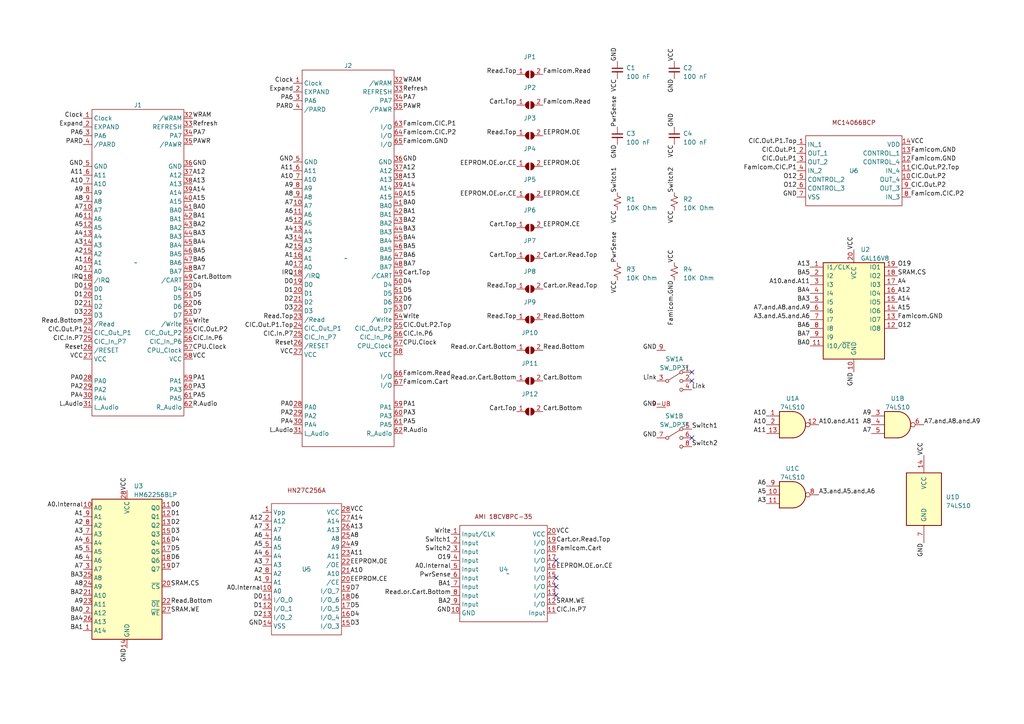
<source format=kicad_sch>
(kicad_sch (version 20230121) (generator eeschema)

  (uuid 639f58e0-8b7a-48fa-a5f6-ef8f8e38f908)

  (paper "A4")

  (lib_symbols
    (symbol "74xx:74LS10" (pin_names (offset 1.016)) (in_bom yes) (on_board yes)
      (property "Reference" "U" (at 0 1.27 0)
        (effects (font (size 1.27 1.27)))
      )
      (property "Value" "74LS10" (at 0 -1.27 0)
        (effects (font (size 1.27 1.27)))
      )
      (property "Footprint" "" (at 0 0 0)
        (effects (font (size 1.27 1.27)) hide)
      )
      (property "Datasheet" "http://www.ti.com/lit/gpn/sn74LS10" (at 0 0 0)
        (effects (font (size 1.27 1.27)) hide)
      )
      (property "ki_locked" "" (at 0 0 0)
        (effects (font (size 1.27 1.27)))
      )
      (property "ki_keywords" "TTL Nand3" (at 0 0 0)
        (effects (font (size 1.27 1.27)) hide)
      )
      (property "ki_description" "Triple 3-input NAND" (at 0 0 0)
        (effects (font (size 1.27 1.27)) hide)
      )
      (property "ki_fp_filters" "DIP*W7.62mm*" (at 0 0 0)
        (effects (font (size 1.27 1.27)) hide)
      )
      (symbol "74LS10_1_1"
        (arc (start 0 -3.81) (mid 3.7934 0) (end 0 3.81)
          (stroke (width 0.254) (type default))
          (fill (type background))
        )
        (polyline
          (pts
            (xy 0 3.81)
            (xy -3.81 3.81)
            (xy -3.81 -3.81)
            (xy 0 -3.81)
          )
          (stroke (width 0.254) (type default))
          (fill (type background))
        )
        (pin input line (at -7.62 2.54 0) (length 3.81)
          (name "~" (effects (font (size 1.27 1.27))))
          (number "1" (effects (font (size 1.27 1.27))))
        )
        (pin output inverted (at 7.62 0 180) (length 3.81)
          (name "~" (effects (font (size 1.27 1.27))))
          (number "12" (effects (font (size 1.27 1.27))))
        )
        (pin input line (at -7.62 -2.54 0) (length 3.81)
          (name "~" (effects (font (size 1.27 1.27))))
          (number "13" (effects (font (size 1.27 1.27))))
        )
        (pin input line (at -7.62 0 0) (length 3.81)
          (name "~" (effects (font (size 1.27 1.27))))
          (number "2" (effects (font (size 1.27 1.27))))
        )
      )
      (symbol "74LS10_1_2"
        (arc (start -3.81 -3.81) (mid -2.589 0) (end -3.81 3.81)
          (stroke (width 0.254) (type default))
          (fill (type none))
        )
        (arc (start -0.6096 -3.81) (mid 2.1842 -2.5851) (end 3.81 0)
          (stroke (width 0.254) (type default))
          (fill (type background))
        )
        (polyline
          (pts
            (xy -3.81 -3.81)
            (xy -0.635 -3.81)
          )
          (stroke (width 0.254) (type default))
          (fill (type background))
        )
        (polyline
          (pts
            (xy -3.81 3.81)
            (xy -0.635 3.81)
          )
          (stroke (width 0.254) (type default))
          (fill (type background))
        )
        (polyline
          (pts
            (xy -0.635 3.81)
            (xy -3.81 3.81)
            (xy -3.81 3.81)
            (xy -3.556 3.4036)
            (xy -3.0226 2.2606)
            (xy -2.6924 1.0414)
            (xy -2.6162 -0.254)
            (xy -2.7686 -1.4986)
            (xy -3.175 -2.7178)
            (xy -3.81 -3.81)
            (xy -3.81 -3.81)
            (xy -0.635 -3.81)
          )
          (stroke (width -25.4) (type default))
          (fill (type background))
        )
        (arc (start 3.81 0) (mid 2.1915 2.5936) (end -0.6096 3.81)
          (stroke (width 0.254) (type default))
          (fill (type background))
        )
        (pin input inverted (at -7.62 2.54 0) (length 4.318)
          (name "~" (effects (font (size 1.27 1.27))))
          (number "1" (effects (font (size 1.27 1.27))))
        )
        (pin output line (at 7.62 0 180) (length 3.81)
          (name "~" (effects (font (size 1.27 1.27))))
          (number "12" (effects (font (size 1.27 1.27))))
        )
        (pin input inverted (at -7.62 -2.54 0) (length 4.318)
          (name "~" (effects (font (size 1.27 1.27))))
          (number "13" (effects (font (size 1.27 1.27))))
        )
        (pin input inverted (at -7.62 0 0) (length 4.953)
          (name "~" (effects (font (size 1.27 1.27))))
          (number "2" (effects (font (size 1.27 1.27))))
        )
      )
      (symbol "74LS10_2_1"
        (arc (start 0 -3.81) (mid 3.7934 0) (end 0 3.81)
          (stroke (width 0.254) (type default))
          (fill (type background))
        )
        (polyline
          (pts
            (xy 0 3.81)
            (xy -3.81 3.81)
            (xy -3.81 -3.81)
            (xy 0 -3.81)
          )
          (stroke (width 0.254) (type default))
          (fill (type background))
        )
        (pin input line (at -7.62 2.54 0) (length 3.81)
          (name "~" (effects (font (size 1.27 1.27))))
          (number "3" (effects (font (size 1.27 1.27))))
        )
        (pin input line (at -7.62 0 0) (length 3.81)
          (name "~" (effects (font (size 1.27 1.27))))
          (number "4" (effects (font (size 1.27 1.27))))
        )
        (pin input line (at -7.62 -2.54 0) (length 3.81)
          (name "~" (effects (font (size 1.27 1.27))))
          (number "5" (effects (font (size 1.27 1.27))))
        )
        (pin output inverted (at 7.62 0 180) (length 3.81)
          (name "~" (effects (font (size 1.27 1.27))))
          (number "6" (effects (font (size 1.27 1.27))))
        )
      )
      (symbol "74LS10_2_2"
        (arc (start -3.81 -3.81) (mid -2.589 0) (end -3.81 3.81)
          (stroke (width 0.254) (type default))
          (fill (type none))
        )
        (arc (start -0.6096 -3.81) (mid 2.1842 -2.5851) (end 3.81 0)
          (stroke (width 0.254) (type default))
          (fill (type background))
        )
        (polyline
          (pts
            (xy -3.81 -3.81)
            (xy -0.635 -3.81)
          )
          (stroke (width 0.254) (type default))
          (fill (type background))
        )
        (polyline
          (pts
            (xy -3.81 3.81)
            (xy -0.635 3.81)
          )
          (stroke (width 0.254) (type default))
          (fill (type background))
        )
        (polyline
          (pts
            (xy -0.635 3.81)
            (xy -3.81 3.81)
            (xy -3.81 3.81)
            (xy -3.556 3.4036)
            (xy -3.0226 2.2606)
            (xy -2.6924 1.0414)
            (xy -2.6162 -0.254)
            (xy -2.7686 -1.4986)
            (xy -3.175 -2.7178)
            (xy -3.81 -3.81)
            (xy -3.81 -3.81)
            (xy -0.635 -3.81)
          )
          (stroke (width -25.4) (type default))
          (fill (type background))
        )
        (arc (start 3.81 0) (mid 2.1915 2.5936) (end -0.6096 3.81)
          (stroke (width 0.254) (type default))
          (fill (type background))
        )
        (pin input inverted (at -7.62 2.54 0) (length 4.318)
          (name "~" (effects (font (size 1.27 1.27))))
          (number "3" (effects (font (size 1.27 1.27))))
        )
        (pin input inverted (at -7.62 0 0) (length 4.953)
          (name "~" (effects (font (size 1.27 1.27))))
          (number "4" (effects (font (size 1.27 1.27))))
        )
        (pin input inverted (at -7.62 -2.54 0) (length 4.318)
          (name "~" (effects (font (size 1.27 1.27))))
          (number "5" (effects (font (size 1.27 1.27))))
        )
        (pin output line (at 7.62 0 180) (length 3.81)
          (name "~" (effects (font (size 1.27 1.27))))
          (number "6" (effects (font (size 1.27 1.27))))
        )
      )
      (symbol "74LS10_3_1"
        (arc (start 0 -3.81) (mid 3.7934 0) (end 0 3.81)
          (stroke (width 0.254) (type default))
          (fill (type background))
        )
        (polyline
          (pts
            (xy 0 3.81)
            (xy -3.81 3.81)
            (xy -3.81 -3.81)
            (xy 0 -3.81)
          )
          (stroke (width 0.254) (type default))
          (fill (type background))
        )
        (pin input line (at -7.62 0 0) (length 3.81)
          (name "~" (effects (font (size 1.27 1.27))))
          (number "10" (effects (font (size 1.27 1.27))))
        )
        (pin input line (at -7.62 -2.54 0) (length 3.81)
          (name "~" (effects (font (size 1.27 1.27))))
          (number "11" (effects (font (size 1.27 1.27))))
        )
        (pin output inverted (at 7.62 0 180) (length 3.81)
          (name "~" (effects (font (size 1.27 1.27))))
          (number "8" (effects (font (size 1.27 1.27))))
        )
        (pin input line (at -7.62 2.54 0) (length 3.81)
          (name "~" (effects (font (size 1.27 1.27))))
          (number "9" (effects (font (size 1.27 1.27))))
        )
      )
      (symbol "74LS10_3_2"
        (arc (start -3.81 -3.81) (mid -2.589 0) (end -3.81 3.81)
          (stroke (width 0.254) (type default))
          (fill (type none))
        )
        (arc (start -0.6096 -3.81) (mid 2.1842 -2.5851) (end 3.81 0)
          (stroke (width 0.254) (type default))
          (fill (type background))
        )
        (polyline
          (pts
            (xy -3.81 -3.81)
            (xy -0.635 -3.81)
          )
          (stroke (width 0.254) (type default))
          (fill (type background))
        )
        (polyline
          (pts
            (xy -3.81 3.81)
            (xy -0.635 3.81)
          )
          (stroke (width 0.254) (type default))
          (fill (type background))
        )
        (polyline
          (pts
            (xy -0.635 3.81)
            (xy -3.81 3.81)
            (xy -3.81 3.81)
            (xy -3.556 3.4036)
            (xy -3.0226 2.2606)
            (xy -2.6924 1.0414)
            (xy -2.6162 -0.254)
            (xy -2.7686 -1.4986)
            (xy -3.175 -2.7178)
            (xy -3.81 -3.81)
            (xy -3.81 -3.81)
            (xy -0.635 -3.81)
          )
          (stroke (width -25.4) (type default))
          (fill (type background))
        )
        (arc (start 3.81 0) (mid 2.1915 2.5936) (end -0.6096 3.81)
          (stroke (width 0.254) (type default))
          (fill (type background))
        )
        (pin input inverted (at -7.62 0 0) (length 4.953)
          (name "~" (effects (font (size 1.27 1.27))))
          (number "10" (effects (font (size 1.27 1.27))))
        )
        (pin input inverted (at -7.62 -2.54 0) (length 4.318)
          (name "~" (effects (font (size 1.27 1.27))))
          (number "11" (effects (font (size 1.27 1.27))))
        )
        (pin output line (at 7.62 0 180) (length 3.81)
          (name "~" (effects (font (size 1.27 1.27))))
          (number "8" (effects (font (size 1.27 1.27))))
        )
        (pin input inverted (at -7.62 2.54 0) (length 4.318)
          (name "~" (effects (font (size 1.27 1.27))))
          (number "9" (effects (font (size 1.27 1.27))))
        )
      )
      (symbol "74LS10_4_0"
        (pin power_in line (at 0 12.7 270) (length 5.08)
          (name "VCC" (effects (font (size 1.27 1.27))))
          (number "14" (effects (font (size 1.27 1.27))))
        )
        (pin power_in line (at 0 -12.7 90) (length 5.08)
          (name "GND" (effects (font (size 1.27 1.27))))
          (number "7" (effects (font (size 1.27 1.27))))
        )
      )
      (symbol "74LS10_4_1"
        (rectangle (start -5.08 7.62) (end 5.08 -7.62)
          (stroke (width 0.254) (type default))
          (fill (type background))
        )
      )
    )
    (symbol "Device:C_Small" (pin_numbers hide) (pin_names (offset 0.254) hide) (in_bom yes) (on_board yes)
      (property "Reference" "C" (at 0.254 1.778 0)
        (effects (font (size 1.27 1.27)) (justify left))
      )
      (property "Value" "C_Small" (at 0.254 -2.032 0)
        (effects (font (size 1.27 1.27)) (justify left))
      )
      (property "Footprint" "" (at 0 0 0)
        (effects (font (size 1.27 1.27)) hide)
      )
      (property "Datasheet" "~" (at 0 0 0)
        (effects (font (size 1.27 1.27)) hide)
      )
      (property "ki_keywords" "capacitor cap" (at 0 0 0)
        (effects (font (size 1.27 1.27)) hide)
      )
      (property "ki_description" "Unpolarized capacitor, small symbol" (at 0 0 0)
        (effects (font (size 1.27 1.27)) hide)
      )
      (property "ki_fp_filters" "C_*" (at 0 0 0)
        (effects (font (size 1.27 1.27)) hide)
      )
      (symbol "C_Small_0_1"
        (polyline
          (pts
            (xy -1.524 -0.508)
            (xy 1.524 -0.508)
          )
          (stroke (width 0.3302) (type default))
          (fill (type none))
        )
        (polyline
          (pts
            (xy -1.524 0.508)
            (xy 1.524 0.508)
          )
          (stroke (width 0.3048) (type default))
          (fill (type none))
        )
      )
      (symbol "C_Small_1_1"
        (pin passive line (at 0 2.54 270) (length 2.032)
          (name "~" (effects (font (size 1.27 1.27))))
          (number "1" (effects (font (size 1.27 1.27))))
        )
        (pin passive line (at 0 -2.54 90) (length 2.032)
          (name "~" (effects (font (size 1.27 1.27))))
          (number "2" (effects (font (size 1.27 1.27))))
        )
      )
    )
    (symbol "Device:R_Small_US" (pin_numbers hide) (pin_names (offset 0.254) hide) (in_bom yes) (on_board yes)
      (property "Reference" "R" (at 0.762 0.508 0)
        (effects (font (size 1.27 1.27)) (justify left))
      )
      (property "Value" "R_Small_US" (at 0.762 -1.016 0)
        (effects (font (size 1.27 1.27)) (justify left))
      )
      (property "Footprint" "" (at 0 0 0)
        (effects (font (size 1.27 1.27)) hide)
      )
      (property "Datasheet" "~" (at 0 0 0)
        (effects (font (size 1.27 1.27)) hide)
      )
      (property "ki_keywords" "r resistor" (at 0 0 0)
        (effects (font (size 1.27 1.27)) hide)
      )
      (property "ki_description" "Resistor, small US symbol" (at 0 0 0)
        (effects (font (size 1.27 1.27)) hide)
      )
      (property "ki_fp_filters" "R_*" (at 0 0 0)
        (effects (font (size 1.27 1.27)) hide)
      )
      (symbol "R_Small_US_1_1"
        (polyline
          (pts
            (xy 0 0)
            (xy 1.016 -0.381)
            (xy 0 -0.762)
            (xy -1.016 -1.143)
            (xy 0 -1.524)
          )
          (stroke (width 0) (type default))
          (fill (type none))
        )
        (polyline
          (pts
            (xy 0 1.524)
            (xy 1.016 1.143)
            (xy 0 0.762)
            (xy -1.016 0.381)
            (xy 0 0)
          )
          (stroke (width 0) (type default))
          (fill (type none))
        )
        (pin passive line (at 0 2.54 270) (length 1.016)
          (name "~" (effects (font (size 1.27 1.27))))
          (number "1" (effects (font (size 1.27 1.27))))
        )
        (pin passive line (at 0 -2.54 90) (length 1.016)
          (name "~" (effects (font (size 1.27 1.27))))
          (number "2" (effects (font (size 1.27 1.27))))
        )
      )
    )
    (symbol "Jumper:SolderJumper_2_Open" (pin_names (offset 0) hide) (in_bom yes) (on_board yes)
      (property "Reference" "JP" (at 0 2.032 0)
        (effects (font (size 1.27 1.27)))
      )
      (property "Value" "SolderJumper_2_Open" (at 0 -2.54 0)
        (effects (font (size 1.27 1.27)))
      )
      (property "Footprint" "" (at 0 0 0)
        (effects (font (size 1.27 1.27)) hide)
      )
      (property "Datasheet" "~" (at 0 0 0)
        (effects (font (size 1.27 1.27)) hide)
      )
      (property "ki_keywords" "solder jumper SPST" (at 0 0 0)
        (effects (font (size 1.27 1.27)) hide)
      )
      (property "ki_description" "Solder Jumper, 2-pole, open" (at 0 0 0)
        (effects (font (size 1.27 1.27)) hide)
      )
      (property "ki_fp_filters" "SolderJumper*Open*" (at 0 0 0)
        (effects (font (size 1.27 1.27)) hide)
      )
      (symbol "SolderJumper_2_Open_0_1"
        (arc (start -0.254 1.016) (mid -1.2656 0) (end -0.254 -1.016)
          (stroke (width 0) (type default))
          (fill (type none))
        )
        (arc (start -0.254 1.016) (mid -1.2656 0) (end -0.254 -1.016)
          (stroke (width 0) (type default))
          (fill (type outline))
        )
        (polyline
          (pts
            (xy -0.254 1.016)
            (xy -0.254 -1.016)
          )
          (stroke (width 0) (type default))
          (fill (type none))
        )
        (polyline
          (pts
            (xy 0.254 1.016)
            (xy 0.254 -1.016)
          )
          (stroke (width 0) (type default))
          (fill (type none))
        )
        (arc (start 0.254 -1.016) (mid 1.2656 0) (end 0.254 1.016)
          (stroke (width 0) (type default))
          (fill (type none))
        )
        (arc (start 0.254 -1.016) (mid 1.2656 0) (end 0.254 1.016)
          (stroke (width 0) (type default))
          (fill (type outline))
        )
      )
      (symbol "SolderJumper_2_Open_1_1"
        (pin passive line (at -3.81 0 0) (length 2.54)
          (name "A" (effects (font (size 1.27 1.27))))
          (number "1" (effects (font (size 1.27 1.27))))
        )
        (pin passive line (at 3.81 0 180) (length 2.54)
          (name "B" (effects (font (size 1.27 1.27))))
          (number "2" (effects (font (size 1.27 1.27))))
        )
      )
    )
    (symbol "Logic_Programmable:GAL16V8" (pin_names (offset 1.016)) (in_bom yes) (on_board yes)
      (property "Reference" "U" (at -8.89 16.51 0)
        (effects (font (size 1.27 1.27)) (justify left))
      )
      (property "Value" "GAL16V8" (at 1.27 16.51 0)
        (effects (font (size 1.27 1.27)) (justify left))
      )
      (property "Footprint" "" (at 0 0 0)
        (effects (font (size 1.27 1.27)) hide)
      )
      (property "Datasheet" "" (at 0 0 0)
        (effects (font (size 1.27 1.27)) hide)
      )
      (property "ki_keywords" "GAL PLD 16V8" (at 0 0 0)
        (effects (font (size 1.27 1.27)) hide)
      )
      (property "ki_description" "Programmable Logic Array, DIP-20/SOIC-20/PLCC-20" (at 0 0 0)
        (effects (font (size 1.27 1.27)) hide)
      )
      (property "ki_fp_filters" "DIP* PDIP* SOIC* SO* PLCC*" (at 0 0 0)
        (effects (font (size 1.27 1.27)) hide)
      )
      (symbol "GAL16V8_0_0"
        (pin power_in line (at 0 -17.78 90) (length 3.81)
          (name "GND" (effects (font (size 1.27 1.27))))
          (number "10" (effects (font (size 1.27 1.27))))
        )
        (pin power_in line (at 0 17.78 270) (length 3.81)
          (name "VCC" (effects (font (size 1.27 1.27))))
          (number "20" (effects (font (size 1.27 1.27))))
        )
      )
      (symbol "GAL16V8_0_1"
        (rectangle (start -8.89 13.97) (end 8.89 -13.97)
          (stroke (width 0.254) (type default))
          (fill (type background))
        )
      )
      (symbol "GAL16V8_1_1"
        (pin input line (at -12.7 12.7 0) (length 3.81)
          (name "I1/CLK" (effects (font (size 1.27 1.27))))
          (number "1" (effects (font (size 1.27 1.27))))
        )
        (pin input line (at -12.7 -10.16 0) (length 3.81)
          (name "I10/~{OE}" (effects (font (size 1.27 1.27))))
          (number "11" (effects (font (size 1.27 1.27))))
        )
        (pin tri_state line (at 12.7 -5.08 180) (length 3.81)
          (name "IO8" (effects (font (size 1.27 1.27))))
          (number "12" (effects (font (size 1.27 1.27))))
        )
        (pin tri_state line (at 12.7 -2.54 180) (length 3.81)
          (name "IO7" (effects (font (size 1.27 1.27))))
          (number "13" (effects (font (size 1.27 1.27))))
        )
        (pin tri_state line (at 12.7 0 180) (length 3.81)
          (name "IO6" (effects (font (size 1.27 1.27))))
          (number "14" (effects (font (size 1.27 1.27))))
        )
        (pin tri_state line (at 12.7 2.54 180) (length 3.81)
          (name "IO5" (effects (font (size 1.27 1.27))))
          (number "15" (effects (font (size 1.27 1.27))))
        )
        (pin tri_state line (at 12.7 5.08 180) (length 3.81)
          (name "IO4" (effects (font (size 1.27 1.27))))
          (number "16" (effects (font (size 1.27 1.27))))
        )
        (pin tri_state line (at 12.7 7.62 180) (length 3.81)
          (name "I03" (effects (font (size 1.27 1.27))))
          (number "17" (effects (font (size 1.27 1.27))))
        )
        (pin tri_state line (at 12.7 10.16 180) (length 3.81)
          (name "IO2" (effects (font (size 1.27 1.27))))
          (number "18" (effects (font (size 1.27 1.27))))
        )
        (pin tri_state line (at 12.7 12.7 180) (length 3.81)
          (name "IO1" (effects (font (size 1.27 1.27))))
          (number "19" (effects (font (size 1.27 1.27))))
        )
        (pin input line (at -12.7 10.16 0) (length 3.81)
          (name "I2" (effects (font (size 1.27 1.27))))
          (number "2" (effects (font (size 1.27 1.27))))
        )
        (pin input line (at -12.7 7.62 0) (length 3.81)
          (name "I3" (effects (font (size 1.27 1.27))))
          (number "3" (effects (font (size 1.27 1.27))))
        )
        (pin input line (at -12.7 5.08 0) (length 3.81)
          (name "I4" (effects (font (size 1.27 1.27))))
          (number "4" (effects (font (size 1.27 1.27))))
        )
        (pin input line (at -12.7 2.54 0) (length 3.81)
          (name "I5" (effects (font (size 1.27 1.27))))
          (number "5" (effects (font (size 1.27 1.27))))
        )
        (pin input line (at -12.7 0 0) (length 3.81)
          (name "I6" (effects (font (size 1.27 1.27))))
          (number "6" (effects (font (size 1.27 1.27))))
        )
        (pin input line (at -12.7 -2.54 0) (length 3.81)
          (name "I7" (effects (font (size 1.27 1.27))))
          (number "7" (effects (font (size 1.27 1.27))))
        )
        (pin input line (at -12.7 -5.08 0) (length 3.81)
          (name "I8" (effects (font (size 1.27 1.27))))
          (number "8" (effects (font (size 1.27 1.27))))
        )
        (pin input line (at -12.7 -7.62 0) (length 3.81)
          (name "I9" (effects (font (size 1.27 1.27))))
          (number "9" (effects (font (size 1.27 1.27))))
        )
      )
    )
    (symbol "Memory_RAM:HM62256BLP" (in_bom yes) (on_board yes)
      (property "Reference" "U" (at -10.16 20.955 0)
        (effects (font (size 1.27 1.27)) (justify left bottom))
      )
      (property "Value" "HM62256BLP" (at 2.54 20.955 0)
        (effects (font (size 1.27 1.27)) (justify left bottom))
      )
      (property "Footprint" "Package_DIP:DIP-28_W15.24mm" (at 0 -2.54 0)
        (effects (font (size 1.27 1.27)) hide)
      )
      (property "Datasheet" "https://web.mit.edu/6.115/www/document/62256.pdf" (at 0 -2.54 0)
        (effects (font (size 1.27 1.27)) hide)
      )
      (property "ki_keywords" "RAM SRAM CMOS MEMORY" (at 0 0 0)
        (effects (font (size 1.27 1.27)) hide)
      )
      (property "ki_description" "32,768-word × 8-bit High Speed CMOS Static RAM, 70ns, DIP-28" (at 0 0 0)
        (effects (font (size 1.27 1.27)) hide)
      )
      (property "ki_fp_filters" "DIP*W15.24mm*" (at 0 0 0)
        (effects (font (size 1.27 1.27)) hide)
      )
      (symbol "HM62256BLP_0_0"
        (pin power_in line (at 0 -22.86 90) (length 2.54)
          (name "GND" (effects (font (size 1.27 1.27))))
          (number "14" (effects (font (size 1.27 1.27))))
        )
        (pin power_in line (at 0 22.86 270) (length 2.54)
          (name "VCC" (effects (font (size 1.27 1.27))))
          (number "28" (effects (font (size 1.27 1.27))))
        )
      )
      (symbol "HM62256BLP_0_1"
        (rectangle (start -10.16 20.32) (end 10.16 -20.32)
          (stroke (width 0.254) (type default))
          (fill (type background))
        )
      )
      (symbol "HM62256BLP_1_1"
        (pin input line (at -12.7 -17.78 0) (length 2.54)
          (name "A14" (effects (font (size 1.27 1.27))))
          (number "1" (effects (font (size 1.27 1.27))))
        )
        (pin input line (at -12.7 17.78 0) (length 2.54)
          (name "A0" (effects (font (size 1.27 1.27))))
          (number "10" (effects (font (size 1.27 1.27))))
        )
        (pin tri_state line (at 12.7 17.78 180) (length 2.54)
          (name "Q0" (effects (font (size 1.27 1.27))))
          (number "11" (effects (font (size 1.27 1.27))))
        )
        (pin tri_state line (at 12.7 15.24 180) (length 2.54)
          (name "Q1" (effects (font (size 1.27 1.27))))
          (number "12" (effects (font (size 1.27 1.27))))
        )
        (pin tri_state line (at 12.7 12.7 180) (length 2.54)
          (name "Q2" (effects (font (size 1.27 1.27))))
          (number "13" (effects (font (size 1.27 1.27))))
        )
        (pin tri_state line (at 12.7 10.16 180) (length 2.54)
          (name "Q3" (effects (font (size 1.27 1.27))))
          (number "15" (effects (font (size 1.27 1.27))))
        )
        (pin tri_state line (at 12.7 7.62 180) (length 2.54)
          (name "Q4" (effects (font (size 1.27 1.27))))
          (number "16" (effects (font (size 1.27 1.27))))
        )
        (pin tri_state line (at 12.7 5.08 180) (length 2.54)
          (name "Q5" (effects (font (size 1.27 1.27))))
          (number "17" (effects (font (size 1.27 1.27))))
        )
        (pin tri_state line (at 12.7 2.54 180) (length 2.54)
          (name "Q6" (effects (font (size 1.27 1.27))))
          (number "18" (effects (font (size 1.27 1.27))))
        )
        (pin tri_state line (at 12.7 0 180) (length 2.54)
          (name "Q7" (effects (font (size 1.27 1.27))))
          (number "19" (effects (font (size 1.27 1.27))))
        )
        (pin input line (at -12.7 -12.7 0) (length 2.54)
          (name "A12" (effects (font (size 1.27 1.27))))
          (number "2" (effects (font (size 1.27 1.27))))
        )
        (pin input line (at 12.7 -5.08 180) (length 2.54)
          (name "~{CS}" (effects (font (size 1.27 1.27))))
          (number "20" (effects (font (size 1.27 1.27))))
        )
        (pin input line (at -12.7 -7.62 0) (length 2.54)
          (name "A10" (effects (font (size 1.27 1.27))))
          (number "21" (effects (font (size 1.27 1.27))))
        )
        (pin input line (at 12.7 -10.16 180) (length 2.54)
          (name "~{OE}" (effects (font (size 1.27 1.27))))
          (number "22" (effects (font (size 1.27 1.27))))
        )
        (pin input line (at -12.7 -10.16 0) (length 2.54)
          (name "A11" (effects (font (size 1.27 1.27))))
          (number "23" (effects (font (size 1.27 1.27))))
        )
        (pin input line (at -12.7 -5.08 0) (length 2.54)
          (name "A9" (effects (font (size 1.27 1.27))))
          (number "24" (effects (font (size 1.27 1.27))))
        )
        (pin input line (at -12.7 -2.54 0) (length 2.54)
          (name "A8" (effects (font (size 1.27 1.27))))
          (number "25" (effects (font (size 1.27 1.27))))
        )
        (pin input line (at -12.7 -15.24 0) (length 2.54)
          (name "A13" (effects (font (size 1.27 1.27))))
          (number "26" (effects (font (size 1.27 1.27))))
        )
        (pin input line (at 12.7 -12.7 180) (length 2.54)
          (name "~{WE}" (effects (font (size 1.27 1.27))))
          (number "27" (effects (font (size 1.27 1.27))))
        )
        (pin input line (at -12.7 0 0) (length 2.54)
          (name "A7" (effects (font (size 1.27 1.27))))
          (number "3" (effects (font (size 1.27 1.27))))
        )
        (pin input line (at -12.7 2.54 0) (length 2.54)
          (name "A6" (effects (font (size 1.27 1.27))))
          (number "4" (effects (font (size 1.27 1.27))))
        )
        (pin input line (at -12.7 5.08 0) (length 2.54)
          (name "A5" (effects (font (size 1.27 1.27))))
          (number "5" (effects (font (size 1.27 1.27))))
        )
        (pin input line (at -12.7 7.62 0) (length 2.54)
          (name "A4" (effects (font (size 1.27 1.27))))
          (number "6" (effects (font (size 1.27 1.27))))
        )
        (pin input line (at -12.7 10.16 0) (length 2.54)
          (name "A3" (effects (font (size 1.27 1.27))))
          (number "7" (effects (font (size 1.27 1.27))))
        )
        (pin input line (at -12.7 12.7 0) (length 2.54)
          (name "A2" (effects (font (size 1.27 1.27))))
          (number "8" (effects (font (size 1.27 1.27))))
        )
        (pin input line (at -12.7 15.24 0) (length 2.54)
          (name "A1" (effects (font (size 1.27 1.27))))
          (number "9" (effects (font (size 1.27 1.27))))
        )
      )
    )
    (symbol "SW_DP3T_1" (pin_names (offset 0) hide) (in_bom yes) (on_board yes)
      (property "Reference" "SW1" (at 0 6.35 0)
        (effects (font (size 1.27 1.27)))
      )
      (property "Value" "SW_DP3T" (at 0 3.81 0)
        (effects (font (size 1.27 1.27)))
      )
      (property "Footprint" "" (at -15.875 4.445 0)
        (effects (font (size 1.27 1.27)) hide)
      )
      (property "Datasheet" "~" (at -15.875 4.445 0)
        (effects (font (size 1.27 1.27)) hide)
      )
      (property "ki_keywords" "switch dp3t ON-ON-ON" (at 0 0 0)
        (effects (font (size 1.27 1.27)) hide)
      )
      (property "ki_description" "Switch, three position, dual pole triple throw, 3 position switch, SP3T" (at 0 0 0)
        (effects (font (size 1.27 1.27)) hide)
      )
      (property "ki_fp_filters" "SW* DP3T*" (at 0 0 0)
        (effects (font (size 1.27 1.27)) hide)
      )
      (symbol "SW_DP3T_1_0_1"
        (circle (center -2.032 0) (radius 0.4572)
          (stroke (width 0) (type default))
          (fill (type none))
        )
        (polyline
          (pts
            (xy -1.651 0.254)
            (xy 1.651 2.286)
          )
          (stroke (width 0) (type default))
          (fill (type none))
        )
        (circle (center 2.032 -2.54) (radius 0.4572)
          (stroke (width 0) (type default))
          (fill (type none))
        )
        (circle (center 2.032 0) (radius 0.4572)
          (stroke (width 0) (type default))
          (fill (type none))
        )
        (circle (center 2.032 2.54) (radius 0.4572)
          (stroke (width 0) (type default))
          (fill (type none))
        )
      )
      (symbol "SW_DP3T_1_1_1"
        (pin passive line (at 5.08 2.54 180) (length 2.54)
          (name "1" (effects (font (size 1.27 1.27))))
          (number "1" (effects (font (size 1.27 1.27))))
        )
        (pin passive line (at 5.08 0 180) (length 2.54)
          (name "2" (effects (font (size 1.27 1.27))))
          (number "2" (effects (font (size 1.27 1.27))))
        )
        (pin passive line (at -5.08 0 0) (length 2.54)
          (name "3" (effects (font (size 1.27 1.27))))
          (number "3" (effects (font (size 1.27 1.27))))
        )
        (pin passive line (at 5.08 -2.54 180) (length 2.54)
          (name "4" (effects (font (size 1.27 1.27))))
          (number "4" (effects (font (size 1.27 1.27))))
        )
        (pin input line (at -5.08 8.89 0) (length 2.54)
          (name "Shield" (effects (font (size 1.27 1.27))))
          (number "9" (effects (font (size 1.27 1.27))))
        )
      )
      (symbol "SW_DP3T_1_2_1"
        (pin passive line (at 5.08 2.54 180) (length 2.54)
          (name "5" (effects (font (size 1.27 1.27))))
          (number "5" (effects (font (size 1.27 1.27))))
        )
        (pin passive line (at 5.08 0 180) (length 2.54)
          (name "6" (effects (font (size 1.27 1.27))))
          (number "6" (effects (font (size 1.27 1.27))))
        )
        (pin passive line (at -5.08 0 0) (length 2.54)
          (name "7" (effects (font (size 1.27 1.27))))
          (number "7" (effects (font (size 1.27 1.27))))
        )
        (pin passive line (at 5.08 -2.54 180) (length 2.54)
          (name "8" (effects (font (size 1.27 1.27))))
          (number "8" (effects (font (size 1.27 1.27))))
        )
        (pin input line (at -5.08 8.89 0) (length 2.54)
          (name "Shield" (effects (font (size 1.27 1.27))))
          (number "9-UB" (effects (font (size 1.27 1.27))))
        )
      )
    )
    (symbol "Switch:SW_DP3T" (pin_names (offset 0) hide) (in_bom yes) (on_board yes)
      (property "Reference" "SW1" (at 0 6.35 0)
        (effects (font (size 1.27 1.27)))
      )
      (property "Value" "SW_DP3T" (at 0 3.81 0)
        (effects (font (size 1.27 1.27)))
      )
      (property "Footprint" "" (at -15.875 4.445 0)
        (effects (font (size 1.27 1.27)) hide)
      )
      (property "Datasheet" "~" (at -15.875 4.445 0)
        (effects (font (size 1.27 1.27)) hide)
      )
      (property "ki_keywords" "switch dp3t ON-ON-ON" (at 0 0 0)
        (effects (font (size 1.27 1.27)) hide)
      )
      (property "ki_description" "Switch, three position, dual pole triple throw, 3 position switch, SP3T" (at 0 0 0)
        (effects (font (size 1.27 1.27)) hide)
      )
      (property "ki_fp_filters" "SW* DP3T*" (at 0 0 0)
        (effects (font (size 1.27 1.27)) hide)
      )
      (symbol "SW_DP3T_0_1"
        (circle (center -2.032 0) (radius 0.4572)
          (stroke (width 0) (type default))
          (fill (type none))
        )
        (polyline
          (pts
            (xy -1.651 0.254)
            (xy 1.651 2.286)
          )
          (stroke (width 0) (type default))
          (fill (type none))
        )
        (circle (center 2.032 -2.54) (radius 0.4572)
          (stroke (width 0) (type default))
          (fill (type none))
        )
        (circle (center 2.032 0) (radius 0.4572)
          (stroke (width 0) (type default))
          (fill (type none))
        )
        (circle (center 2.032 2.54) (radius 0.4572)
          (stroke (width 0) (type default))
          (fill (type none))
        )
      )
      (symbol "SW_DP3T_1_1"
        (pin passive line (at 5.08 2.54 180) (length 2.54)
          (name "1" (effects (font (size 1.27 1.27))))
          (number "1" (effects (font (size 1.27 1.27))))
        )
        (pin passive line (at 5.08 0 180) (length 2.54)
          (name "2" (effects (font (size 1.27 1.27))))
          (number "2" (effects (font (size 1.27 1.27))))
        )
        (pin passive line (at -5.08 0 0) (length 2.54)
          (name "3" (effects (font (size 1.27 1.27))))
          (number "3" (effects (font (size 1.27 1.27))))
        )
        (pin passive line (at 5.08 -2.54 180) (length 2.54)
          (name "4" (effects (font (size 1.27 1.27))))
          (number "4" (effects (font (size 1.27 1.27))))
        )
        (pin input line (at -5.08 8.89 0) (length 2.54)
          (name "Shield" (effects (font (size 1.27 1.27))))
          (number "9" (effects (font (size 1.27 1.27))))
        )
      )
      (symbol "SW_DP3T_2_1"
        (pin passive line (at 5.08 2.54 180) (length 2.54)
          (name "5" (effects (font (size 1.27 1.27))))
          (number "5" (effects (font (size 1.27 1.27))))
        )
        (pin passive line (at 5.08 0 180) (length 2.54)
          (name "6" (effects (font (size 1.27 1.27))))
          (number "6" (effects (font (size 1.27 1.27))))
        )
        (pin passive line (at -5.08 0 0) (length 2.54)
          (name "7" (effects (font (size 1.27 1.27))))
          (number "7" (effects (font (size 1.27 1.27))))
        )
        (pin passive line (at 5.08 -2.54 180) (length 2.54)
          (name "8" (effects (font (size 1.27 1.27))))
          (number "8" (effects (font (size 1.27 1.27))))
        )
        (pin input line (at -5.08 8.89 0) (length 2.54)
          (name "Shield" (effects (font (size 1.27 1.27))))
          (number "9-UB" (effects (font (size 1.27 1.27))))
        )
      )
    )
    (symbol "Xterminator:AMI_18CV8PC-35" (in_bom yes) (on_board yes)
      (property "Reference" "U" (at 0 0 0)
        (effects (font (size 1.27 1.27)))
      )
      (property "Value" "" (at 0 0 0)
        (effects (font (size 1.27 1.27)))
      )
      (property "Footprint" "" (at 0 0 0)
        (effects (font (size 1.27 1.27)) hide)
      )
      (property "Datasheet" "" (at 0 0 0)
        (effects (font (size 1.27 1.27)) hide)
      )
      (symbol "AMI_18CV8PC-35_0_1"
        (rectangle (start -13.97 13.97) (end 11.43 -13.97)
          (stroke (width 0) (type default))
          (fill (type none))
        )
      )
      (symbol "AMI_18CV8PC-35_1_1"
        (text "AMI 18CV8PC-35" (at -1.27 16.51 0)
          (effects (font (size 1.27 1.27)))
        )
        (pin input line (at -16.51 11.43 0) (length 2.54)
          (name "Input/CLK" (effects (font (size 1.27 1.27))))
          (number "1" (effects (font (size 1.27 1.27))))
        )
        (pin power_in line (at -16.51 -11.43 0) (length 2.54)
          (name "GND" (effects (font (size 1.27 1.27))))
          (number "10" (effects (font (size 1.27 1.27))))
        )
        (pin input line (at 13.97 -11.43 180) (length 2.54)
          (name "Input" (effects (font (size 1.27 1.27))))
          (number "11" (effects (font (size 1.27 1.27))))
        )
        (pin bidirectional line (at 13.97 -8.89 180) (length 2.54)
          (name "I/O" (effects (font (size 1.27 1.27))))
          (number "12" (effects (font (size 1.27 1.27))))
        )
        (pin bidirectional line (at 13.97 -6.35 180) (length 2.54)
          (name "I/O" (effects (font (size 1.27 1.27))))
          (number "13" (effects (font (size 1.27 1.27))))
        )
        (pin bidirectional line (at 13.97 -3.81 180) (length 2.54)
          (name "I/O" (effects (font (size 1.27 1.27))))
          (number "14" (effects (font (size 1.27 1.27))))
        )
        (pin bidirectional line (at 13.97 -1.27 180) (length 2.54)
          (name "I/O" (effects (font (size 1.27 1.27))))
          (number "15" (effects (font (size 1.27 1.27))))
        )
        (pin bidirectional line (at 13.97 1.27 180) (length 2.54)
          (name "I/O" (effects (font (size 1.27 1.27))))
          (number "16" (effects (font (size 1.27 1.27))))
        )
        (pin bidirectional line (at 13.97 3.81 180) (length 2.54)
          (name "I/O" (effects (font (size 1.27 1.27))))
          (number "17" (effects (font (size 1.27 1.27))))
        )
        (pin bidirectional line (at 13.97 6.35 180) (length 2.54)
          (name "I/O" (effects (font (size 1.27 1.27))))
          (number "18" (effects (font (size 1.27 1.27))))
        )
        (pin bidirectional line (at 13.97 8.89 180) (length 2.54)
          (name "I/O" (effects (font (size 1.27 1.27))))
          (number "19" (effects (font (size 1.27 1.27))))
        )
        (pin input line (at -16.51 8.89 0) (length 2.54)
          (name "Input" (effects (font (size 1.27 1.27))))
          (number "2" (effects (font (size 1.27 1.27))))
        )
        (pin power_in line (at 13.97 11.43 180) (length 2.54)
          (name "VCC" (effects (font (size 1.27 1.27))))
          (number "20" (effects (font (size 1.27 1.27))))
        )
        (pin input line (at -16.51 6.35 0) (length 2.54)
          (name "Input" (effects (font (size 1.27 1.27))))
          (number "3" (effects (font (size 1.27 1.27))))
        )
        (pin input line (at -16.51 3.81 0) (length 2.54)
          (name "Input" (effects (font (size 1.27 1.27))))
          (number "4" (effects (font (size 1.27 1.27))))
        )
        (pin input line (at -16.51 1.27 0) (length 2.54)
          (name "Input" (effects (font (size 1.27 1.27))))
          (number "5" (effects (font (size 1.27 1.27))))
        )
        (pin input line (at -16.51 -1.27 0) (length 2.54)
          (name "Input" (effects (font (size 1.27 1.27))))
          (number "6" (effects (font (size 1.27 1.27))))
        )
        (pin input line (at -16.51 -3.81 0) (length 2.54)
          (name "Input" (effects (font (size 1.27 1.27))))
          (number "7" (effects (font (size 1.27 1.27))))
        )
        (pin input line (at -16.51 -6.35 0) (length 2.54)
          (name "Input" (effects (font (size 1.27 1.27))))
          (number "8" (effects (font (size 1.27 1.27))))
        )
        (pin input line (at -16.51 -8.89 0) (length 2.54)
          (name "Input" (effects (font (size 1.27 1.27))))
          (number "9" (effects (font (size 1.27 1.27))))
        )
      )
    )
    (symbol "Xterminator:Cartridge_Connector" (in_bom yes) (on_board yes)
      (property "Reference" "J2" (at 0.635 55.88 0)
        (effects (font (size 1.27 1.27)))
      )
      (property "Value" "~" (at 0 0 0)
        (effects (font (size 1.27 1.27)))
      )
      (property "Footprint" "Xterminator2:Upper Edge Connector" (at 0 0 0)
        (effects (font (size 1.27 1.27)) hide)
      )
      (property "Datasheet" "" (at 0 0 0)
        (effects (font (size 1.27 1.27)) hide)
      )
      (symbol "Cartridge_Connector_0_1"
        (rectangle (start -12.7 54.61) (end 13.97 -54.61)
          (stroke (width 0) (type default))
          (fill (type none))
        )
      )
      (symbol "Cartridge_Connector_1_1"
        (pin input line (at -15.24 50.8 0) (length 2.54)
          (name "Clock" (effects (font (size 1.27 1.27))))
          (number "1" (effects (font (size 1.27 1.27))))
        )
        (pin input line (at -15.24 15.24 0) (length 2.54)
          (name "A7" (effects (font (size 1.27 1.27))))
          (number "10" (effects (font (size 1.27 1.27))))
        )
        (pin input line (at -15.24 12.7 0) (length 2.54)
          (name "A6" (effects (font (size 1.27 1.27))))
          (number "11" (effects (font (size 1.27 1.27))))
        )
        (pin input line (at -15.24 10.16 0) (length 2.54)
          (name "A5" (effects (font (size 1.27 1.27))))
          (number "12" (effects (font (size 1.27 1.27))))
        )
        (pin input line (at -15.24 7.62 0) (length 2.54)
          (name "A4" (effects (font (size 1.27 1.27))))
          (number "13" (effects (font (size 1.27 1.27))))
        )
        (pin input line (at -15.24 5.08 0) (length 2.54)
          (name "A3" (effects (font (size 1.27 1.27))))
          (number "14" (effects (font (size 1.27 1.27))))
        )
        (pin input line (at -15.24 2.54 0) (length 2.54)
          (name "A2" (effects (font (size 1.27 1.27))))
          (number "15" (effects (font (size 1.27 1.27))))
        )
        (pin input line (at -15.24 0 0) (length 2.54)
          (name "A1" (effects (font (size 1.27 1.27))))
          (number "16" (effects (font (size 1.27 1.27))))
        )
        (pin input line (at -15.24 -2.54 0) (length 2.54)
          (name "A0" (effects (font (size 1.27 1.27))))
          (number "17" (effects (font (size 1.27 1.27))))
        )
        (pin input line (at -15.24 -5.08 0) (length 2.54)
          (name "/IRQ" (effects (font (size 1.27 1.27))))
          (number "18" (effects (font (size 1.27 1.27))))
        )
        (pin input line (at -15.24 -7.62 0) (length 2.54)
          (name "D0" (effects (font (size 1.27 1.27))))
          (number "19" (effects (font (size 1.27 1.27))))
        )
        (pin input line (at -15.24 48.26 0) (length 2.54)
          (name "EXPAND" (effects (font (size 1.27 1.27))))
          (number "2" (effects (font (size 1.27 1.27))))
        )
        (pin input line (at -15.24 -10.16 0) (length 2.54)
          (name "D1" (effects (font (size 1.27 1.27))))
          (number "20" (effects (font (size 1.27 1.27))))
        )
        (pin input line (at -15.24 -12.7 0) (length 2.54)
          (name "D2" (effects (font (size 1.27 1.27))))
          (number "21" (effects (font (size 1.27 1.27))))
        )
        (pin input line (at -15.24 -15.24 0) (length 2.54)
          (name "D3" (effects (font (size 1.27 1.27))))
          (number "22" (effects (font (size 1.27 1.27))))
        )
        (pin input line (at -15.24 -17.78 0) (length 2.54)
          (name "/Read" (effects (font (size 1.27 1.27))))
          (number "23" (effects (font (size 1.27 1.27))))
        )
        (pin input line (at -15.24 -20.32 0) (length 2.54)
          (name "CIC_Out_P1" (effects (font (size 1.27 1.27))))
          (number "24" (effects (font (size 1.27 1.27))))
        )
        (pin input line (at -15.24 -22.86 0) (length 2.54)
          (name "CIC_In_P7" (effects (font (size 1.27 1.27))))
          (number "25" (effects (font (size 1.27 1.27))))
        )
        (pin input line (at -15.24 -25.4 0) (length 2.54)
          (name "/RESET" (effects (font (size 1.27 1.27))))
          (number "26" (effects (font (size 1.27 1.27))))
        )
        (pin power_in line (at -15.24 -27.94 0) (length 2.54)
          (name "VCC" (effects (font (size 1.27 1.27))))
          (number "27" (effects (font (size 1.27 1.27))))
        )
        (pin input line (at -15.24 -43.18 0) (length 2.54)
          (name "PA0" (effects (font (size 1.27 1.27))))
          (number "28" (effects (font (size 1.27 1.27))))
        )
        (pin input line (at -15.24 -45.72 0) (length 2.54)
          (name "PA2" (effects (font (size 1.27 1.27))))
          (number "29" (effects (font (size 1.27 1.27))))
        )
        (pin input line (at -15.24 45.72 0) (length 2.54)
          (name "PA6" (effects (font (size 1.27 1.27))))
          (number "3" (effects (font (size 1.27 1.27))))
        )
        (pin input line (at -15.24 -48.26 0) (length 2.54)
          (name "PA4" (effects (font (size 1.27 1.27))))
          (number "30" (effects (font (size 1.27 1.27))))
        )
        (pin input line (at -15.24 -50.8 0) (length 2.54)
          (name "L_Audio" (effects (font (size 1.27 1.27))))
          (number "31" (effects (font (size 1.27 1.27))))
        )
        (pin input line (at 16.51 50.8 180) (length 2.54)
          (name "/WRAM" (effects (font (size 1.27 1.27))))
          (number "32" (effects (font (size 1.27 1.27))))
        )
        (pin input line (at 16.51 48.26 180) (length 2.54)
          (name "REFRESH" (effects (font (size 1.27 1.27))))
          (number "33" (effects (font (size 1.27 1.27))))
        )
        (pin input line (at 16.51 45.72 180) (length 2.54)
          (name "PA7" (effects (font (size 1.27 1.27))))
          (number "34" (effects (font (size 1.27 1.27))))
        )
        (pin input line (at 16.51 43.18 180) (length 2.54)
          (name "/PAWR" (effects (font (size 1.27 1.27))))
          (number "35" (effects (font (size 1.27 1.27))))
        )
        (pin power_in line (at 16.51 27.94 180) (length 2.54)
          (name "GND" (effects (font (size 1.27 1.27))))
          (number "36" (effects (font (size 1.27 1.27))))
        )
        (pin input line (at 16.51 25.4 180) (length 2.54)
          (name "A12" (effects (font (size 1.27 1.27))))
          (number "37" (effects (font (size 1.27 1.27))))
        )
        (pin input line (at 16.51 22.86 180) (length 2.54)
          (name "A13" (effects (font (size 1.27 1.27))))
          (number "38" (effects (font (size 1.27 1.27))))
        )
        (pin input line (at 16.51 20.32 180) (length 2.54)
          (name "A14" (effects (font (size 1.27 1.27))))
          (number "39" (effects (font (size 1.27 1.27))))
        )
        (pin input line (at -15.24 43.18 0) (length 2.54)
          (name "/PARD" (effects (font (size 1.27 1.27))))
          (number "4" (effects (font (size 1.27 1.27))))
        )
        (pin input line (at 16.51 17.78 180) (length 2.54)
          (name "A15" (effects (font (size 1.27 1.27))))
          (number "40" (effects (font (size 1.27 1.27))))
        )
        (pin input line (at 16.51 15.24 180) (length 2.54)
          (name "BA0" (effects (font (size 1.27 1.27))))
          (number "41" (effects (font (size 1.27 1.27))))
        )
        (pin input line (at 16.51 12.7 180) (length 2.54)
          (name "BA1" (effects (font (size 1.27 1.27))))
          (number "42" (effects (font (size 1.27 1.27))))
        )
        (pin input line (at 16.51 10.16 180) (length 2.54)
          (name "BA2" (effects (font (size 1.27 1.27))))
          (number "43" (effects (font (size 1.27 1.27))))
        )
        (pin input line (at 16.51 7.62 180) (length 2.54)
          (name "BA3" (effects (font (size 1.27 1.27))))
          (number "44" (effects (font (size 1.27 1.27))))
        )
        (pin input line (at 16.51 5.08 180) (length 2.54)
          (name "BA4" (effects (font (size 1.27 1.27))))
          (number "45" (effects (font (size 1.27 1.27))))
        )
        (pin input line (at 16.51 2.54 180) (length 2.54)
          (name "BA5" (effects (font (size 1.27 1.27))))
          (number "46" (effects (font (size 1.27 1.27))))
        )
        (pin input line (at 16.51 0 180) (length 2.54)
          (name "BA6" (effects (font (size 1.27 1.27))))
          (number "47" (effects (font (size 1.27 1.27))))
        )
        (pin input line (at 16.51 -2.54 180) (length 2.54)
          (name "BA7" (effects (font (size 1.27 1.27))))
          (number "48" (effects (font (size 1.27 1.27))))
        )
        (pin input line (at 16.51 -5.08 180) (length 2.54)
          (name "/CART" (effects (font (size 1.27 1.27))))
          (number "49" (effects (font (size 1.27 1.27))))
        )
        (pin power_in line (at -15.24 27.94 0) (length 2.54)
          (name "GND" (effects (font (size 1.27 1.27))))
          (number "5" (effects (font (size 1.27 1.27))))
        )
        (pin input line (at 16.51 -7.62 180) (length 2.54)
          (name "D4" (effects (font (size 1.27 1.27))))
          (number "50" (effects (font (size 1.27 1.27))))
        )
        (pin input line (at 16.51 -10.16 180) (length 2.54)
          (name "D5" (effects (font (size 1.27 1.27))))
          (number "51" (effects (font (size 1.27 1.27))))
        )
        (pin input line (at 16.51 -12.7 180) (length 2.54)
          (name "D6" (effects (font (size 1.27 1.27))))
          (number "52" (effects (font (size 1.27 1.27))))
        )
        (pin input line (at 16.51 -15.24 180) (length 2.54)
          (name "D7" (effects (font (size 1.27 1.27))))
          (number "53" (effects (font (size 1.27 1.27))))
        )
        (pin input line (at 16.51 -17.78 180) (length 2.54)
          (name "/Write" (effects (font (size 1.27 1.27))))
          (number "54" (effects (font (size 1.27 1.27))))
        )
        (pin input line (at 16.51 -20.32 180) (length 2.54)
          (name "CIC_Out_P2" (effects (font (size 1.27 1.27))))
          (number "55" (effects (font (size 1.27 1.27))))
        )
        (pin input line (at 16.51 -22.86 180) (length 2.54)
          (name "CIC_In_P6" (effects (font (size 1.27 1.27))))
          (number "56" (effects (font (size 1.27 1.27))))
        )
        (pin input line (at 16.51 -25.4 180) (length 2.54)
          (name "CPU_Clock" (effects (font (size 1.27 1.27))))
          (number "57" (effects (font (size 1.27 1.27))))
        )
        (pin power_in line (at 16.51 -27.94 180) (length 2.54)
          (name "VCC" (effects (font (size 1.27 1.27))))
          (number "58" (effects (font (size 1.27 1.27))))
        )
        (pin input line (at 16.51 -43.18 180) (length 2.54)
          (name "PA1" (effects (font (size 1.27 1.27))))
          (number "59" (effects (font (size 1.27 1.27))))
        )
        (pin input line (at -15.24 25.4 0) (length 2.54)
          (name "A11" (effects (font (size 1.27 1.27))))
          (number "6" (effects (font (size 1.27 1.27))))
        )
        (pin input line (at 16.51 -45.72 180) (length 2.54)
          (name "PA3" (effects (font (size 1.27 1.27))))
          (number "60" (effects (font (size 1.27 1.27))))
        )
        (pin input line (at 16.51 -48.26 180) (length 2.54)
          (name "PA5" (effects (font (size 1.27 1.27))))
          (number "61" (effects (font (size 1.27 1.27))))
        )
        (pin input line (at 16.51 -50.8 180) (length 2.54)
          (name "R_Audio" (effects (font (size 1.27 1.27))))
          (number "62" (effects (font (size 1.27 1.27))))
        )
        (pin input line (at 16.51 38.1 180) (length 2.54)
          (name "I/O" (effects (font (size 1.27 1.27))))
          (number "63" (effects (font (size 1.27 1.27))))
        )
        (pin input line (at 16.51 35.56 180) (length 2.54)
          (name "I/O" (effects (font (size 1.27 1.27))))
          (number "64" (effects (font (size 1.27 1.27))))
        )
        (pin input line (at 16.51 33.02 180) (length 2.54)
          (name "I/O" (effects (font (size 1.27 1.27))))
          (number "65" (effects (font (size 1.27 1.27))))
        )
        (pin input line (at 16.51 -34.29 180) (length 2.54)
          (name "I/O" (effects (font (size 1.27 1.27))))
          (number "66" (effects (font (size 1.27 1.27))))
        )
        (pin input line (at 16.51 -36.83 180) (length 2.54)
          (name "I/O" (effects (font (size 1.27 1.27))))
          (number "67" (effects (font (size 1.27 1.27))))
        )
        (pin input line (at -15.24 22.86 0) (length 2.54)
          (name "A10" (effects (font (size 1.27 1.27))))
          (number "7" (effects (font (size 1.27 1.27))))
        )
        (pin input line (at -15.24 20.32 0) (length 2.54)
          (name "A9" (effects (font (size 1.27 1.27))))
          (number "8" (effects (font (size 1.27 1.27))))
        )
        (pin input line (at -15.24 17.78 0) (length 2.54)
          (name "A8" (effects (font (size 1.27 1.27))))
          (number "9" (effects (font (size 1.27 1.27))))
        )
      )
    )
    (symbol "Xterminator:HN27C256A" (in_bom yes) (on_board yes)
      (property "Reference" "U" (at 0 0 0)
        (effects (font (size 1.27 1.27)))
      )
      (property "Value" "" (at 0 0 0)
        (effects (font (size 1.27 1.27)))
      )
      (property "Footprint" "" (at 0 0 0)
        (effects (font (size 1.27 1.27)) hide)
      )
      (property "Datasheet" "" (at 0 0 0)
        (effects (font (size 1.27 1.27)) hide)
      )
      (symbol "HN27C256A_0_1"
        (rectangle (start -10.16 19.05) (end 10.16 -19.05)
          (stroke (width 0) (type default))
          (fill (type none))
        )
      )
      (symbol "HN27C256A_1_1"
        (text "HN27C256A" (at 0 22.86 0)
          (effects (font (size 1.27 1.27)))
        )
        (pin power_in line (at -12.7 16.51 0) (length 2.54)
          (name "Vpp" (effects (font (size 1.27 1.27))))
          (number "1" (effects (font (size 1.27 1.27))))
        )
        (pin input line (at -12.7 -6.35 0) (length 2.54)
          (name "A0" (effects (font (size 1.27 1.27))))
          (number "10" (effects (font (size 1.27 1.27))))
        )
        (pin bidirectional line (at -12.7 -8.89 0) (length 2.54)
          (name "I/O_O" (effects (font (size 1.27 1.27))))
          (number "11" (effects (font (size 1.27 1.27))))
        )
        (pin bidirectional line (at -12.7 -11.43 0) (length 2.54)
          (name "I/O_1" (effects (font (size 1.27 1.27))))
          (number "12" (effects (font (size 1.27 1.27))))
        )
        (pin bidirectional line (at -12.7 -13.97 0) (length 2.54)
          (name "I/O_2" (effects (font (size 1.27 1.27))))
          (number "13" (effects (font (size 1.27 1.27))))
        )
        (pin power_in line (at -12.7 -16.51 0) (length 2.54)
          (name "VSS" (effects (font (size 1.27 1.27))))
          (number "14" (effects (font (size 1.27 1.27))))
        )
        (pin bidirectional line (at 12.7 -16.51 180) (length 2.54)
          (name "I/O_3" (effects (font (size 1.27 1.27))))
          (number "15" (effects (font (size 1.27 1.27))))
        )
        (pin bidirectional line (at 12.7 -13.97 180) (length 2.54)
          (name "I/O_4" (effects (font (size 1.27 1.27))))
          (number "16" (effects (font (size 1.27 1.27))))
        )
        (pin bidirectional line (at 12.7 -11.43 180) (length 2.54)
          (name "I/O_5" (effects (font (size 1.27 1.27))))
          (number "17" (effects (font (size 1.27 1.27))))
        )
        (pin bidirectional line (at 12.7 -8.89 180) (length 2.54)
          (name "I/O_6" (effects (font (size 1.27 1.27))))
          (number "18" (effects (font (size 1.27 1.27))))
        )
        (pin bidirectional line (at 12.7 -6.35 180) (length 2.54)
          (name "I/O_7" (effects (font (size 1.27 1.27))))
          (number "19" (effects (font (size 1.27 1.27))))
        )
        (pin input line (at -12.7 13.97 0) (length 2.54)
          (name "A12" (effects (font (size 1.27 1.27))))
          (number "2" (effects (font (size 1.27 1.27))))
        )
        (pin input line (at 12.7 -3.81 180) (length 2.54)
          (name "/CE" (effects (font (size 1.27 1.27))))
          (number "20" (effects (font (size 1.27 1.27))))
        )
        (pin input line (at 12.7 -1.27 180) (length 2.54)
          (name "A10" (effects (font (size 1.27 1.27))))
          (number "21" (effects (font (size 1.27 1.27))))
        )
        (pin input line (at 12.7 1.27 180) (length 2.54)
          (name "/OE" (effects (font (size 1.27 1.27))))
          (number "22" (effects (font (size 1.27 1.27))))
        )
        (pin input line (at 12.7 3.81 180) (length 2.54)
          (name "A11" (effects (font (size 1.27 1.27))))
          (number "23" (effects (font (size 1.27 1.27))))
        )
        (pin input line (at 12.7 6.35 180) (length 2.54)
          (name "A9" (effects (font (size 1.27 1.27))))
          (number "24" (effects (font (size 1.27 1.27))))
        )
        (pin input line (at 12.7 8.89 180) (length 2.54)
          (name "A8" (effects (font (size 1.27 1.27))))
          (number "25" (effects (font (size 1.27 1.27))))
        )
        (pin input line (at 12.7 11.43 180) (length 2.54)
          (name "A13" (effects (font (size 1.27 1.27))))
          (number "26" (effects (font (size 1.27 1.27))))
        )
        (pin input line (at 12.7 13.97 180) (length 2.54)
          (name "A14" (effects (font (size 1.27 1.27))))
          (number "27" (effects (font (size 1.27 1.27))))
        )
        (pin power_in line (at 12.7 16.51 180) (length 2.54)
          (name "VCC" (effects (font (size 1.27 1.27))))
          (number "28" (effects (font (size 1.27 1.27))))
        )
        (pin input line (at -12.7 11.43 0) (length 2.54)
          (name "A7" (effects (font (size 1.27 1.27))))
          (number "3" (effects (font (size 1.27 1.27))))
        )
        (pin input line (at -12.7 8.89 0) (length 2.54)
          (name "A6" (effects (font (size 1.27 1.27))))
          (number "4" (effects (font (size 1.27 1.27))))
        )
        (pin input line (at -12.7 6.35 0) (length 2.54)
          (name "A5" (effects (font (size 1.27 1.27))))
          (number "5" (effects (font (size 1.27 1.27))))
        )
        (pin input line (at -12.7 3.81 0) (length 2.54)
          (name "A4" (effects (font (size 1.27 1.27))))
          (number "6" (effects (font (size 1.27 1.27))))
        )
        (pin input line (at -12.7 1.27 0) (length 2.54)
          (name "A3" (effects (font (size 1.27 1.27))))
          (number "7" (effects (font (size 1.27 1.27))))
        )
        (pin input line (at -12.7 -1.27 0) (length 2.54)
          (name "A2" (effects (font (size 1.27 1.27))))
          (number "8" (effects (font (size 1.27 1.27))))
        )
        (pin input line (at -12.7 -3.81 0) (length 2.54)
          (name "A1" (effects (font (size 1.27 1.27))))
          (number "9" (effects (font (size 1.27 1.27))))
        )
      )
    )
    (symbol "Xterminator:MC14066BCP" (in_bom yes) (on_board yes)
      (property "Reference" "U6" (at 0 0 0)
        (effects (font (size 1.27 1.27)))
      )
      (property "Value" "~" (at 0 0 0)
        (effects (font (size 1.27 1.27)))
      )
      (property "Footprint" "Xterminator2:MC14066BCP" (at 0 0 0)
        (effects (font (size 1.27 1.27)) hide)
      )
      (property "Datasheet" "" (at 0 0 0)
        (effects (font (size 1.27 1.27)) hide)
      )
      (symbol "MC14066BCP_0_1"
        (rectangle (start -13.97 10.16) (end 13.97 -10.16)
          (stroke (width 0) (type default))
          (fill (type none))
        )
      )
      (symbol "MC14066BCP_1_1"
        (text "MC14066BCP" (at 0 13.97 0)
          (effects (font (size 1.27 1.27)))
        )
        (pin input line (at -16.51 7.62 0) (length 2.54)
          (name "IN_1" (effects (font (size 1.27 1.27))))
          (number "1" (effects (font (size 1.27 1.27))))
        )
        (pin output line (at 16.51 -2.54 180) (length 2.54)
          (name "OUT_4" (effects (font (size 1.27 1.27))))
          (number "10" (effects (font (size 1.27 1.27))))
        )
        (pin input line (at 16.51 0 180) (length 2.54)
          (name "IN_4" (effects (font (size 1.27 1.27))))
          (number "11" (effects (font (size 1.27 1.27))))
        )
        (pin input line (at 16.51 2.54 180) (length 2.54)
          (name "CONTROL_4" (effects (font (size 1.27 1.27))))
          (number "12" (effects (font (size 1.27 1.27))))
        )
        (pin input line (at 16.51 5.08 180) (length 2.54)
          (name "CONTROL_1" (effects (font (size 1.27 1.27))))
          (number "13" (effects (font (size 1.27 1.27))))
        )
        (pin power_in line (at 16.51 7.62 180) (length 2.54)
          (name "VDD" (effects (font (size 1.27 1.27))))
          (number "14" (effects (font (size 1.27 1.27))))
        )
        (pin output line (at -16.51 5.08 0) (length 2.54)
          (name "OUT_1" (effects (font (size 1.27 1.27))))
          (number "2" (effects (font (size 1.27 1.27))))
        )
        (pin output line (at -16.51 2.54 0) (length 2.54)
          (name "OUT_2" (effects (font (size 1.27 1.27))))
          (number "3" (effects (font (size 1.27 1.27))))
        )
        (pin input line (at -16.51 0 0) (length 2.54)
          (name "IN_2" (effects (font (size 1.27 1.27))))
          (number "4" (effects (font (size 1.27 1.27))))
        )
        (pin input line (at -16.51 -2.54 0) (length 2.54)
          (name "CONTROL_2" (effects (font (size 1.27 1.27))))
          (number "5" (effects (font (size 1.27 1.27))))
        )
        (pin input line (at -16.51 -5.08 0) (length 2.54)
          (name "CONTROL_3" (effects (font (size 1.27 1.27))))
          (number "6" (effects (font (size 1.27 1.27))))
        )
        (pin power_in line (at -16.51 -7.62 0) (length 2.54)
          (name "VSS" (effects (font (size 1.27 1.27))))
          (number "7" (effects (font (size 1.27 1.27))))
        )
        (pin output line (at 16.51 -7.62 180) (length 2.54)
          (name "IN_3" (effects (font (size 1.27 1.27))))
          (number "8" (effects (font (size 1.27 1.27))))
        )
        (pin output line (at 16.51 -5.08 180) (length 2.54)
          (name "OUT_3" (effects (font (size 1.27 1.27))))
          (number "9" (effects (font (size 1.27 1.27))))
        )
      )
    )
    (symbol "Xterminator:SNES_Connector" (in_bom yes) (on_board yes)
      (property "Reference" "J1" (at 0.635 45.72 0)
        (effects (font (size 1.27 1.27)))
      )
      (property "Value" "~" (at 0 0 0)
        (effects (font (size 1.27 1.27)))
      )
      (property "Footprint" "Xterminator2:SNES Edge Connector" (at 0 0 0)
        (effects (font (size 1.27 1.27)) hide)
      )
      (property "Datasheet" "" (at 0 0 0)
        (effects (font (size 1.27 1.27)) hide)
      )
      (symbol "SNES_Connector_0_1"
        (rectangle (start -12.7 44.45) (end 13.97 -44.45)
          (stroke (width 0) (type default))
          (fill (type none))
        )
      )
      (symbol "SNES_Connector_1_1"
        (pin input line (at -15.24 41.91 0) (length 2.54)
          (name "Clock" (effects (font (size 1.27 1.27))))
          (number "1" (effects (font (size 1.27 1.27))))
        )
        (pin input line (at -15.24 15.24 0) (length 2.54)
          (name "A7" (effects (font (size 1.27 1.27))))
          (number "10" (effects (font (size 1.27 1.27))))
        )
        (pin input line (at -15.24 12.7 0) (length 2.54)
          (name "A6" (effects (font (size 1.27 1.27))))
          (number "11" (effects (font (size 1.27 1.27))))
        )
        (pin input line (at -15.24 10.16 0) (length 2.54)
          (name "A5" (effects (font (size 1.27 1.27))))
          (number "12" (effects (font (size 1.27 1.27))))
        )
        (pin input line (at -15.24 7.62 0) (length 2.54)
          (name "A4" (effects (font (size 1.27 1.27))))
          (number "13" (effects (font (size 1.27 1.27))))
        )
        (pin input line (at -15.24 5.08 0) (length 2.54)
          (name "A3" (effects (font (size 1.27 1.27))))
          (number "14" (effects (font (size 1.27 1.27))))
        )
        (pin input line (at -15.24 2.54 0) (length 2.54)
          (name "A2" (effects (font (size 1.27 1.27))))
          (number "15" (effects (font (size 1.27 1.27))))
        )
        (pin input line (at -15.24 0 0) (length 2.54)
          (name "A1" (effects (font (size 1.27 1.27))))
          (number "16" (effects (font (size 1.27 1.27))))
        )
        (pin input line (at -15.24 -2.54 0) (length 2.54)
          (name "A0" (effects (font (size 1.27 1.27))))
          (number "17" (effects (font (size 1.27 1.27))))
        )
        (pin input line (at -15.24 -5.08 0) (length 2.54)
          (name "/IRQ" (effects (font (size 1.27 1.27))))
          (number "18" (effects (font (size 1.27 1.27))))
        )
        (pin input line (at -15.24 -7.62 0) (length 2.54)
          (name "D0" (effects (font (size 1.27 1.27))))
          (number "19" (effects (font (size 1.27 1.27))))
        )
        (pin input line (at -15.24 39.37 0) (length 2.54)
          (name "EXPAND" (effects (font (size 1.27 1.27))))
          (number "2" (effects (font (size 1.27 1.27))))
        )
        (pin input line (at -15.24 -10.16 0) (length 2.54)
          (name "D1" (effects (font (size 1.27 1.27))))
          (number "20" (effects (font (size 1.27 1.27))))
        )
        (pin input line (at -15.24 -12.7 0) (length 2.54)
          (name "D2" (effects (font (size 1.27 1.27))))
          (number "21" (effects (font (size 1.27 1.27))))
        )
        (pin input line (at -15.24 -15.24 0) (length 2.54)
          (name "D3" (effects (font (size 1.27 1.27))))
          (number "22" (effects (font (size 1.27 1.27))))
        )
        (pin input line (at -15.24 -17.78 0) (length 2.54)
          (name "/Read" (effects (font (size 1.27 1.27))))
          (number "23" (effects (font (size 1.27 1.27))))
        )
        (pin input line (at -15.24 -20.32 0) (length 2.54)
          (name "CIC_Out_P1" (effects (font (size 1.27 1.27))))
          (number "24" (effects (font (size 1.27 1.27))))
        )
        (pin input line (at -15.24 -22.86 0) (length 2.54)
          (name "CIC_In_P7" (effects (font (size 1.27 1.27))))
          (number "25" (effects (font (size 1.27 1.27))))
        )
        (pin input line (at -15.24 -25.4 0) (length 2.54)
          (name "/RESET" (effects (font (size 1.27 1.27))))
          (number "26" (effects (font (size 1.27 1.27))))
        )
        (pin power_in line (at -15.24 -27.94 0) (length 2.54)
          (name "VCC" (effects (font (size 1.27 1.27))))
          (number "27" (effects (font (size 1.27 1.27))))
        )
        (pin input line (at -15.24 -34.29 0) (length 2.54)
          (name "PA0" (effects (font (size 1.27 1.27))))
          (number "28" (effects (font (size 1.27 1.27))))
        )
        (pin input line (at -15.24 -36.83 0) (length 2.54)
          (name "PA2" (effects (font (size 1.27 1.27))))
          (number "29" (effects (font (size 1.27 1.27))))
        )
        (pin input line (at -15.24 36.83 0) (length 2.54)
          (name "PA6" (effects (font (size 1.27 1.27))))
          (number "3" (effects (font (size 1.27 1.27))))
        )
        (pin input line (at -15.24 -39.37 0) (length 2.54)
          (name "PA4" (effects (font (size 1.27 1.27))))
          (number "30" (effects (font (size 1.27 1.27))))
        )
        (pin input line (at -15.24 -41.91 0) (length 2.54)
          (name "L_Audio" (effects (font (size 1.27 1.27))))
          (number "31" (effects (font (size 1.27 1.27))))
        )
        (pin input line (at 16.51 41.91 180) (length 2.54)
          (name "/WRAM" (effects (font (size 1.27 1.27))))
          (number "32" (effects (font (size 1.27 1.27))))
        )
        (pin input line (at 16.51 39.37 180) (length 2.54)
          (name "REFRESH" (effects (font (size 1.27 1.27))))
          (number "33" (effects (font (size 1.27 1.27))))
        )
        (pin input line (at 16.51 36.83 180) (length 2.54)
          (name "PA7" (effects (font (size 1.27 1.27))))
          (number "34" (effects (font (size 1.27 1.27))))
        )
        (pin input line (at 16.51 34.29 180) (length 2.54)
          (name "/PAWR" (effects (font (size 1.27 1.27))))
          (number "35" (effects (font (size 1.27 1.27))))
        )
        (pin power_in line (at 16.51 27.94 180) (length 2.54)
          (name "GND" (effects (font (size 1.27 1.27))))
          (number "36" (effects (font (size 1.27 1.27))))
        )
        (pin input line (at 16.51 25.4 180) (length 2.54)
          (name "A12" (effects (font (size 1.27 1.27))))
          (number "37" (effects (font (size 1.27 1.27))))
        )
        (pin input line (at 16.51 22.86 180) (length 2.54)
          (name "A13" (effects (font (size 1.27 1.27))))
          (number "38" (effects (font (size 1.27 1.27))))
        )
        (pin input line (at 16.51 20.32 180) (length 2.54)
          (name "A14" (effects (font (size 1.27 1.27))))
          (number "39" (effects (font (size 1.27 1.27))))
        )
        (pin input line (at -15.24 34.29 0) (length 2.54)
          (name "/PARD" (effects (font (size 1.27 1.27))))
          (number "4" (effects (font (size 1.27 1.27))))
        )
        (pin input line (at 16.51 17.78 180) (length 2.54)
          (name "A15" (effects (font (size 1.27 1.27))))
          (number "40" (effects (font (size 1.27 1.27))))
        )
        (pin input line (at 16.51 15.24 180) (length 2.54)
          (name "BA0" (effects (font (size 1.27 1.27))))
          (number "41" (effects (font (size 1.27 1.27))))
        )
        (pin input line (at 16.51 12.7 180) (length 2.54)
          (name "BA1" (effects (font (size 1.27 1.27))))
          (number "42" (effects (font (size 1.27 1.27))))
        )
        (pin input line (at 16.51 10.16 180) (length 2.54)
          (name "BA2" (effects (font (size 1.27 1.27))))
          (number "43" (effects (font (size 1.27 1.27))))
        )
        (pin input line (at 16.51 7.62 180) (length 2.54)
          (name "BA3" (effects (font (size 1.27 1.27))))
          (number "44" (effects (font (size 1.27 1.27))))
        )
        (pin input line (at 16.51 5.08 180) (length 2.54)
          (name "BA4" (effects (font (size 1.27 1.27))))
          (number "45" (effects (font (size 1.27 1.27))))
        )
        (pin input line (at 16.51 2.54 180) (length 2.54)
          (name "BA5" (effects (font (size 1.27 1.27))))
          (number "46" (effects (font (size 1.27 1.27))))
        )
        (pin input line (at 16.51 0 180) (length 2.54)
          (name "BA6" (effects (font (size 1.27 1.27))))
          (number "47" (effects (font (size 1.27 1.27))))
        )
        (pin input line (at 16.51 -2.54 180) (length 2.54)
          (name "BA7" (effects (font (size 1.27 1.27))))
          (number "48" (effects (font (size 1.27 1.27))))
        )
        (pin input line (at 16.51 -5.08 180) (length 2.54)
          (name "/CART" (effects (font (size 1.27 1.27))))
          (number "49" (effects (font (size 1.27 1.27))))
        )
        (pin power_in line (at -15.24 27.94 0) (length 2.54)
          (name "GND" (effects (font (size 1.27 1.27))))
          (number "5" (effects (font (size 1.27 1.27))))
        )
        (pin input line (at 16.51 -7.62 180) (length 2.54)
          (name "D4" (effects (font (size 1.27 1.27))))
          (number "50" (effects (font (size 1.27 1.27))))
        )
        (pin input line (at 16.51 -10.16 180) (length 2.54)
          (name "D5" (effects (font (size 1.27 1.27))))
          (number "51" (effects (font (size 1.27 1.27))))
        )
        (pin input line (at 16.51 -12.7 180) (length 2.54)
          (name "D6" (effects (font (size 1.27 1.27))))
          (number "52" (effects (font (size 1.27 1.27))))
        )
        (pin input line (at 16.51 -15.24 180) (length 2.54)
          (name "D7" (effects (font (size 1.27 1.27))))
          (number "53" (effects (font (size 1.27 1.27))))
        )
        (pin input line (at 16.51 -17.78 180) (length 2.54)
          (name "/Write" (effects (font (size 1.27 1.27))))
          (number "54" (effects (font (size 1.27 1.27))))
        )
        (pin input line (at 16.51 -20.32 180) (length 2.54)
          (name "CIC_Out_P2" (effects (font (size 1.27 1.27))))
          (number "55" (effects (font (size 1.27 1.27))))
        )
        (pin input line (at 16.51 -22.86 180) (length 2.54)
          (name "CIC_In_P6" (effects (font (size 1.27 1.27))))
          (number "56" (effects (font (size 1.27 1.27))))
        )
        (pin input line (at 16.51 -25.4 180) (length 2.54)
          (name "CPU_Clock" (effects (font (size 1.27 1.27))))
          (number "57" (effects (font (size 1.27 1.27))))
        )
        (pin power_in line (at 16.51 -27.94 180) (length 2.54)
          (name "VCC" (effects (font (size 1.27 1.27))))
          (number "58" (effects (font (size 1.27 1.27))))
        )
        (pin input line (at 16.51 -34.29 180) (length 2.54)
          (name "PA1" (effects (font (size 1.27 1.27))))
          (number "59" (effects (font (size 1.27 1.27))))
        )
        (pin input line (at -15.24 25.4 0) (length 2.54)
          (name "A11" (effects (font (size 1.27 1.27))))
          (number "6" (effects (font (size 1.27 1.27))))
        )
        (pin input line (at 16.51 -36.83 180) (length 2.54)
          (name "PA3" (effects (font (size 1.27 1.27))))
          (number "60" (effects (font (size 1.27 1.27))))
        )
        (pin input line (at 16.51 -39.37 180) (length 2.54)
          (name "PA5" (effects (font (size 1.27 1.27))))
          (number "61" (effects (font (size 1.27 1.27))))
        )
        (pin input line (at 16.51 -41.91 180) (length 2.54)
          (name "R_Audio" (effects (font (size 1.27 1.27))))
          (number "62" (effects (font (size 1.27 1.27))))
        )
        (pin input line (at -15.24 22.86 0) (length 2.54)
          (name "A10" (effects (font (size 1.27 1.27))))
          (number "7" (effects (font (size 1.27 1.27))))
        )
        (pin input line (at -15.24 20.32 0) (length 2.54)
          (name "A9" (effects (font (size 1.27 1.27))))
          (number "8" (effects (font (size 1.27 1.27))))
        )
        (pin input line (at -15.24 17.78 0) (length 2.54)
          (name "A8" (effects (font (size 1.27 1.27))))
          (number "9" (effects (font (size 1.27 1.27))))
        )
      )
    )
  )


  (no_connect (at 200.66 110.49) (uuid 00bea692-8ebf-4904-b43c-9a3f9aadb299))
  (no_connect (at 161.29 170.18) (uuid 03aefe96-fd29-4754-8174-059658a3f20a))
  (no_connect (at 161.29 162.56) (uuid 1ac64963-5426-480c-8f2a-de9c86b4009f))
  (no_connect (at 200.66 107.95) (uuid 40eb7cf7-0701-4ff6-9d1c-e13bd9236385))
  (no_connect (at 200.66 127) (uuid 6d0ecbe5-ff0c-47e0-a1af-52578b6cd347))
  (no_connect (at 161.29 167.64) (uuid ce2e36fc-e9d9-4519-898b-a9900ff4fc1e))
  (no_connect (at 161.29 172.72) (uuid d914dc56-f6e0-4512-8e1b-2d3a4263e7bd))

  (label "BA6" (at 55.88 76.2 0) (fields_autoplaced)
    (effects (font (size 1.27 1.27)) (justify left bottom))
    (uuid 01546cc8-1413-4fe8-91b1-8d97917a4124)
  )
  (label "A1" (at 24.13 76.2 180) (fields_autoplaced)
    (effects (font (size 1.27 1.27)) (justify right bottom))
    (uuid 021c4c05-8a6d-473a-8f25-f962f30cb0a9)
  )
  (label "A2" (at 24.13 152.4 180) (fields_autoplaced)
    (effects (font (size 1.27 1.27)) (justify right bottom))
    (uuid 02698772-33bf-4fa4-98ca-c8ece211d005)
  )
  (label "BA0" (at 116.84 59.69 0) (fields_autoplaced)
    (effects (font (size 1.27 1.27)) (justify left bottom))
    (uuid 03b9daaf-b3e4-4b0f-b6bf-a63662784fdf)
  )
  (label "A3" (at 24.13 71.12 180) (fields_autoplaced)
    (effects (font (size 1.27 1.27)) (justify right bottom))
    (uuid 05a4ba69-3dc8-481d-8a30-be1c8f995338)
  )
  (label "PAWR" (at 55.88 41.91 0) (fields_autoplaced)
    (effects (font (size 1.27 1.27)) (justify left bottom))
    (uuid 06acdd05-57b4-4478-9953-a10115625ccc)
  )
  (label "VCC" (at 195.58 17.78 90) (fields_autoplaced)
    (effects (font (size 1.27 1.27)) (justify left bottom))
    (uuid 07757206-37b0-4675-94ba-8ac3422edebd)
  )
  (label "Switch2" (at 195.58 55.88 90) (fields_autoplaced)
    (effects (font (size 1.27 1.27)) (justify left bottom))
    (uuid 07ee8fce-d72e-4338-85a5-b43757be5670)
  )
  (label "PA6" (at 85.09 29.21 180) (fields_autoplaced)
    (effects (font (size 1.27 1.27)) (justify right bottom))
    (uuid 083fdf82-da88-4837-822d-945e319beb11)
  )
  (label "Clock" (at 24.13 34.29 180) (fields_autoplaced)
    (effects (font (size 1.27 1.27)) (justify right bottom))
    (uuid 0976fbed-cad8-4add-bd91-c3e96146e306)
  )
  (label "CIC.Out.P1.Top" (at 231.14 41.91 180) (fields_autoplaced)
    (effects (font (size 1.27 1.27)) (justify right bottom))
    (uuid 09a765bc-63c3-45a4-a143-8a8158a2bec1)
  )
  (label "A10" (at 222.25 123.19 180) (fields_autoplaced)
    (effects (font (size 1.27 1.27)) (justify right bottom))
    (uuid 0a7e487a-8c43-43b3-9420-e67bfdd28607)
  )
  (label "O12" (at 231.14 54.61 180) (fields_autoplaced)
    (effects (font (size 1.27 1.27)) (justify right bottom))
    (uuid 0a82829f-aefb-4eea-bbea-21df58d0ff6d)
  )
  (label "CIC.Out.P1" (at 231.14 46.99 180) (fields_autoplaced)
    (effects (font (size 1.27 1.27)) (justify right bottom))
    (uuid 0b52830a-a4a5-4e13-8dd6-eb1a5000824b)
  )
  (label "A11" (at 24.13 50.8 180) (fields_autoplaced)
    (effects (font (size 1.27 1.27)) (justify right bottom))
    (uuid 0c4d4462-19c6-4ab7-8f54-f7681982e641)
  )
  (label "A14" (at 55.88 55.88 0) (fields_autoplaced)
    (effects (font (size 1.27 1.27)) (justify left bottom))
    (uuid 0c6591e7-6efc-47a7-9b98-818d3f92a3f3)
  )
  (label "A14" (at 260.35 87.63 0) (fields_autoplaced)
    (effects (font (size 1.27 1.27)) (justify left bottom))
    (uuid 0c857177-ffaf-490f-b607-f75782eb5940)
  )
  (label "GND" (at 195.58 36.83 90) (fields_autoplaced)
    (effects (font (size 1.27 1.27)) (justify left bottom))
    (uuid 0c876f56-56e5-4786-b3af-1feda259b749)
  )
  (label "GND" (at 116.84 46.99 0) (fields_autoplaced)
    (effects (font (size 1.27 1.27)) (justify left bottom))
    (uuid 0d44be15-82dc-41c8-b9c3-645a1d9c6eb4)
  )
  (label "BA1" (at 55.88 63.5 0) (fields_autoplaced)
    (effects (font (size 1.27 1.27)) (justify left bottom))
    (uuid 0fb9c71a-514b-4dfa-a7f1-b17cbe38b98b)
  )
  (label "D7" (at 49.53 165.1 0) (fields_autoplaced)
    (effects (font (size 1.27 1.27)) (justify left bottom))
    (uuid 11d65163-737d-4228-b7ef-d722f816fe4f)
  )
  (label "Read.Top" (at 149.86 92.71 180) (fields_autoplaced)
    (effects (font (size 1.27 1.27)) (justify right bottom))
    (uuid 11e1fcda-4763-4e29-b713-55eb062dbd3c)
  )
  (label "Read.Top" (at 85.09 92.71 180) (fields_autoplaced)
    (effects (font (size 1.27 1.27)) (justify right bottom))
    (uuid 125c655d-4c70-4c16-95e2-599df2ab4ea9)
  )
  (label "A2" (at 76.2 166.37 180) (fields_autoplaced)
    (effects (font (size 1.27 1.27)) (justify right bottom))
    (uuid 13cff2a0-7cfc-4a51-9eab-c37dee3eeba5)
  )
  (label "A3" (at 222.25 146.05 180) (fields_autoplaced)
    (effects (font (size 1.27 1.27)) (justify right bottom))
    (uuid 1456e181-26db-4a11-a8d2-4e16a5aab2ad)
  )
  (label "Switch1" (at 130.81 157.48 180) (fields_autoplaced)
    (effects (font (size 1.27 1.27)) (justify right bottom))
    (uuid 14fee32f-9bb0-4772-a230-b598f47a32d2)
  )
  (label "A0" (at 85.09 77.47 180) (fields_autoplaced)
    (effects (font (size 1.27 1.27)) (justify right bottom))
    (uuid 163b45e2-63af-42e1-b3b5-bff211ad6dff)
  )
  (label "O19" (at 260.35 77.47 0) (fields_autoplaced)
    (effects (font (size 1.27 1.27)) (justify left bottom))
    (uuid 16cdd662-9d5c-49b2-8c59-dfe77c972f0a)
  )
  (label "GND" (at 231.14 57.15 180) (fields_autoplaced)
    (effects (font (size 1.27 1.27)) (justify right bottom))
    (uuid 1711fa3d-8ad0-4a9c-8da3-177f6911be72)
  )
  (label "A5" (at 85.09 64.77 180) (fields_autoplaced)
    (effects (font (size 1.27 1.27)) (justify right bottom))
    (uuid 173c5162-5adf-43d3-8483-44ecd83b51c9)
  )
  (label "Famicom.CIC.P1" (at 231.14 49.53 180) (fields_autoplaced)
    (effects (font (size 1.27 1.27)) (justify right bottom))
    (uuid 17b2cb69-bbba-4b73-97c1-b2ac1ca5bced)
  )
  (label "Cart.Bottom" (at 55.88 81.28 0) (fields_autoplaced)
    (effects (font (size 1.27 1.27)) (justify left bottom))
    (uuid 17b49c07-f012-4a3c-87a8-79c3bb7bdb1d)
  )
  (label "A1" (at 24.13 149.86 180) (fields_autoplaced)
    (effects (font (size 1.27 1.27)) (justify right bottom))
    (uuid 19a2f23d-446c-4600-966e-3a59e9187a33)
  )
  (label "A3.and.A5.and.A6" (at 234.95 92.71 180) (fields_autoplaced)
    (effects (font (size 1.27 1.27)) (justify right bottom))
    (uuid 19be63ab-12e5-4b81-a6c7-809df3776f32)
  )
  (label "A0" (at 24.13 78.74 180) (fields_autoplaced)
    (effects (font (size 1.27 1.27)) (justify right bottom))
    (uuid 19d95f6d-b89a-4007-967b-5c7d7a76bd28)
  )
  (label "PA1" (at 55.88 110.49 0) (fields_autoplaced)
    (effects (font (size 1.27 1.27)) (justify left bottom))
    (uuid 19f936a4-ec61-4288-b33e-7fa6e1d254c4)
  )
  (label "Write" (at 55.88 93.98 0) (fields_autoplaced)
    (effects (font (size 1.27 1.27)) (justify left bottom))
    (uuid 1a7919d2-4da8-4293-a14f-b7ebe8d04b85)
  )
  (label "A5" (at 24.13 66.04 180) (fields_autoplaced)
    (effects (font (size 1.27 1.27)) (justify right bottom))
    (uuid 1cc76481-3bd6-40f3-a9cb-74a6395b5609)
  )
  (label "BA7" (at 234.95 97.79 180) (fields_autoplaced)
    (effects (font (size 1.27 1.27)) (justify right bottom))
    (uuid 1cd7e3df-859c-4d9e-8aee-d2aa5643d5b2)
  )
  (label "SRAM.WE" (at 161.29 175.26 0) (fields_autoplaced)
    (effects (font (size 1.27 1.27)) (justify left bottom))
    (uuid 1d1f4b4b-e348-45e6-8648-5ae5a6a9dc02)
  )
  (label "A5" (at 222.25 143.51 180) (fields_autoplaced)
    (effects (font (size 1.27 1.27)) (justify right bottom))
    (uuid 1dbf19ff-996e-41eb-804d-11f3014eb513)
  )
  (label "A12" (at 55.88 50.8 0) (fields_autoplaced)
    (effects (font (size 1.27 1.27)) (justify left bottom))
    (uuid 1ec1a9dd-43b1-41f4-b734-1681ebaf66a7)
  )
  (label "GND" (at 179.07 17.78 90) (fields_autoplaced)
    (effects (font (size 1.27 1.27)) (justify left bottom))
    (uuid 1f62cd9c-7db0-4090-baa8-97db2185e603)
  )
  (label "A3" (at 85.09 69.85 180) (fields_autoplaced)
    (effects (font (size 1.27 1.27)) (justify right bottom))
    (uuid 24cfc611-54ad-42d6-8630-4cb5cbf46ad2)
  )
  (label "D2" (at 24.13 88.9 180) (fields_autoplaced)
    (effects (font (size 1.27 1.27)) (justify right bottom))
    (uuid 2538cd8d-0f63-4ce3-ae5c-14d43489a634)
  )
  (label "PA3" (at 55.88 113.03 0) (fields_autoplaced)
    (effects (font (size 1.27 1.27)) (justify left bottom))
    (uuid 25b3007b-f29c-4931-8dfb-8db6542f92c5)
  )
  (label "GND" (at 130.81 177.8 180) (fields_autoplaced)
    (effects (font (size 1.27 1.27)) (justify right bottom))
    (uuid 26280ce6-33cc-4d93-af8e-15df480ba86d)
  )
  (label "Cart.or.Read.Top" (at 157.48 74.93 0) (fields_autoplaced)
    (effects (font (size 1.27 1.27)) (justify left bottom))
    (uuid 276c8949-6580-4faf-9b6e-ce6f201c2133)
  )
  (label "BA7" (at 55.88 78.74 0) (fields_autoplaced)
    (effects (font (size 1.27 1.27)) (justify left bottom))
    (uuid 27d95294-ab6a-4e86-a26a-26aaffa9701b)
  )
  (label "VCC" (at 179.07 22.86 270) (fields_autoplaced)
    (effects (font (size 1.27 1.27)) (justify right bottom))
    (uuid 294e9e9e-c4f4-40ae-8443-69e68604c505)
  )
  (label "Cart.or.Read.Top" (at 157.48 83.82 0) (fields_autoplaced)
    (effects (font (size 1.27 1.27)) (justify left bottom))
    (uuid 297d1240-df14-44a0-a936-c9467c7535e0)
  )
  (label "PA7" (at 55.88 39.37 0) (fields_autoplaced)
    (effects (font (size 1.27 1.27)) (justify left bottom))
    (uuid 2a32f187-3440-4bd6-88f2-2e9116cfa267)
  )
  (label "A2" (at 85.09 72.39 180) (fields_autoplaced)
    (effects (font (size 1.27 1.27)) (justify right bottom))
    (uuid 2a8c0c21-1bbe-4205-a472-7d33f552fb28)
  )
  (label "GND" (at 85.09 46.99 180) (fields_autoplaced)
    (effects (font (size 1.27 1.27)) (justify right bottom))
    (uuid 2acf9713-c3f9-417d-9ada-b7b791d692b8)
  )
  (label "D3" (at 49.53 154.94 0) (fields_autoplaced)
    (effects (font (size 1.27 1.27)) (justify left bottom))
    (uuid 2af6955e-ce9e-4f95-81b7-145fbf0bc2c6)
  )
  (label "Famicom.Cart" (at 116.84 111.76 0) (fields_autoplaced)
    (effects (font (size 1.27 1.27)) (justify left bottom))
    (uuid 2ebd48d3-3779-4071-b7f7-69f8a2f8926b)
  )
  (label "D7" (at 101.6 171.45 0) (fields_autoplaced)
    (effects (font (size 1.27 1.27)) (justify left bottom))
    (uuid 304b8548-06c0-4194-af31-7011841ee335)
  )
  (label "EEPROM.OE.or.CE" (at 149.86 48.26 180) (fields_autoplaced)
    (effects (font (size 1.27 1.27)) (justify right bottom))
    (uuid 3087b079-dde6-459e-96b0-754b5ca3d7a1)
  )
  (label "CIC.Out.P2.Top" (at 264.16 49.53 0) (fields_autoplaced)
    (effects (font (size 1.27 1.27)) (justify left bottom))
    (uuid 30bb30e4-d233-4259-b826-f37ad66e37fd)
  )
  (label "BA5" (at 234.95 80.01 180) (fields_autoplaced)
    (effects (font (size 1.27 1.27)) (justify right bottom))
    (uuid 31f8cbc2-7bc4-4acb-9c9f-cb0817b3162a)
  )
  (label "GND" (at 247.65 107.95 270) (fields_autoplaced)
    (effects (font (size 1.27 1.27)) (justify right bottom))
    (uuid 33406874-ce3d-4dcd-a041-75e39ea11ce0)
  )
  (label "Read.Bottom" (at 24.13 93.98 180) (fields_autoplaced)
    (effects (font (size 1.27 1.27)) (justify right bottom))
    (uuid 33de8d19-0bce-4ea8-bb56-512282d2b913)
  )
  (label "A6" (at 76.2 156.21 180) (fields_autoplaced)
    (effects (font (size 1.27 1.27)) (justify right bottom))
    (uuid 33e8967d-407b-4c95-8d25-dd310fd39ae5)
  )
  (label "D4" (at 49.53 157.48 0) (fields_autoplaced)
    (effects (font (size 1.27 1.27)) (justify left bottom))
    (uuid 3443b886-e2f8-4aa1-b936-13668d3c4697)
  )
  (label "Read.Top" (at 149.86 21.59 180) (fields_autoplaced)
    (effects (font (size 1.27 1.27)) (justify right bottom))
    (uuid 35b44d2e-bd63-416c-adfd-46171cafd953)
  )
  (label "CIC.In.P7" (at 161.29 177.8 0) (fields_autoplaced)
    (effects (font (size 1.27 1.27)) (justify left bottom))
    (uuid 36265a6f-de18-4ba7-ab9b-cb7e0f17b1f2)
  )
  (label "D5" (at 49.53 160.02 0) (fields_autoplaced)
    (effects (font (size 1.27 1.27)) (justify left bottom))
    (uuid 36b44bd4-e1c2-4e5b-b080-3fa78f49bd9f)
  )
  (label "EEPROM.OE.or.CE" (at 149.86 57.15 180) (fields_autoplaced)
    (effects (font (size 1.27 1.27)) (justify right bottom))
    (uuid 36e83215-3d6e-4dae-a925-cb43d776a4d4)
  )
  (label "A12" (at 260.35 85.09 0) (fields_autoplaced)
    (effects (font (size 1.27 1.27)) (justify left bottom))
    (uuid 3898c444-8261-47e3-b431-7a807729bfa8)
  )
  (label "L.Audio" (at 24.13 118.11 180) (fields_autoplaced)
    (effects (font (size 1.27 1.27)) (justify right bottom))
    (uuid 38a75d80-a70f-436f-986e-bb08fd8f3cb7)
  )
  (label "A3.and.A5.and.A6" (at 237.49 143.51 0) (fields_autoplaced)
    (effects (font (size 1.27 1.27)) (justify left bottom))
    (uuid 38c38768-3d09-4f29-a62b-886d4b8791ad)
  )
  (label "EEPROM.OE" (at 101.6 163.83 0) (fields_autoplaced)
    (effects (font (size 1.27 1.27)) (justify left bottom))
    (uuid 38cc5abf-747e-4671-864e-a2c814f8034b)
  )
  (label "BA0" (at 55.88 60.96 0) (fields_autoplaced)
    (effects (font (size 1.27 1.27)) (justify left bottom))
    (uuid 38e86280-b1bc-4083-9998-5d5fb098ba30)
  )
  (label "Famicom.CIC.P2" (at 264.16 57.15 0) (fields_autoplaced)
    (effects (font (size 1.27 1.27)) (justify left bottom))
    (uuid 39514e44-548e-4237-b07b-331a9cd4f0ed)
  )
  (label "EEPROM.CE" (at 157.48 66.04 0) (fields_autoplaced)
    (effects (font (size 1.27 1.27)) (justify left bottom))
    (uuid 395d32e9-9f44-458c-b904-6dd601c33c6b)
  )
  (label "A4" (at 76.2 161.29 180) (fields_autoplaced)
    (effects (font (size 1.27 1.27)) (justify right bottom))
    (uuid 3cdef0e1-a6da-41ac-9d8b-73d9cc800ce6)
  )
  (label "VCC" (at 264.16 41.91 0) (fields_autoplaced)
    (effects (font (size 1.27 1.27)) (justify left bottom))
    (uuid 3d48c24a-c8b1-4199-827f-ca5f6f2aa3e5)
  )
  (label "A8" (at 24.13 58.42 180) (fields_autoplaced)
    (effects (font (size 1.27 1.27)) (justify right bottom))
    (uuid 3d5116f2-bfcd-4ecb-9483-586a6b1914bd)
  )
  (label "VCC" (at 161.29 154.94 0) (fields_autoplaced)
    (effects (font (size 1.27 1.27)) (justify left bottom))
    (uuid 3d8e4de7-78d4-4902-b88e-0ffbf6d23db4)
  )
  (label "CIC.Out.P1" (at 231.14 44.45 180) (fields_autoplaced)
    (effects (font (size 1.27 1.27)) (justify right bottom))
    (uuid 4197a9ff-b862-4c7b-bec6-96c8370c5f3e)
  )
  (label "D1" (at 49.53 149.86 0) (fields_autoplaced)
    (effects (font (size 1.27 1.27)) (justify left bottom))
    (uuid 41e60ba9-91b0-4241-a609-e67e5df7391d)
  )
  (label "O12" (at 231.14 52.07 180) (fields_autoplaced)
    (effects (font (size 1.27 1.27)) (justify right bottom))
    (uuid 429b7be9-4351-4011-be0f-99154b570d80)
  )
  (label "BA3" (at 234.95 87.63 180) (fields_autoplaced)
    (effects (font (size 1.27 1.27)) (justify right bottom))
    (uuid 442909d6-c05a-488b-b26f-f1370b9c1d17)
  )
  (label "Famicom.GND" (at 116.84 41.91 0) (fields_autoplaced)
    (effects (font (size 1.27 1.27)) (justify left bottom))
    (uuid 46bc1eb8-3eb1-4332-a2fe-409e4a72fc7f)
  )
  (label "A8" (at 85.09 57.15 180) (fields_autoplaced)
    (effects (font (size 1.27 1.27)) (justify right bottom))
    (uuid 47d4ef18-5963-4e7a-8bcd-3f826d01e031)
  )
  (label "VCC" (at 36.83 142.24 90) (fields_autoplaced)
    (effects (font (size 1.27 1.27)) (justify left bottom))
    (uuid 4b334107-1e64-4ff6-b3db-08bbb12beda8)
  )
  (label "BA4" (at 55.88 71.12 0) (fields_autoplaced)
    (effects (font (size 1.27 1.27)) (justify left bottom))
    (uuid 4e3006df-cb73-4025-8fa9-48026a7ef508)
  )
  (label "A1" (at 76.2 168.91 180) (fields_autoplaced)
    (effects (font (size 1.27 1.27)) (justify right bottom))
    (uuid 4f5c5b93-131a-4ae0-987e-020ac41aa7fd)
  )
  (label "D6" (at 55.88 88.9 0) (fields_autoplaced)
    (effects (font (size 1.27 1.27)) (justify left bottom))
    (uuid 4f93444a-431f-450d-a718-17c95544872d)
  )
  (label "CPU.Clock" (at 116.84 100.33 0) (fields_autoplaced)
    (effects (font (size 1.27 1.27)) (justify left bottom))
    (uuid 50b35ea6-d214-48b3-ba46-699972211836)
  )
  (label "Cart.Top" (at 149.86 74.93 180) (fields_autoplaced)
    (effects (font (size 1.27 1.27)) (justify right bottom))
    (uuid 511bc0f1-bf10-4314-bd04-86b85fd3877e)
  )
  (label "D1" (at 85.09 85.09 180) (fields_autoplaced)
    (effects (font (size 1.27 1.27)) (justify right bottom))
    (uuid 523fbc0f-283f-4672-b63a-028f32cf538f)
  )
  (label "GND" (at 55.88 48.26 0) (fields_autoplaced)
    (effects (font (size 1.27 1.27)) (justify left bottom))
    (uuid 532edc20-8d01-4ab0-94fe-7d21b8fb4884)
  )
  (label "PA0" (at 85.09 118.11 180) (fields_autoplaced)
    (effects (font (size 1.27 1.27)) (justify right bottom))
    (uuid 53862d4a-7478-4d98-a193-233b9056f766)
  )
  (label "O19" (at 130.81 162.56 180) (fields_autoplaced)
    (effects (font (size 1.27 1.27)) (justify right bottom))
    (uuid 53c4c769-d0dd-4d5d-9abe-969efea24b36)
  )
  (label "A1" (at 85.09 74.93 180) (fields_autoplaced)
    (effects (font (size 1.27 1.27)) (justify right bottom))
    (uuid 53c51c03-7e8f-4c47-8617-58d333efd605)
  )
  (label "VCC" (at 101.6 148.59 0) (fields_autoplaced)
    (effects (font (size 1.27 1.27)) (justify left bottom))
    (uuid 5429336c-d975-49c5-b0aa-6496770c6427)
  )
  (label "A10.and.A11" (at 234.95 82.55 180) (fields_autoplaced)
    (effects (font (size 1.27 1.27)) (justify right bottom))
    (uuid 56357424-9055-4094-96a6-390090e2c44d)
  )
  (label "A3" (at 24.13 154.94 180) (fields_autoplaced)
    (effects (font (size 1.27 1.27)) (justify right bottom))
    (uuid 5729907a-4a41-451d-af64-fa0dc23d2d9a)
  )
  (label "Famicom.GND" (at 260.35 92.71 0) (fields_autoplaced)
    (effects (font (size 1.27 1.27)) (justify left bottom))
    (uuid 59441557-e14a-4885-8b4c-62b5a2b8637b)
  )
  (label "IRQ" (at 24.13 81.28 180) (fields_autoplaced)
    (effects (font (size 1.27 1.27)) (justify right bottom))
    (uuid 597e7f89-6af5-40b4-982d-4bff1ddd025d)
  )
  (label "A13" (at 101.6 153.67 0) (fields_autoplaced)
    (effects (font (size 1.27 1.27)) (justify left bottom))
    (uuid 5b3f36e4-7142-4765-ba16-6762e490b95c)
  )
  (label "A6" (at 24.13 162.56 180) (fields_autoplaced)
    (effects (font (size 1.27 1.27)) (justify right bottom))
    (uuid 5b5cb2ec-c49f-44b8-9c9d-320cef67ce49)
  )
  (label "A7.and.A8.and.A9" (at 267.97 123.19 0) (fields_autoplaced)
    (effects (font (size 1.27 1.27)) (justify left bottom))
    (uuid 5cd1ffbf-40b5-4be4-8f54-2c0cefb011a3)
  )
  (label "Link" (at 200.66 113.03 0) (fields_autoplaced)
    (effects (font (size 1.27 1.27)) (justify left bottom))
    (uuid 5d9717a9-d1d1-4c1d-98fc-6647adc6ebb3)
  )
  (label "D6" (at 116.84 87.63 0) (fields_autoplaced)
    (effects (font (size 1.27 1.27)) (justify left bottom))
    (uuid 5e7882c6-c901-4372-835c-613f1e40429f)
  )
  (label "EEPROM.OE" (at 157.48 39.37 0) (fields_autoplaced)
    (effects (font (size 1.27 1.27)) (justify left bottom))
    (uuid 5f2e2f96-58f3-453e-a602-21997e2ff422)
  )
  (label "Read.Top" (at 149.86 39.37 180) (fields_autoplaced)
    (effects (font (size 1.27 1.27)) (justify right bottom))
    (uuid 60644ff7-0aa0-4f02-aefb-ebe0c04faa44)
  )
  (label "GND" (at 36.83 187.96 270) (fields_autoplaced)
    (effects (font (size 1.27 1.27)) (justify right bottom))
    (uuid 60a15223-bac9-40c4-bd30-9042a30bf71f)
  )
  (label "A4" (at 24.13 68.58 180) (fields_autoplaced)
    (effects (font (size 1.27 1.27)) (justify right bottom))
    (uuid 623b924d-103f-4eb4-b5f8-c48bde8aa17f)
  )
  (label "A0.Internal" (at 24.13 147.32 180) (fields_autoplaced)
    (effects (font (size 1.27 1.27)) (justify right bottom))
    (uuid 62d46161-0b12-4bd6-8b44-774dbd9faf47)
  )
  (label "GND" (at 179.07 41.91 270) (fields_autoplaced)
    (effects (font (size 1.27 1.27)) (justify right bottom))
    (uuid 635cd07f-163a-45bc-8ff1-68f6a79ee38d)
  )
  (label "BA7" (at 116.84 77.47 0) (fields_autoplaced)
    (effects (font (size 1.27 1.27)) (justify left bottom))
    (uuid 65dfdc72-0266-4495-9feb-d15d304cf373)
  )
  (label "Read.Bottom" (at 49.53 175.26 0) (fields_autoplaced)
    (effects (font (size 1.27 1.27)) (justify left bottom))
    (uuid 6753c3cd-1a44-4cf0-91c3-c4a91bfbc1fc)
  )
  (label "A6" (at 85.09 62.23 180) (fields_autoplaced)
    (effects (font (size 1.27 1.27)) (justify right bottom))
    (uuid 67f91664-ed66-42b2-89b1-7158703ac3b2)
  )
  (label "A10" (at 24.13 53.34 180) (fields_autoplaced)
    (effects (font (size 1.27 1.27)) (justify right bottom))
    (uuid 69f9572f-8886-4f35-9ca4-f319bfe418c4)
  )
  (label "GND" (at 190.5 127 180) (fields_autoplaced)
    (effects (font (size 1.27 1.27)) (justify right bottom))
    (uuid 6a9fdda5-5791-48a7-b183-4bc02d990286)
  )
  (label "D2" (at 76.2 179.07 180) (fields_autoplaced)
    (effects (font (size 1.27 1.27)) (justify right bottom))
    (uuid 6b28a96f-b53f-4b1d-a88c-994a6a0323d0)
  )
  (label "GND" (at 267.97 157.48 270) (fields_autoplaced)
    (effects (font (size 1.27 1.27)) (justify right bottom))
    (uuid 6cc6ac1d-6cdf-4372-a9d9-6de929e03e9c)
  )
  (label "PwrSense" (at 179.07 36.83 90) (fields_autoplaced)
    (effects (font (size 1.27 1.27)) (justify left bottom))
    (uuid 6e673533-e9d7-450e-880a-1804d90acc40)
  )
  (label "Switch1" (at 200.66 124.46 0) (fields_autoplaced)
    (effects (font (size 1.27 1.27)) (justify left bottom))
    (uuid 7093e858-f506-4e62-8999-09fd315a8fea)
  )
  (label "Reset" (at 85.09 100.33 180) (fields_autoplaced)
    (effects (font (size 1.27 1.27)) (justify right bottom))
    (uuid 710599db-b495-443b-9d16-59a65c0ea51e)
  )
  (label "Write" (at 116.84 92.71 0) (fields_autoplaced)
    (effects (font (size 1.27 1.27)) (justify left bottom))
    (uuid 718e5892-80dc-4aa1-ac88-7a7e489f6acb)
  )
  (label "PARD" (at 24.13 41.91 180) (fields_autoplaced)
    (effects (font (size 1.27 1.27)) (justify right bottom))
    (uuid 7196923e-3a52-44e5-ba74-ee2d58277285)
  )
  (label "BA4" (at 116.84 69.85 0) (fields_autoplaced)
    (effects (font (size 1.27 1.27)) (justify left bottom))
    (uuid 72c523f8-7a1b-4972-ba5b-4a8bda30167b)
  )
  (label "BA6" (at 116.84 74.93 0) (fields_autoplaced)
    (effects (font (size 1.27 1.27)) (justify left bottom))
    (uuid 730a7dd3-4634-4662-bfba-b777d8782fb0)
  )
  (label "A9" (at 24.13 175.26 180) (fields_autoplaced)
    (effects (font (size 1.27 1.27)) (justify right bottom))
    (uuid 734db243-3012-4fbf-a842-234efc8f3a3c)
  )
  (label "Cart.Top" (at 149.86 66.04 180) (fields_autoplaced)
    (effects (font (size 1.27 1.27)) (justify right bottom))
    (uuid 7497da6c-5506-491c-8e37-9364b3b76471)
  )
  (label "A15" (at 116.84 57.15 0) (fields_autoplaced)
    (effects (font (size 1.27 1.27)) (justify left bottom))
    (uuid 74b5ccb0-e565-4b40-b3d7-9a771b9d5712)
  )
  (label "Switch1" (at 179.07 55.88 90) (fields_autoplaced)
    (effects (font (size 1.27 1.27)) (justify left bottom))
    (uuid 74fe3508-1506-4b0d-be26-7241aac930f0)
  )
  (label "GND" (at 76.2 181.61 180) (fields_autoplaced)
    (effects (font (size 1.27 1.27)) (justify right bottom))
    (uuid 75f931d8-a3a5-48f4-a067-a96e12ddae1d)
  )
  (label "D1" (at 76.2 176.53 180) (fields_autoplaced)
    (effects (font (size 1.27 1.27)) (justify right bottom))
    (uuid 77166867-48a6-456c-be75-56247b40c14f)
  )
  (label "VCC" (at 267.97 132.08 90) (fields_autoplaced)
    (effects (font (size 1.27 1.27)) (justify left bottom))
    (uuid 778d98aa-44ce-45e7-8e5e-b8ef5c040af9)
  )
  (label "BA3" (at 55.88 68.58 0) (fields_autoplaced)
    (effects (font (size 1.27 1.27)) (justify left bottom))
    (uuid 78f69685-6a32-4777-893c-06e2470d9253)
  )
  (label "A3" (at 76.2 163.83 180) (fields_autoplaced)
    (effects (font (size 1.27 1.27)) (justify right bottom))
    (uuid 791118fb-a76c-4743-9cfa-eae50a91c1f9)
  )
  (label "A2" (at 24.13 73.66 180) (fields_autoplaced)
    (effects (font (size 1.27 1.27)) (justify right bottom))
    (uuid 7c937720-3c63-408b-bc8f-a3e2a48138cb)
  )
  (label "PA0" (at 24.13 110.49 180) (fields_autoplaced)
    (effects (font (size 1.27 1.27)) (justify right bottom))
    (uuid 7cd6953a-9f3e-4855-b5a3-21bbdb0df2a0)
  )
  (label "VCC" (at 247.65 72.39 90) (fields_autoplaced)
    (effects (font (size 1.27 1.27)) (justify left bottom))
    (uuid 7d61c22f-6a47-41f7-aca4-72ce8e0ac409)
  )
  (label "Famicom.GND" (at 195.58 81.28 270) (fields_autoplaced)
    (effects (font (size 1.27 1.27)) (justify right bottom))
    (uuid 7ebbde75-a713-4c76-872c-efc494661453)
  )
  (label "PA1" (at 116.84 118.11 0) (fields_autoplaced)
    (effects (font (size 1.27 1.27)) (justify left bottom))
    (uuid 7ec71a03-7294-46cd-b799-7ee8dd6ae896)
  )
  (label "A12" (at 116.84 49.53 0) (fields_autoplaced)
    (effects (font (size 1.27 1.27)) (justify left bottom))
    (uuid 7fd3842d-7e83-498c-8c42-946c15d75b5b)
  )
  (label "PAWR" (at 116.84 31.75 0) (fields_autoplaced)
    (effects (font (size 1.27 1.27)) (justify left bottom))
    (uuid 803c62e2-35b0-4f3d-97bc-99fa2a66d342)
  )
  (label "Famicom.Cart" (at 161.29 160.02 0) (fields_autoplaced)
    (effects (font (size 1.27 1.27)) (justify left bottom))
    (uuid 803ef4c5-5b5c-4f3c-bb24-253a34295420)
  )
  (label "A9" (at 85.09 54.61 180) (fields_autoplaced)
    (effects (font (size 1.27 1.27)) (justify right bottom))
    (uuid 8114bad8-24ff-4716-8d73-19803d9bdc99)
  )
  (label "PARD" (at 85.09 31.75 180) (fields_autoplaced)
    (effects (font (size 1.27 1.27)) (justify right bottom))
    (uuid 81d8bc38-ab5e-4a7b-977d-9081a255f720)
  )
  (label "IRQ" (at 85.09 80.01 180) (fields_autoplaced)
    (effects (font (size 1.27 1.27)) (justify right bottom))
    (uuid 822299c9-a798-4018-84e7-59268693385e)
  )
  (label "D2" (at 49.53 152.4 0) (fields_autoplaced)
    (effects (font (size 1.27 1.27)) (justify left bottom))
    (uuid 8255108b-88aa-47c6-9f02-6d5650e3f36a)
  )
  (label "CIC.Out.P2" (at 264.16 54.61 0) (fields_autoplaced)
    (effects (font (size 1.27 1.27)) (justify left bottom))
    (uuid 86deeb1e-e489-4155-890b-258da25a5cf7)
  )
  (label "PwrSense" (at 179.07 76.2 90) (fields_autoplaced)
    (effects (font (size 1.27 1.27)) (justify left bottom))
    (uuid 87588df3-7a69-4f76-8ea0-42168793d077)
  )
  (label "D0" (at 85.09 82.55 180) (fields_autoplaced)
    (effects (font (size 1.27 1.27)) (justify right bottom))
    (uuid 8838f3e2-56b3-456f-aa83-777e77da041a)
  )
  (label "A4" (at 85.09 67.31 180) (fields_autoplaced)
    (effects (font (size 1.27 1.27)) (justify right bottom))
    (uuid 8a623f92-64ad-484d-b061-4534fceb6e5b)
  )
  (label "D4" (at 116.84 82.55 0) (fields_autoplaced)
    (effects (font (size 1.27 1.27)) (justify left bottom))
    (uuid 8a7d74d2-f456-42f9-8bbb-3c5644a73532)
  )
  (label "PA5" (at 55.88 115.57 0) (fields_autoplaced)
    (effects (font (size 1.27 1.27)) (justify left bottom))
    (uuid 8afb37b6-0a55-4147-bb8b-36abc09bc7ab)
  )
  (label "Famicom.CIC.P2" (at 116.84 39.37 0) (fields_autoplaced)
    (effects (font (size 1.27 1.27)) (justify left bottom))
    (uuid 8c4b3db6-3aca-40ab-8fdb-07981a2ed07b)
  )
  (label "Read.or.Cart.Bottom" (at 130.81 172.72 180) (fields_autoplaced)
    (effects (font (size 1.27 1.27)) (justify right bottom))
    (uuid 8ef20b98-200f-4291-84e1-121fad1dcfdd)
  )
  (label "PA5" (at 116.84 123.19 0) (fields_autoplaced)
    (effects (font (size 1.27 1.27)) (justify left bottom))
    (uuid 8f9398b8-b542-4c49-8e04-466dd98f7cf9)
  )
  (label "BA1" (at 116.84 62.23 0) (fields_autoplaced)
    (effects (font (size 1.27 1.27)) (justify left bottom))
    (uuid 90a7f6e5-04a9-4801-9401-c229f809d1a2)
  )
  (label "A13" (at 234.95 77.47 180) (fields_autoplaced)
    (effects (font (size 1.27 1.27)) (justify right bottom))
    (uuid 90f87629-5022-4084-823c-910a6fbe0fa4)
  )
  (label "VCC" (at 195.58 60.96 270) (fields_autoplaced)
    (effects (font (size 1.27 1.27)) (justify right bottom))
    (uuid 9195eceb-ba67-4520-b185-5fd7f5c4ad23)
  )
  (label "Read.or.Cart.Bottom" (at 149.86 101.6 180) (fields_autoplaced)
    (effects (font (size 1.27 1.27)) (justify right bottom))
    (uuid 9208aebe-dba0-4d36-a985-5da0e6cec2e9)
  )
  (label "GND" (at 195.58 22.86 270) (fields_autoplaced)
    (effects (font (size 1.27 1.27)) (justify right bottom))
    (uuid 92310891-a049-4d20-a7cd-cb198883905f)
  )
  (label "A10" (at 85.09 52.07 180) (fields_autoplaced)
    (effects (font (size 1.27 1.27)) (justify right bottom))
    (uuid 924ff58b-f7c8-407f-a302-59912cab85b6)
  )
  (label "D4" (at 55.88 83.82 0) (fields_autoplaced)
    (effects (font (size 1.27 1.27)) (justify left bottom))
    (uuid 92d0c944-65e5-438b-8615-c306ffe113d0)
  )
  (label "BA2" (at 24.13 172.72 180) (fields_autoplaced)
    (effects (font (size 1.27 1.27)) (justify right bottom))
    (uuid 93609215-9e11-485c-ae4b-75c17a02aa7f)
  )
  (label "Read.Bottom" (at 157.48 101.6 0) (fields_autoplaced)
    (effects (font (size 1.27 1.27)) (justify left bottom))
    (uuid 93cb77f5-64bf-4b8d-9d7c-222f8cd855ab)
  )
  (label "PA6" (at 24.13 39.37 180) (fields_autoplaced)
    (effects (font (size 1.27 1.27)) (justify right bottom))
    (uuid 9422dc07-d89e-4536-b97c-9b5c6cd2afb7)
  )
  (label "GND" (at 190.5 101.6 180) (fields_autoplaced)
    (effects (font (size 1.27 1.27)) (justify right bottom))
    (uuid 9487963c-2611-4690-8ef9-b1f05956a66c)
  )
  (label "A11" (at 101.6 161.29 0) (fields_autoplaced)
    (effects (font (size 1.27 1.27)) (justify left bottom))
    (uuid 94966229-ef40-483d-a82a-961901bf1429)
  )
  (label "R.Audio" (at 55.88 118.11 0) (fields_autoplaced)
    (effects (font (size 1.27 1.27)) (justify left bottom))
    (uuid 95bae1e6-a3be-4ff5-9d8c-c582206882e0)
  )
  (label "PA2" (at 85.09 120.65 180) (fields_autoplaced)
    (effects (font (size 1.27 1.27)) (justify right bottom))
    (uuid 96f63a00-0405-44d9-852d-3144c5e33387)
  )
  (label "A7" (at 252.73 125.73 180) (fields_autoplaced)
    (effects (font (size 1.27 1.27)) (justify right bottom))
    (uuid 96fe48ff-7b91-4815-ae2f-13443db41231)
  )
  (label "BA1" (at 130.81 170.18 180) (fields_autoplaced)
    (effects (font (size 1.27 1.27)) (justify right bottom))
    (uuid 9886f1a2-74f0-41dc-91c0-d7de903f8607)
  )
  (label "D3" (at 24.13 91.44 180) (fields_autoplaced)
    (effects (font (size 1.27 1.27)) (justify right bottom))
    (uuid 98a27829-beb5-4bdd-a818-d746a08d1dcb)
  )
  (label "PA3" (at 116.84 120.65 0) (fields_autoplaced)
    (effects (font (size 1.27 1.27)) (justify left bottom))
    (uuid 9a7c1450-7207-41c1-b846-9d003c77d2ba)
  )
  (label "CIC.In.P7" (at 85.09 97.79 180) (fields_autoplaced)
    (effects (font (size 1.27 1.27)) (justify right bottom))
    (uuid 9b0aee70-2d53-4702-8070-d4e26b8e744d)
  )
  (label "VCC" (at 195.58 76.2 90) (fields_autoplaced)
    (effects (font (size 1.27 1.27)) (justify left bottom))
    (uuid 9d1b81a2-a646-49da-9c52-47a9d403d7c0)
  )
  (label "Famicom.CIC.P1" (at 116.84 36.83 0) (fields_autoplaced)
    (effects (font (size 1.27 1.27)) (justify left bottom))
    (uuid 9ddfb059-9522-4a12-a86c-c6f2e2ecd124)
  )
  (label "EEPROM.OE.or.CE" (at 161.29 165.1 0) (fields_autoplaced)
    (effects (font (size 1.27 1.27)) (justify left bottom))
    (uuid 9f7a8717-dafe-4b07-b7a9-5d73056039a3)
  )
  (label "Clock" (at 85.09 24.13 180) (fields_autoplaced)
    (effects (font (size 1.27 1.27)) (justify right bottom))
    (uuid a06f7fdb-7717-408f-80a3-13c12c875354)
  )
  (label "PwrSense" (at 130.81 167.64 180) (fields_autoplaced)
    (effects (font (size 1.27 1.27)) (justify right bottom))
    (uuid a07fcd74-c1b5-4060-915e-4b03ec60591b)
  )
  (label "BA6" (at 234.95 95.25 180) (fields_autoplaced)
    (effects (font (size 1.27 1.27)) (justify right bottom))
    (uuid a0fd4141-e5cf-4590-8837-586580a5c500)
  )
  (label "SRAM.WE" (at 49.53 177.8 0) (fields_autoplaced)
    (effects (font (size 1.27 1.27)) (justify left bottom))
    (uuid a1200d33-a45e-4833-a455-8d3477978402)
  )
  (label "EEPROM.CE" (at 157.48 57.15 0) (fields_autoplaced)
    (effects (font (size 1.27 1.27)) (justify left bottom))
    (uuid a17ee586-6bb5-4377-baea-656a8288b14d)
  )
  (label "D5" (at 55.88 86.36 0) (fields_autoplaced)
    (effects (font (size 1.27 1.27)) (justify left bottom))
    (uuid a2075665-03f4-435e-9877-6c6f7a77dd41)
  )
  (label "BA0" (at 234.95 100.33 180) (fields_autoplaced)
    (effects (font (size 1.27 1.27)) (justify right bottom))
    (uuid a32eee1c-c437-4613-b520-1908de16454d)
  )
  (label "D0" (at 24.13 83.82 180) (fields_autoplaced)
    (effects (font (size 1.27 1.27)) (justify right bottom))
    (uuid a3577fa6-c376-4fa1-a9f3-529e867c6342)
  )
  (label "BA4" (at 24.13 180.34 180) (fields_autoplaced)
    (effects (font (size 1.27 1.27)) (justify right bottom))
    (uuid a46b92f7-d27c-4b56-a36c-14c574836b0e)
  )
  (label "CIC.In.P6" (at 55.88 99.06 0) (fields_autoplaced)
    (effects (font (size 1.27 1.27)) (justify left bottom))
    (uuid a4e13c43-9822-436f-b716-5ee47490cdde)
  )
  (label "Link" (at 190.5 110.49 180) (fields_autoplaced)
    (effects (font (size 1.27 1.27)) (justify right bottom))
    (uuid a51f9350-2262-456c-8b39-7de524c4d848)
  )
  (label "A14" (at 116.84 54.61 0) (fields_autoplaced)
    (effects (font (size 1.27 1.27)) (justify left bottom))
    (uuid a64ee3a0-baeb-4e4d-9625-f554bce65ec7)
  )
  (label "A8" (at 101.6 156.21 0) (fields_autoplaced)
    (effects (font (size 1.27 1.27)) (justify left bottom))
    (uuid a6ca90c4-86d6-42bb-9f3f-0d44f427a80d)
  )
  (label "Write" (at 130.81 154.94 180) (fields_autoplaced)
    (effects (font (size 1.27 1.27)) (justify right bottom))
    (uuid a8033b7f-b647-4b8e-8ea7-58bf52b7ea89)
  )
  (label "D0" (at 76.2 173.99 180) (fields_autoplaced)
    (effects (font (size 1.27 1.27)) (justify right bottom))
    (uuid a8d4d01f-784a-426f-98af-cf1a96292f1d)
  )
  (label "A10" (at 222.25 120.65 180) (fields_autoplaced)
    (effects (font (size 1.27 1.27)) (justify right bottom))
    (uuid a8da61e1-ef6e-437f-a92b-a38c223f4d20)
  )
  (label "BA2" (at 130.81 175.26 180) (fields_autoplaced)
    (effects (font (size 1.27 1.27)) (justify right bottom))
    (uuid a9c1de24-b504-4700-8230-39743e47e955)
  )
  (label "Cart.Bottom" (at 157.48 119.38 0) (fields_autoplaced)
    (effects (font (size 1.27 1.27)) (justify left bottom))
    (uuid aa17044e-25e0-4d1d-8828-d45088135dc7)
  )
  (label "O12" (at 260.35 95.25 0) (fields_autoplaced)
    (effects (font (size 1.27 1.27)) (justify left bottom))
    (uuid aa9231e4-b146-4310-ad01-bb04a47f0be8)
  )
  (label "D6" (at 49.53 162.56 0) (fields_autoplaced)
    (effects (font (size 1.27 1.27)) (justify left bottom))
    (uuid ab28bd61-d052-40ac-828d-715ff3fcb2ad)
  )
  (label "A11" (at 222.25 125.73 180) (fields_autoplaced)
    (effects (font (size 1.27 1.27)) (justify right bottom))
    (uuid ab446ddd-f466-4d0c-bc2d-81cecf17341a)
  )
  (label "CPU.Clock" (at 55.88 101.6 0) (fields_autoplaced)
    (effects (font (size 1.27 1.27)) (justify left bottom))
    (uuid abe39afe-c290-4fa7-b4a4-a614d512662b)
  )
  (label "CIC.Out.P2" (at 55.88 96.52 0) (fields_autoplaced)
    (effects (font (size 1.27 1.27)) (justify left bottom))
    (uuid ac9b07f0-7dd7-4962-b15e-1e6389fc487d)
  )
  (label "BA4" (at 234.95 85.09 180) (fields_autoplaced)
    (effects (font (size 1.27 1.27)) (justify right bottom))
    (uuid acbf5c49-1848-4a0d-ba21-d7147e0aa6ee)
  )
  (label "EEPROM.CE" (at 101.6 168.91 0) (fields_autoplaced)
    (effects (font (size 1.27 1.27)) (justify left bottom))
    (uuid ad414532-4110-4200-bf72-c36f5650d771)
  )
  (label "BA3" (at 116.84 67.31 0) (fields_autoplaced)
    (effects (font (size 1.27 1.27)) (justify left bottom))
    (uuid adaec373-2a5e-42a1-bb86-1ff8fc7c4189)
  )
  (label "Famicom.GND" (at 264.16 46.99 0) (fields_autoplaced)
    (effects (font (size 1.27 1.27)) (justify left bottom))
    (uuid ade0bd02-330b-4de9-b15a-b0b01c2cc0a2)
  )
  (label "BA5" (at 116.84 72.39 0) (fields_autoplaced)
    (effects (font (size 1.27 1.27)) (justify left bottom))
    (uuid ae6b9287-cf67-4408-8292-52921e652cf9)
  )
  (label "D5" (at 101.6 176.53 0) (fields_autoplaced)
    (effects (font (size 1.27 1.27)) (justify left bottom))
    (uuid af0df629-759c-4200-8ef2-e0a66f171908)
  )
  (label "D3" (at 85.09 90.17 180) (fields_autoplaced)
    (effects (font (size 1.27 1.27)) (justify right bottom))
    (uuid af9366dc-e3fc-4740-a32a-cb4dddf0be52)
  )
  (label "D4" (at 101.6 179.07 0) (fields_autoplaced)
    (effects (font (size 1.27 1.27)) (justify left bottom))
    (uuid b24f5c19-375c-4a6c-b0df-5a54ac94c3c5)
  )
  (label "Cart.Top" (at 149.86 30.48 180) (fields_autoplaced)
    (effects (font (size 1.27 1.27)) (justify right bottom))
    (uuid b2d206a9-2721-4fdf-a145-29c56624896c)
  )
  (label "A8" (at 252.73 123.19 180) (fields_autoplaced)
    (effects (font (size 1.27 1.27)) (justify right bottom))
    (uuid b3b4692e-a2d8-49e8-af7b-559d37ae7f92)
  )
  (label "A14" (at 101.6 151.13 0) (fields_autoplaced)
    (effects (font (size 1.27 1.27)) (justify left bottom))
    (uuid b3dfce5e-b5a6-4067-b6cb-dc6d05090135)
  )
  (label "Cart.Top" (at 149.86 119.38 180) (fields_autoplaced)
    (effects (font (size 1.27 1.27)) (justify right bottom))
    (uuid b4f108bf-9e17-4994-be8a-8f0afd705b47)
  )
  (label "L.Audio" (at 85.09 125.73 180) (fields_autoplaced)
    (effects (font (size 1.27 1.27)) (justify right bottom))
    (uuid b64068f7-b19b-49c4-b656-5d4e95ab8645)
  )
  (label "Read.Bottom" (at 157.48 92.71 0) (fields_autoplaced)
    (effects (font (size 1.27 1.27)) (justify left bottom))
    (uuid b8011061-981b-4381-b807-bfa894051efe)
  )
  (label "GND" (at 24.13 48.26 180) (fields_autoplaced)
    (effects (font (size 1.27 1.27)) (justify right bottom))
    (uuid b86e92a6-18cf-4d5b-bf24-f92d6c89fb38)
  )
  (label "A7" (at 24.13 165.1 180) (fields_autoplaced)
    (effects (font (size 1.27 1.27)) (justify right bottom))
    (uuid b954c71d-99e0-4204-89fb-bd8fc1b8d99f)
  )
  (label "BA0" (at 24.13 177.8 180) (fields_autoplaced)
    (effects (font (size 1.27 1.27)) (justify right bottom))
    (uuid b995a64f-5279-48bf-aa3d-aaed050fc389)
  )
  (label "R.Audio" (at 116.84 125.73 0) (fields_autoplaced)
    (effects (font (size 1.27 1.27)) (justify left bottom))
    (uuid ba7d317c-6f38-4adf-bfae-22d475b882b2)
  )
  (label "D7" (at 116.84 90.17 0) (fields_autoplaced)
    (effects (font (size 1.27 1.27)) (justify left bottom))
    (uuid bb07cadc-122f-4793-9689-fd1c1cde0885)
  )
  (label "WRAM" (at 116.84 24.13 0) (fields_autoplaced)
    (effects (font (size 1.27 1.27)) (justify left bottom))
    (uuid bd9555cc-b568-45af-94e5-ce15176248ae)
  )
  (label "Famicom.GND" (at 264.16 44.45 0) (fields_autoplaced)
    (effects (font (size 1.27 1.27)) (justify left bottom))
    (uuid bdefd1ac-4b80-4b77-8fc8-98d86fed7bbc)
  )
  (label "CIC.In.P6" (at 116.84 97.79 0) (fields_autoplaced)
    (effects (font (size 1.27 1.27)) (justify left bottom))
    (uuid c04a31ce-8131-4d63-8d71-dc9c368f8743)
  )
  (label "Switch2" (at 200.66 129.54 0) (fields_autoplaced)
    (effects (font (size 1.27 1.27)) (justify left bottom))
    (uuid c12fa627-879b-4e03-9504-f69b87d36419)
  )
  (label "PA4" (at 85.09 123.19 180) (fields_autoplaced)
    (effects (font (size 1.27 1.27)) (justify right bottom))
    (uuid c150ca9c-d652-4913-9932-1f591f67920e)
  )
  (label "D5" (at 116.84 85.09 0) (fields_autoplaced)
    (effects (font (size 1.27 1.27)) (justify left bottom))
    (uuid c18d609c-603a-4f76-b89f-7ce61e62856d)
  )
  (label "A13" (at 116.84 52.07 0) (fields_autoplaced)
    (effects (font (size 1.27 1.27)) (justify left bottom))
    (uuid c1b2436c-79fb-427c-a103-a338778015f1)
  )
  (label "BA2" (at 116.84 64.77 0) (fields_autoplaced)
    (effects (font (size 1.27 1.27)) (justify left bottom))
    (uuid c1b764c0-1b60-407e-af34-35d30a64444b)
  )
  (label "A12" (at 76.2 151.13 180) (fields_autoplaced)
    (effects (font (size 1.27 1.27)) (justify right bottom))
    (uuid c2106680-4894-488b-af47-c39ccd2af7c1)
  )
  (label "PA2" (at 24.13 113.03 180) (fields_autoplaced)
    (effects (font (size 1.27 1.27)) (justify right bottom))
    (uuid c23e4802-f14e-46d3-b911-7efce028d13a)
  )
  (label "EEPROM.OE" (at 157.48 48.26 0) (fields_autoplaced)
    (effects (font (size 1.27 1.27)) (justify left bottom))
    (uuid c26247ae-8fc0-4d0f-9e85-593f9fe0898d)
  )
  (label "Cart.Bottom" (at 157.48 110.49 0) (fields_autoplaced)
    (effects (font (size 1.27 1.27)) (justify left bottom))
    (uuid c7bd37b8-5b0e-4167-9a91-71598b193796)
  )
  (label "BA1" (at 24.13 182.88 180) (fields_autoplaced)
    (effects (font (size 1.27 1.27)) (justify right bottom))
    (uuid c7ee701e-7084-4e53-b3d6-4f4adc8ab1e8)
  )
  (label "D0" (at 49.53 147.32 0) (fields_autoplaced)
    (effects (font (size 1.27 1.27)) (justify left bottom))
    (uuid ca1f39b4-21a8-428a-9cec-d549bed5f280)
  )
  (label "CIC.Out.P2" (at 264.16 52.07 0) (fields_autoplaced)
    (effects (font (size 1.27 1.27)) (justify left bottom))
    (uuid cb5d1250-6354-46fc-9fda-1a439288bd42)
  )
  (label "A10.and.A11" (at 237.49 123.19 0) (fields_autoplaced)
    (effects (font (size 1.27 1.27)) (justify left bottom))
    (uuid cc065a97-9634-4308-b547-0de33a9e261d)
  )
  (label "D6" (at 101.6 173.99 0) (fields_autoplaced)
    (effects (font (size 1.27 1.27)) (justify left bottom))
    (uuid ce044677-28e1-445d-8118-ee9d21d51fd0)
  )
  (label "A15" (at 55.88 58.42 0) (fields_autoplaced)
    (effects (font (size 1.27 1.27)) (justify left bottom))
    (uuid cf7e7c12-e49b-4018-b54c-546e23b8bb7e)
  )
  (label "PA4" (at 24.13 115.57 180) (fields_autoplaced)
    (effects (font (size 1.27 1.27)) (justify right bottom))
    (uuid d06d1e63-bbe2-4c0f-a67f-00a1e197fa36)
  )
  (label "VCC" (at 85.09 102.87 180) (fields_autoplaced)
    (effects (font (size 1.27 1.27)) (justify right bottom))
    (uuid d320318f-4728-48aa-8183-36aca36d1517)
  )
  (label "CIC.Out.P1" (at 24.13 96.52 180) (fields_autoplaced)
    (effects (font (size 1.27 1.27)) (justify right bottom))
    (uuid d44f2129-4508-4077-b85f-6b9fa3b93d1f)
  )
  (label "A4" (at 260.35 82.55 0) (fields_autoplaced)
    (effects (font (size 1.27 1.27)) (justify left bottom))
    (uuid d53886db-5083-4dbd-a9ef-393268a52ee7)
  )
  (label "BA2" (at 55.88 66.04 0) (fields_autoplaced)
    (effects (font (size 1.27 1.27)) (justify left bottom))
    (uuid d5a139a4-8eb7-46e1-8b6d-5313fbd23f69)
  )
  (label "Refresh" (at 116.84 26.67 0) (fields_autoplaced)
    (effects (font (size 1.27 1.27)) (justify left bottom))
    (uuid d6259cfd-4964-45e6-9425-693272ed0730)
  )
  (label "VCC" (at 179.07 81.28 270) (fields_autoplaced)
    (effects (font (size 1.27 1.27)) (justify right bottom))
    (uuid d6da2b28-6e91-4ccd-a594-b293ad823783)
  )
  (label "A5" (at 24.13 160.02 180) (fields_autoplaced)
    (effects (font (size 1.27 1.27)) (justify right bottom))
    (uuid d863c9cc-613b-49ff-a902-b1c91a94c7d2)
  )
  (label "Read.or.Cart.Bottom" (at 149.86 110.49 180) (fields_autoplaced)
    (effects (font (size 1.27 1.27)) (justify right bottom))
    (uuid d95559ff-44a3-4d53-84fd-e802fcac079b)
  )
  (label "A4" (at 24.13 157.48 180) (fields_autoplaced)
    (effects (font (size 1.27 1.27)) (justify right bottom))
    (uuid d9a016c7-c8b0-4b8e-87c2-71e1fd9ed35f)
  )
  (label "A5" (at 76.2 158.75 180) (fields_autoplaced)
    (effects (font (size 1.27 1.27)) (justify right bottom))
    (uuid da780a3b-a7ed-44a2-a006-a57253fcbc90)
  )
  (label "Famicom.Read" (at 116.84 109.22 0) (fields_autoplaced)
    (effects (font (size 1.27 1.27)) (justify left bottom))
    (uuid da98f9a6-3916-402e-88c3-ab01c3f3495b)
  )
  (label "Refresh" (at 55.88 36.83 0) (fields_autoplaced)
    (effects (font (size 1.27 1.27)) (justify left bottom))
    (uuid dacf9597-0743-4766-82bf-e261d21499ed)
  )
  (label "CIC.Out.P1.Top" (at 85.09 95.25 180) (fields_autoplaced)
    (effects (font (size 1.27 1.27)) (justify right bottom))
    (uuid dd8c6076-43e1-4ae9-9980-24b172142a3c)
  )
  (label "D1" (at 24.13 86.36 180) (fields_autoplaced)
    (effects (font (size 1.27 1.27)) (justify right bottom))
    (uuid df4a7dc7-1ff4-4d93-b212-eab280a81caa)
  )
  (label "A7" (at 24.13 60.96 180) (fields_autoplaced)
    (effects (font (size 1.27 1.27)) (justify right bottom))
    (uuid e085f019-7dc3-47a7-aaad-5f7e694fa974)
  )
  (label "SRAM.CS" (at 49.53 170.18 0) (fields_autoplaced)
    (effects (font (size 1.27 1.27)) (justify left bottom))
    (uuid e0c19467-4002-42cd-aaf7-0f0f80dc67e8)
  )
  (label "CIC.In.P7" (at 24.13 99.06 180) (fields_autoplaced)
    (effects (font (size 1.27 1.27)) (justify right bottom))
    (uuid e0ffb2a0-03ae-48a2-ae16-ed1e04cc01ea)
  )
  (label "A15" (at 260.35 90.17 0) (fields_autoplaced)
    (effects (font (size 1.27 1.27)) (justify left bottom))
    (uuid e1c380dc-ade7-418c-b062-b52efecdccfb)
  )
  (label "A13" (at 55.88 53.34 0) (fields_autoplaced)
    (effects (font (size 1.27 1.27)) (justify left bottom))
    (uuid e1cab081-a22a-413f-8f7e-b351d6345b62)
  )
  (label "A11" (at 85.09 49.53 180) (fields_autoplaced)
    (effects (font (size 1.27 1.27)) (justify right bottom))
    (uuid e1dbbe5b-fab0-4ff4-badb-3741c9d9a2b7)
  )
  (label "Read.Top" (at 149.86 83.82 180) (fields_autoplaced)
    (effects (font (size 1.27 1.27)) (justify right bottom))
    (uuid e4698c56-3196-42ac-aa1d-27cdafb54a0f)
  )
  (label "SRAM.CS" (at 260.35 80.01 0) (fields_autoplaced)
    (effects (font (size 1.27 1.27)) (justify left bottom))
    (uuid e54494d4-32b1-4986-9457-b93078375c4e)
  )
  (label "BA3" (at 24.13 167.64 180) (fields_autoplaced)
    (effects (font (size 1.27 1.27)) (justify right bottom))
    (uuid e5cfd738-2c0f-4432-904c-e5adba20b6e8)
  )
  (label "A9" (at 24.13 55.88 180) (fields_autoplaced)
    (effects (font (size 1.27 1.27)) (justify right bottom))
    (uuid e5e49adb-90e7-4e6f-bdac-e8851121ad05)
  )
  (label "A9" (at 252.73 120.65 180) (fields_autoplaced)
    (effects (font (size 1.27 1.27)) (justify right bottom))
    (uuid e6a6a73c-0e81-4d9a-b3b8-208899ae0dfb)
  )
  (label "Expand" (at 85.09 26.67 180) (fields_autoplaced)
    (effects (font (size 1.27 1.27)) (justify right bottom))
    (uuid e7198d98-a700-4741-a9bb-9d0cf163371c)
  )
  (label "A0.Internal" (at 130.81 165.1 180) (fields_autoplaced)
    (effects (font (size 1.27 1.27)) (justify right bottom))
    (uuid e7c9f5c3-29c4-4e0d-bc14-a657e5654f3c)
  )
  (label "Reset" (at 24.13 101.6 180) (fields_autoplaced)
    (effects (font (size 1.27 1.27)) (justify right bottom))
    (uuid e9bec342-d52e-4dcf-9229-c086d0741e93)
  )
  (label "A7" (at 76.2 153.67 180) (fields_autoplaced)
    (effects (font (size 1.27 1.27)) (justify right bottom))
    (uuid ebfcc3c9-99b7-48ec-8a37-6236e57dcf9e)
  )
  (label "GND" (at 190.5 118.11 180) (fields_autoplaced)
    (effects (font (size 1.27 1.27)) (justify right bottom))
    (uuid ec155161-a5df-4f8f-8cdc-54ff8eef64a1)
  )
  (label "WRAM" (at 55.88 34.29 0) (fields_autoplaced)
    (effects (font (size 1.27 1.27)) (justify left bottom))
    (uuid ec335e35-5a3b-4edd-8548-4c53df0493f6)
  )
  (label "A9" (at 101.6 158.75 0) (fields_autoplaced)
    (effects (font (size 1.27 1.27)) (justify left bottom))
    (uuid ed7f07ce-4903-4179-a397-6e7d56ead91e)
  )
  (label "D2" (at 85.09 87.63 180) (fields_autoplaced)
    (effects (font (size 1.27 1.27)) (justify right bottom))
    (uuid ef0b5860-0bc4-4423-b8b3-b0ad5ad10f51)
  )
  (label "VCC" (at 55.88 104.14 0) (fields_autoplaced)
    (effects (font (size 1.27 1.27)) (justify left bottom))
    (uuid ef34e93b-0191-4b63-93c0-190d2295dd54)
  )
  (label "A6" (at 222.25 140.97 180) (fields_autoplaced)
    (effects (font (size 1.27 1.27)) (justify right bottom))
    (uuid ef75b631-2e0b-4f1b-bc06-e81d6c42abe2)
  )
  (label "VCC" (at 179.07 60.96 270) (fields_autoplaced)
    (effects (font (size 1.27 1.27)) (justify right bottom))
    (uuid f13c6beb-8ad9-401e-8abb-e6eff5e69e78)
  )
  (label "D3" (at 101.6 181.61 0) (fields_autoplaced)
    (effects (font (size 1.27 1.27)) (justify left bottom))
    (uuid f20ca5ef-840b-40ce-8baf-3f70c97d221e)
  )
  (label "Switch2" (at 130.81 160.02 180) (fields_autoplaced)
    (effects (font (size 1.27 1.27)) (justify right bottom))
    (uuid f2b61247-c965-4bae-a271-2ea7cb192953)
  )
  (label "Famicom.Read" (at 157.48 21.59 0) (fields_autoplaced)
    (effects (font (size 1.27 1.27)) (justify left bottom))
    (uuid f3a67cd2-bbea-4679-9df5-8d302f5333bd)
  )
  (label "VCC" (at 195.58 41.91 270) (fields_autoplaced)
    (effects (font (size 1.27 1.27)) (justify right bottom))
    (uuid f537f842-1851-4cbc-86f8-ba6b7e8da091)
  )
  (label "BA5" (at 55.88 73.66 0) (fields_autoplaced)
    (effects (font (size 1.27 1.27)) (justify left bottom))
    (uuid f56b81e0-b447-4f87-81c0-9e757b273a34)
  )
  (label "A0.Internal" (at 76.2 171.45 180) (fields_autoplaced)
    (effects (font (size 1.27 1.27)) (justify right bottom))
    (uuid f68c1a15-bf5f-4fa8-9e73-fd3b01d7e8a4)
  )
  (label "VCC" (at 24.13 104.14 180) (fields_autoplaced)
    (effects (font (size 1.27 1.27)) (justify right bottom))
    (uuid f7116c90-1d8a-444c-a562-e0782ee8c9d1)
  )
  (label "A7.and.A8.and.A9" (at 234.95 90.17 180) (fields_autoplaced)
    (effects (font (size 1.27 1.27)) (justify right bottom))
    (uuid f7f9f30f-279d-4823-8175-0f80c57a409f)
  )
  (label "A7" (at 85.09 59.69 180) (fields_autoplaced)
    (effects (font (size 1.27 1.27)) (justify right bottom))
    (uuid f838d2bd-9b86-4bc9-a46b-b80311e8596c)
  )
  (label "PA7" (at 116.84 29.21 0) (fields_autoplaced)
    (effects (font (size 1.27 1.27)) (justify left bottom))
    (uuid f83acf7c-84ff-4d56-b6ec-f98cc1561d7a)
  )
  (label "CIC.Out.P2.Top" (at 116.84 95.25 0) (fields_autoplaced)
    (effects (font (size 1.27 1.27)) (justify left bottom))
    (uuid f8a3f350-0468-4501-9810-097b2ad7f194)
  )
  (label "Famicom.Read" (at 157.48 30.48 0) (fields_autoplaced)
    (effects (font (size 1.27 1.27)) (justify left bottom))
    (uuid f9293f92-2f5d-4d20-98c2-9effa0221d62)
  )
  (label "Cart.or.Read.Top" (at 161.29 157.48 0) (fields_autoplaced)
    (effects (font (size 1.27 1.27)) (justify left bottom))
    (uuid fa5cc8b0-7992-4e11-a54e-87cf92e3f501)
  )
  (label "Expand" (at 24.13 36.83 180) (fields_autoplaced)
    (effects (font (size 1.27 1.27)) (justify right bottom))
    (uuid fb914528-e2f4-492c-aea8-0b9565778f4d)
  )
  (label "Cart.Top" (at 116.84 80.01 0) (fields_autoplaced)
    (effects (font (size 1.27 1.27)) (justify left bottom))
    (uuid fc3fdb6f-9d0c-457a-9513-0adaac7ae3ed)
  )
  (label "A8" (at 24.13 170.18 180) (fields_autoplaced)
    (effects (font (size 1.27 1.27)) (justify right bottom))
    (uuid fdde0f75-ee33-4a7b-8259-872b6e220d05)
  )
  (label "D7" (at 55.88 91.44 0) (fields_autoplaced)
    (effects (font (size 1.27 1.27)) (justify left bottom))
    (uuid fe5754f0-0797-4834-9a38-0b7b4975b360)
  )
  (label "A10" (at 101.6 166.37 0) (fields_autoplaced)
    (effects (font (size 1.27 1.27)) (justify left bottom))
    (uuid feff4dc3-7b5c-47a4-80a4-384e6df53f94)
  )
  (label "A6" (at 24.13 63.5 180) (fields_autoplaced)
    (effects (font (size 1.27 1.27)) (justify right bottom))
    (uuid ffbc8fe8-c84b-4f3a-8846-629c1cf1a239)
  )

  (symbol (lib_id "Jumper:SolderJumper_2_Open") (at 153.67 21.59 0) (unit 1)
    (in_bom yes) (on_board yes) (dnp no)
    (uuid 096a1b30-ba62-4866-b334-fcf096e92fd5)
    (property "Reference" "JP1" (at 153.67 16.51 0)
      (effects (font (size 1.27 1.27)))
    )
    (property "Value" "SolderJumper_2_Open" (at 153.67 17.78 0)
      (effects (font (size 1.27 1.27)) hide)
    )
    (property "Footprint" "Xterminator2:Jumper Pads" (at 153.67 21.59 0)
      (effects (font (size 1.27 1.27)) hide)
    )
    (property "Datasheet" "~" (at 153.67 21.59 0)
      (effects (font (size 1.27 1.27)) hide)
    )
    (pin "1" (uuid 45a3a975-cfd9-4f6d-b32f-64f93ce4ebd3))
    (pin "2" (uuid 4a8d112d-ca70-4a34-8495-8e43003db231))
    (instances
      (project "Xterminator 2"
        (path "/639f58e0-8b7a-48fa-a5f6-ef8f8e38f908"
          (reference "JP1") (unit 1)
        )
      )
    )
  )

  (symbol (lib_id "Xterminator:AMI_18CV8PC-35") (at 147.32 166.37 0) (unit 1)
    (in_bom yes) (on_board yes) (dnp no)
    (uuid 0e56138d-34bd-4da2-b2fa-512bf6b8cfb9)
    (property "Reference" "U4" (at 146.05 165.1 0)
      (effects (font (size 1.27 1.27)))
    )
    (property "Value" "~" (at 147.32 166.37 0)
      (effects (font (size 1.27 1.27)))
    )
    (property "Footprint" "Xterminator2:18CVP8C" (at 147.32 166.37 0)
      (effects (font (size 1.27 1.27)) hide)
    )
    (property "Datasheet" "" (at 147.32 166.37 0)
      (effects (font (size 1.27 1.27)) hide)
    )
    (pin "1" (uuid 4d0a1e6a-8cfa-4833-942a-6fe3ecbc977a))
    (pin "10" (uuid e00eb4d3-b3aa-43d4-bf0e-aee02007eae9))
    (pin "11" (uuid dcb8dbbd-9bc3-42e9-b26b-deb4498ba2fc))
    (pin "12" (uuid 14294001-6fd8-4223-b866-9fd436090df5))
    (pin "13" (uuid e8c93396-ac8e-4fb4-8aa2-46d6dfbf8bfe))
    (pin "14" (uuid d8779111-ccba-4ae7-9ec7-b6c975a25c9e))
    (pin "15" (uuid d210e8cb-0dde-4611-a051-52463aeddd9f))
    (pin "16" (uuid 6e7d9f11-6aa6-44d0-872e-89a952c76626))
    (pin "17" (uuid 6e046558-d2c1-4eb2-91ff-c0a70e701944))
    (pin "18" (uuid 2b419460-a4de-4f9f-b84d-a778caade2a8))
    (pin "19" (uuid 57b10321-1f2b-4fa3-9c7f-7b7519a0e9a7))
    (pin "2" (uuid 96ba31c2-ddca-4e49-8c3b-d21b4da7b4bc))
    (pin "20" (uuid a55c6723-668a-4ea1-a1ad-d31a8b519064))
    (pin "3" (uuid 19cdaede-4ca3-44ae-9b14-af0765f1ce42))
    (pin "4" (uuid 3a9c1cc2-7294-49a5-9e0c-b41b1c10ce86))
    (pin "5" (uuid b91679a5-3099-4773-82f1-bc3e57b13e3f))
    (pin "6" (uuid 6e9fedb1-2112-4a73-b3db-b3246fcd2ccb))
    (pin "7" (uuid 567ce786-6bde-488d-a38c-a869cef6b7f3))
    (pin "8" (uuid 6ed99c4f-6ed4-46bf-8d49-8e9b4755bc29))
    (pin "9" (uuid 6c45a8b5-fde1-4c6e-8b6c-2d82e1cb162a))
    (instances
      (project "Xterminator 2"
        (path "/639f58e0-8b7a-48fa-a5f6-ef8f8e38f908"
          (reference "U4") (unit 1)
        )
      )
    )
  )

  (symbol (lib_id "74xx:74LS10") (at 229.87 143.51 0) (unit 3)
    (in_bom yes) (on_board yes) (dnp no) (fields_autoplaced)
    (uuid 1eac6359-a46e-4a1b-a3ee-1be4e3cc7b7e)
    (property "Reference" "U1" (at 229.8617 135.89 0)
      (effects (font (size 1.27 1.27)))
    )
    (property "Value" "74LS10" (at 229.8617 138.43 0)
      (effects (font (size 1.27 1.27)))
    )
    (property "Footprint" "Xterminator2:74LS10" (at 229.87 143.51 0)
      (effects (font (size 1.27 1.27)) hide)
    )
    (property "Datasheet" "http://www.ti.com/lit/gpn/sn74LS10" (at 229.87 143.51 0)
      (effects (font (size 1.27 1.27)) hide)
    )
    (pin "1" (uuid 5dbf6d60-3f49-4e82-902e-f5d11bb7d260))
    (pin "12" (uuid 2f921a7d-93ae-4d79-9d85-d432f1848040))
    (pin "13" (uuid ad54aa61-fce5-4bb1-8b58-890455d9e2c5))
    (pin "2" (uuid 17343551-a7a4-4cf5-bd4d-d86c9a88681d))
    (pin "3" (uuid 6dfb2ed1-82a8-484d-bdc4-5e39abb9aecd))
    (pin "4" (uuid 7448b03e-9488-49a6-a55e-bf4d6045ba23))
    (pin "5" (uuid 2d300e53-9874-4a36-aa39-e972d35caab1))
    (pin "6" (uuid 19ef24aa-584c-40c5-a89d-fbdd78001024))
    (pin "10" (uuid 4aa77daa-a5fc-4152-9822-a08278364647))
    (pin "11" (uuid 3783f005-719e-42d4-8694-5c3bbb7d7b6d))
    (pin "8" (uuid 0e842a75-c034-49e8-8d29-34e48a736526))
    (pin "9" (uuid f2859523-61f4-4e43-a6c7-85858c0ae712))
    (pin "14" (uuid 58947803-0e9d-42d8-b448-5bd478052ab6))
    (pin "7" (uuid 10a8df70-72cb-4f45-b197-c6577973b350))
    (instances
      (project "Xterminator 2"
        (path "/639f58e0-8b7a-48fa-a5f6-ef8f8e38f908"
          (reference "U1") (unit 3)
        )
      )
    )
  )

  (symbol (lib_name "SW_DP3T_1") (lib_id "Switch:SW_DP3T") (at 195.58 127 0) (unit 2)
    (in_bom yes) (on_board yes) (dnp no) (fields_autoplaced)
    (uuid 2223bcab-98a8-483c-b439-0fee5cf78761)
    (property "Reference" "SW1" (at 195.58 120.65 0)
      (effects (font (size 1.27 1.27)))
    )
    (property "Value" "SW_DP3T" (at 195.58 123.19 0)
      (effects (font (size 1.27 1.27)))
    )
    (property "Footprint" "Xterminator2:Switch" (at 179.705 122.555 0)
      (effects (font (size 1.27 1.27)) hide)
    )
    (property "Datasheet" "~" (at 179.705 122.555 0)
      (effects (font (size 1.27 1.27)) hide)
    )
    (pin "1" (uuid 6f3d9fdf-36bf-46d4-a9b4-b0063fc16c47))
    (pin "2" (uuid 2d8c785b-307d-4e16-a933-3ec50306fcb8))
    (pin "3" (uuid db633af3-86fa-4658-9020-092ae5f484bc))
    (pin "4" (uuid a11328ed-3061-4678-96a1-147fd53604c3))
    (pin "9" (uuid c178d899-abd0-4275-bae2-92ca28b39e07))
    (pin "5" (uuid f78afd0d-22e1-49c6-b3e7-6ad6a191ba60))
    (pin "6" (uuid 962b0e9e-b4e3-45ae-87c7-4a059ca463b3))
    (pin "7" (uuid 61f89c7b-c800-4825-9919-6459fd55ef85))
    (pin "8" (uuid 387a04f2-b115-41e9-aee9-5de4eb8e4395))
    (pin "9-UB" (uuid 36b89e95-80af-4291-b135-b5c6cb5d2721))
    (instances
      (project "Xterminator 2"
        (path "/639f58e0-8b7a-48fa-a5f6-ef8f8e38f908"
          (reference "SW1") (unit 2)
        )
      )
    )
  )

  (symbol (lib_id "Jumper:SolderJumper_2_Open") (at 153.67 92.71 0) (unit 1)
    (in_bom yes) (on_board yes) (dnp no) (fields_autoplaced)
    (uuid 39adf9cf-aade-43dd-b8e9-2cef104e1115)
    (property "Reference" "JP9" (at 153.67 87.63 0)
      (effects (font (size 1.27 1.27)))
    )
    (property "Value" "SolderJumper_2_Open" (at 153.67 90.17 0)
      (effects (font (size 1.27 1.27)) hide)
    )
    (property "Footprint" "Xterminator2:Jumper Pads" (at 153.67 92.71 0)
      (effects (font (size 1.27 1.27)) hide)
    )
    (property "Datasheet" "~" (at 153.67 92.71 0)
      (effects (font (size 1.27 1.27)) hide)
    )
    (pin "1" (uuid 849b4ea0-7dfb-4658-9d05-0ad54c174cf6))
    (pin "2" (uuid 53932481-6d57-4fd4-bd23-3a0c96a647ff))
    (instances
      (project "Xterminator 2"
        (path "/639f58e0-8b7a-48fa-a5f6-ef8f8e38f908"
          (reference "JP9") (unit 1)
        )
      )
    )
  )

  (symbol (lib_id "Device:R_Small_US") (at 179.07 58.42 0) (unit 1)
    (in_bom yes) (on_board yes) (dnp no) (fields_autoplaced)
    (uuid 3c41bc7c-f770-40a1-bc31-debdf7443b55)
    (property "Reference" "R1" (at 181.61 57.785 0)
      (effects (font (size 1.27 1.27)) (justify left))
    )
    (property "Value" "10K Ohm" (at 181.61 60.325 0)
      (effects (font (size 1.27 1.27)) (justify left))
    )
    (property "Footprint" "Xterminator2:SMD Cap-Res" (at 179.07 58.42 0)
      (effects (font (size 1.27 1.27)) hide)
    )
    (property "Datasheet" "~" (at 179.07 58.42 0)
      (effects (font (size 1.27 1.27)) hide)
    )
    (pin "1" (uuid ecdcd0a8-44a2-4249-97a0-2610536ca79c))
    (pin "2" (uuid 9f0f3713-53f1-47d2-bdd3-6d0b7f27a532))
    (instances
      (project "Xterminator 2"
        (path "/639f58e0-8b7a-48fa-a5f6-ef8f8e38f908"
          (reference "R1") (unit 1)
        )
      )
    )
  )

  (symbol (lib_id "Device:C_Small") (at 179.07 39.37 0) (unit 1)
    (in_bom yes) (on_board yes) (dnp no) (fields_autoplaced)
    (uuid 461bb83d-0cb3-47b7-bf3d-2550deff9535)
    (property "Reference" "C3" (at 181.61 38.7413 0)
      (effects (font (size 1.27 1.27)) (justify left))
    )
    (property "Value" "100 nF" (at 181.61 41.2813 0)
      (effects (font (size 1.27 1.27)) (justify left))
    )
    (property "Footprint" "Xterminator2:SMD Cap-Res" (at 179.07 39.37 0)
      (effects (font (size 1.27 1.27)) hide)
    )
    (property "Datasheet" "~" (at 179.07 39.37 0)
      (effects (font (size 1.27 1.27)) hide)
    )
    (pin "1" (uuid b2a42419-861e-4ec3-84ce-ae87e760418c))
    (pin "2" (uuid 71ba685a-a5fa-482c-bc44-b1151093f6e4))
    (instances
      (project "Xterminator 2"
        (path "/639f58e0-8b7a-48fa-a5f6-ef8f8e38f908"
          (reference "C3") (unit 1)
        )
      )
    )
  )

  (symbol (lib_id "74xx:74LS10") (at 229.87 123.19 0) (unit 1)
    (in_bom yes) (on_board yes) (dnp no) (fields_autoplaced)
    (uuid 4d6a3717-9228-41d0-b35d-8c2c2a13a150)
    (property "Reference" "U1" (at 229.8617 115.57 0)
      (effects (font (size 1.27 1.27)))
    )
    (property "Value" "74LS10" (at 229.8617 118.11 0)
      (effects (font (size 1.27 1.27)))
    )
    (property "Footprint" "Xterminator2:74LS10" (at 229.87 123.19 0)
      (effects (font (size 1.27 1.27)) hide)
    )
    (property "Datasheet" "http://www.ti.com/lit/gpn/sn74LS10" (at 229.87 123.19 0)
      (effects (font (size 1.27 1.27)) hide)
    )
    (pin "1" (uuid 632c68e0-2193-4c39-b04c-d1e17fb429c9))
    (pin "12" (uuid 31877f81-aa25-4425-a111-98de4f670e45))
    (pin "13" (uuid 49c13d31-94fe-4e6d-b4df-5770c013c91e))
    (pin "2" (uuid 1d3e9de9-e653-4cec-9782-085731f757cc))
    (pin "3" (uuid 354ef9d2-8e44-4964-a8c9-2476c291da37))
    (pin "4" (uuid 981c56a4-e127-46d6-a733-e78241d8ae3c))
    (pin "5" (uuid 1d7b9b5a-3292-4756-b71e-4393f5e3b559))
    (pin "6" (uuid 6590df50-dbf1-419b-a56e-ed16a558fe5b))
    (pin "10" (uuid 6f2d16ee-8cd3-4ecb-8459-50ca89d7ceed))
    (pin "11" (uuid 9a44ea34-d3f1-4767-bb58-da4e51802012))
    (pin "8" (uuid 69c0d50e-ab4b-47db-b7f3-cd0e16b531ce))
    (pin "9" (uuid dc0940cc-fbab-48e7-8119-9f498e3dee22))
    (pin "14" (uuid 00d29d03-b8c2-4236-b5d9-b9acee8e2f7f))
    (pin "7" (uuid 9ceb8e68-6de7-4b2b-a0d3-2c91fddc7704))
    (instances
      (project "Xterminator 2"
        (path "/639f58e0-8b7a-48fa-a5f6-ef8f8e38f908"
          (reference "U1") (unit 1)
        )
      )
    )
  )

  (symbol (lib_id "Xterminator:SNES_Connector") (at 39.37 76.2 0) (unit 1)
    (in_bom yes) (on_board yes) (dnp no) (fields_autoplaced)
    (uuid 55f76107-8e83-46b4-8fa9-16a562523118)
    (property "Reference" "J1" (at 40.005 30.48 0)
      (effects (font (size 1.27 1.27)))
    )
    (property "Value" "~" (at 39.37 76.2 0)
      (effects (font (size 1.27 1.27)))
    )
    (property "Footprint" "Xterminator2:SNES Edge Connector" (at 39.37 76.2 0)
      (effects (font (size 1.27 1.27)) hide)
    )
    (property "Datasheet" "" (at 39.37 76.2 0)
      (effects (font (size 1.27 1.27)) hide)
    )
    (pin "1" (uuid e846446d-3afd-47a6-9f2c-c9197893fda4))
    (pin "10" (uuid 977ee035-7ad6-4f11-92e9-f24ef8c7e1a1))
    (pin "11" (uuid 84548da3-635c-491d-8502-e73468313f73))
    (pin "12" (uuid cc02951d-888c-4e16-b3de-126b4da72033))
    (pin "13" (uuid bf47b7cf-4b7c-4ba6-8f98-0f5bce6a5336))
    (pin "14" (uuid a577165f-c18b-472f-a56f-7b2d0f129864))
    (pin "15" (uuid e3b9733e-d161-42ab-85dc-0a1fc750af00))
    (pin "16" (uuid 70ff1aaa-41df-4785-8a55-ec89a416764a))
    (pin "17" (uuid 3d6c20eb-31c9-404d-a898-c5dbaf848cc7))
    (pin "18" (uuid 18419786-4238-4404-8bb6-846a08bba443))
    (pin "19" (uuid d338a6d9-7caf-4755-9f91-f663a770342a))
    (pin "2" (uuid 547749aa-8aed-4a4d-b576-17ff99a60845))
    (pin "20" (uuid f038c107-0d15-4790-9481-45d925d75216))
    (pin "21" (uuid 94ded871-d91f-450d-9ac2-07a3f9d46ffb))
    (pin "22" (uuid a35de620-f345-4e0c-9452-3f15abf001ae))
    (pin "23" (uuid 971810da-c25a-42eb-9a73-19766c30ac12))
    (pin "24" (uuid 74c48dba-a4c1-43f3-bd33-9652639cbd99))
    (pin "25" (uuid ef2da4d4-51fb-40dc-91a1-985c33aea54e))
    (pin "26" (uuid d4287d8a-70d8-438c-a962-52d28a84551e))
    (pin "27" (uuid d4da9fa0-d78d-45cb-a872-3c2fafa3d6a4))
    (pin "28" (uuid 6fc05796-391f-495d-9279-d9a037080a6c))
    (pin "29" (uuid becf8775-f1c0-4768-b116-a2fc624fe5d3))
    (pin "3" (uuid e0bfa2b3-5daf-4480-bbf6-0c72f88d9722))
    (pin "30" (uuid 2c05a30a-c571-4758-a2bc-68e963043c03))
    (pin "31" (uuid 490361ff-c6d0-4a2d-97e3-7631a639a28a))
    (pin "32" (uuid e1db171e-2a35-4029-84f7-d568ca47db66))
    (pin "33" (uuid 540cb00c-85fe-4dd6-a914-2110d4d52122))
    (pin "34" (uuid f58dfca3-5907-4d40-9162-648541e82757))
    (pin "35" (uuid 872b2de7-9ddb-4bf4-b6ba-b2baf1a5aa61))
    (pin "36" (uuid 101ba3a1-31e4-4dd9-a112-746ec5823e28))
    (pin "37" (uuid 8bff4933-ec12-4f0b-9df4-f8109fa8493f))
    (pin "38" (uuid a9d32756-3500-4dfe-acd5-083fddaee4da))
    (pin "39" (uuid 1480b898-2101-419d-9ba5-bd418beeab7f))
    (pin "4" (uuid 7f28e540-e1f0-4ff4-8e1b-8d9f8a85d3c8))
    (pin "40" (uuid 0630d5d7-042b-492c-9a55-f87c6414c457))
    (pin "41" (uuid 5aeb681e-7090-4bcf-a71e-6c3d2abf4ed5))
    (pin "42" (uuid 85ae19cc-72a1-4a7d-94bf-b865b0e077df))
    (pin "43" (uuid 9ac8c372-e397-4f27-8db9-c59b8b47fa71))
    (pin "44" (uuid 7b3040a2-818c-4984-ba14-b0c3b2223f1c))
    (pin "45" (uuid 26700f3b-a588-467f-9b91-1db0a4ce32d1))
    (pin "46" (uuid 57625e20-f79e-4216-89f2-cf39b52edcf2))
    (pin "47" (uuid a0533678-e34d-4f26-87fa-1719569ee33e))
    (pin "48" (uuid 0a1aca0d-fe17-4ebf-aec3-837a39329e2d))
    (pin "49" (uuid 17c4a9a3-da20-46cf-a4fe-ed4eca1cd048))
    (pin "5" (uuid 8e964572-468a-4913-80ab-a99446ee5afb))
    (pin "50" (uuid 9dc6ab11-443a-40c9-9039-fc8e6b11299d))
    (pin "51" (uuid dae52ec3-24c5-4154-9580-109a42371cc6))
    (pin "52" (uuid d9ae1fec-25d6-4f29-8acb-672df24d1a18))
    (pin "53" (uuid 3ecd3f8b-d81c-49c8-8bcb-7576af54fee5))
    (pin "54" (uuid 1ad1331f-d1bb-43b4-b526-063cd80020e9))
    (pin "55" (uuid a6191cac-e773-4a52-a84b-fc4b31a5f07f))
    (pin "56" (uuid bbc5f45c-9953-4ce2-a1d1-271c4800c6f6))
    (pin "57" (uuid da32cb3a-d946-49e0-9488-a1b6a720c986))
    (pin "58" (uuid dd03f40b-78d6-46f1-98cf-2ab5917c0ba0))
    (pin "59" (uuid b45279e9-b07d-4f45-9340-c56ddc352079))
    (pin "6" (uuid bc02729e-f8b4-4904-9f1e-cb0f335fc294))
    (pin "60" (uuid 85029e42-6d73-440b-afd5-79ce10e7b7e3))
    (pin "61" (uuid c4113ac9-9e09-4729-b125-ca480884425d))
    (pin "62" (uuid 5e74804b-4b49-45fa-ad48-c7b1dbc48d4f))
    (pin "7" (uuid c1d32522-db06-4839-90a3-7ec6e2bdb1ad))
    (pin "8" (uuid 1ba0fab8-30ed-430d-bd7b-c12bd7138966))
    (pin "9" (uuid 77e8604a-7084-4906-b23f-e7fef78e04b5))
    (instances
      (project "Xterminator 2"
        (path "/639f58e0-8b7a-48fa-a5f6-ef8f8e38f908"
          (reference "J1") (unit 1)
        )
      )
    )
  )

  (symbol (lib_id "Jumper:SolderJumper_2_Open") (at 153.67 119.38 0) (unit 1)
    (in_bom yes) (on_board yes) (dnp no) (fields_autoplaced)
    (uuid 587d1521-d85e-449e-9b4c-596f8a059bfc)
    (property "Reference" "JP12" (at 153.67 114.3 0)
      (effects (font (size 1.27 1.27)))
    )
    (property "Value" "SolderJumper_2_Open" (at 153.67 116.84 0)
      (effects (font (size 1.27 1.27)) hide)
    )
    (property "Footprint" "Xterminator2:Jumper Pads" (at 153.67 119.38 0)
      (effects (font (size 1.27 1.27)) hide)
    )
    (property "Datasheet" "~" (at 153.67 119.38 0)
      (effects (font (size 1.27 1.27)) hide)
    )
    (pin "1" (uuid a9dc2e2e-b6aa-4f28-8d37-170b290fc1c6))
    (pin "2" (uuid 070b3dde-27d1-4f63-9a05-996e8f2c7372))
    (instances
      (project "Xterminator 2"
        (path "/639f58e0-8b7a-48fa-a5f6-ef8f8e38f908"
          (reference "JP12") (unit 1)
        )
      )
    )
  )

  (symbol (lib_id "Device:R_Small_US") (at 179.07 78.74 0) (unit 1)
    (in_bom yes) (on_board yes) (dnp no) (fields_autoplaced)
    (uuid 639f3beb-cfd4-4bf8-ab0b-8f99f69c3431)
    (property "Reference" "R3" (at 181.61 78.105 0)
      (effects (font (size 1.27 1.27)) (justify left))
    )
    (property "Value" "10K Ohm" (at 181.61 80.645 0)
      (effects (font (size 1.27 1.27)) (justify left))
    )
    (property "Footprint" "Xterminator2:SMD Cap-Res" (at 179.07 78.74 0)
      (effects (font (size 1.27 1.27)) hide)
    )
    (property "Datasheet" "~" (at 179.07 78.74 0)
      (effects (font (size 1.27 1.27)) hide)
    )
    (pin "1" (uuid d8d68a27-968e-484b-8adc-59e61663da06))
    (pin "2" (uuid 565aec60-b521-4b61-a8d5-d516a49670e5))
    (instances
      (project "Xterminator 2"
        (path "/639f58e0-8b7a-48fa-a5f6-ef8f8e38f908"
          (reference "R3") (unit 1)
        )
      )
    )
  )

  (symbol (lib_id "Jumper:SolderJumper_2_Open") (at 153.67 101.6 0) (unit 1)
    (in_bom yes) (on_board yes) (dnp no) (fields_autoplaced)
    (uuid 6714ea6c-360d-4cae-81ea-51277394a8d1)
    (property "Reference" "JP10" (at 153.67 96.52 0)
      (effects (font (size 1.27 1.27)))
    )
    (property "Value" "SolderJumper_2_Open" (at 153.67 99.06 0)
      (effects (font (size 1.27 1.27)) hide)
    )
    (property "Footprint" "Xterminator2:Jumper Pads" (at 153.67 101.6 0)
      (effects (font (size 1.27 1.27)) hide)
    )
    (property "Datasheet" "~" (at 153.67 101.6 0)
      (effects (font (size 1.27 1.27)) hide)
    )
    (pin "1" (uuid b8d02fb2-0a2f-49b0-8136-871dd6bdf78f))
    (pin "2" (uuid fef24fa5-b79d-44d1-9bfc-64e8421b0c92))
    (instances
      (project "Xterminator 2"
        (path "/639f58e0-8b7a-48fa-a5f6-ef8f8e38f908"
          (reference "JP10") (unit 1)
        )
      )
    )
  )

  (symbol (lib_id "74xx:74LS10") (at 267.97 144.78 0) (unit 4)
    (in_bom yes) (on_board yes) (dnp no) (fields_autoplaced)
    (uuid 7aa452d3-5354-48f3-af33-a7ea41784f40)
    (property "Reference" "U1" (at 274.32 144.145 0)
      (effects (font (size 1.27 1.27)) (justify left))
    )
    (property "Value" "74LS10" (at 274.32 146.685 0)
      (effects (font (size 1.27 1.27)) (justify left))
    )
    (property "Footprint" "Xterminator2:74LS10" (at 267.97 144.78 0)
      (effects (font (size 1.27 1.27)) hide)
    )
    (property "Datasheet" "http://www.ti.com/lit/gpn/sn74LS10" (at 267.97 144.78 0)
      (effects (font (size 1.27 1.27)) hide)
    )
    (pin "1" (uuid f284f3d3-a9fb-452f-b2fa-6c5e7cdf4039))
    (pin "12" (uuid d0e7e5e7-f3f3-4944-9874-80d67c071344))
    (pin "13" (uuid b8421020-6a90-401f-8cc4-2f4f483bde2c))
    (pin "2" (uuid 4897139f-47da-4bad-b3fc-e03a67254ed4))
    (pin "3" (uuid 9030fc0a-a06b-462d-ae09-f2f57e74f96f))
    (pin "4" (uuid db84ce5b-0213-4459-97b1-dad9530ab627))
    (pin "5" (uuid efcbbb91-634e-47e4-9fed-322f4d63c106))
    (pin "6" (uuid a03423ca-f933-4af4-af3a-60c1dd00199f))
    (pin "10" (uuid e21826b8-071c-4857-bdfb-b0690f9f702f))
    (pin "11" (uuid 5023333a-c6df-4199-b24d-98a85aa81525))
    (pin "8" (uuid 7323f57f-8635-4d8b-b046-2afcc630972e))
    (pin "9" (uuid dc2c1cce-de89-474e-b646-2a98328a2339))
    (pin "14" (uuid ae63e5f1-e214-4b41-86b9-3c04de33acb3))
    (pin "7" (uuid c9ee282e-0a2c-4c5d-8a67-3f893c39c9d2))
    (instances
      (project "Xterminator 2"
        (path "/639f58e0-8b7a-48fa-a5f6-ef8f8e38f908"
          (reference "U1") (unit 4)
        )
      )
    )
  )

  (symbol (lib_id "Device:R_Small_US") (at 195.58 78.74 0) (unit 1)
    (in_bom yes) (on_board yes) (dnp no) (fields_autoplaced)
    (uuid 88566a30-027c-4605-aadf-364db43a9827)
    (property "Reference" "R4" (at 198.12 78.105 0)
      (effects (font (size 1.27 1.27)) (justify left))
    )
    (property "Value" "10K Ohm" (at 198.12 80.645 0)
      (effects (font (size 1.27 1.27)) (justify left))
    )
    (property "Footprint" "Xterminator2:SMD Cap-Res" (at 195.58 78.74 0)
      (effects (font (size 1.27 1.27)) hide)
    )
    (property "Datasheet" "~" (at 195.58 78.74 0)
      (effects (font (size 1.27 1.27)) hide)
    )
    (pin "1" (uuid e556f67c-75b1-48a4-9783-6ee2c3e2d090))
    (pin "2" (uuid 21814a46-0506-4d6f-9986-a668216d07c0))
    (instances
      (project "Xterminator 2"
        (path "/639f58e0-8b7a-48fa-a5f6-ef8f8e38f908"
          (reference "R4") (unit 1)
        )
      )
    )
  )

  (symbol (lib_id "Memory_RAM:HM62256BLP") (at 36.83 165.1 0) (unit 1)
    (in_bom yes) (on_board yes) (dnp no) (fields_autoplaced)
    (uuid 8bc23577-6424-4444-a80d-911a75028581)
    (property "Reference" "U3" (at 38.7859 140.97 0)
      (effects (font (size 1.27 1.27)) (justify left))
    )
    (property "Value" "HM62256BLP" (at 38.7859 143.51 0)
      (effects (font (size 1.27 1.27)) (justify left))
    )
    (property "Footprint" "Xterminator2:HM62256" (at 36.83 167.64 0)
      (effects (font (size 1.27 1.27)) hide)
    )
    (property "Datasheet" "https://web.mit.edu/6.115/www/document/62256.pdf" (at 36.83 167.64 0)
      (effects (font (size 1.27 1.27)) hide)
    )
    (pin "14" (uuid 0249954c-940b-4b25-9c08-1924132e6575))
    (pin "28" (uuid ebf941cd-4f33-47f8-817b-fc47f93c7692))
    (pin "1" (uuid 914aa400-b6c9-4c9a-8499-f2878ee212fc))
    (pin "10" (uuid 09e74516-4c4c-4cee-a8aa-4eda228bc867))
    (pin "11" (uuid e62c0a8c-665c-4e05-adb4-b601b8f81c5b))
    (pin "12" (uuid d45786ac-40d7-4e1d-b623-c407c80f270a))
    (pin "13" (uuid a6a26091-7439-4a79-b173-f09084581acc))
    (pin "15" (uuid dbebc523-7719-4ee9-b524-f4f19ff75d6e))
    (pin "16" (uuid 1a4ba221-ab5e-40e4-b021-d8f5a70d6070))
    (pin "17" (uuid 9b8ccfdc-b6e7-4b7e-9a88-69c4a3cb913e))
    (pin "18" (uuid 95d368df-cea3-4eca-b20a-4d1ebb0cba75))
    (pin "19" (uuid 1df39ee6-e19f-4e0a-ab5a-d52a3f42dac8))
    (pin "2" (uuid 061dec12-0481-4af3-8e18-b36f23b0f5f1))
    (pin "20" (uuid fab3776a-b2a2-4d4c-a0b2-eab114246790))
    (pin "21" (uuid 11f67799-95ca-4541-9651-de15e233f9a5))
    (pin "22" (uuid 6dbc12fb-d022-42b4-92a4-caf2ef560c82))
    (pin "23" (uuid 33daeb7c-5f27-4f86-941c-7aef46e47641))
    (pin "24" (uuid 4390fac4-0288-494a-b44d-af6f2813c77d))
    (pin "25" (uuid eb752ee6-a173-42bf-a252-e2abfd3f63d8))
    (pin "26" (uuid f8f711bd-fe07-4702-beda-282a4ec03351))
    (pin "27" (uuid e653f288-00c0-405d-92dc-2e4d1eaecc35))
    (pin "3" (uuid 24b09ed2-782c-484c-8a72-85ec2283c13a))
    (pin "4" (uuid 9e4d3c93-7848-4fda-8da3-bfe607e3323a))
    (pin "5" (uuid cdcac429-21c0-4c67-bc5a-56c181dcd295))
    (pin "6" (uuid ce76f918-af3d-4c5c-a7bb-43ba00b4a28e))
    (pin "7" (uuid d1632222-3648-4ac6-b8a9-bba9bfdf4e01))
    (pin "8" (uuid c133c8ad-83f6-4f27-9e18-a2c2f1e3a39c))
    (pin "9" (uuid 5c44ff9e-c2c3-4822-9eaa-455816763d33))
    (instances
      (project "Xterminator 2"
        (path "/639f58e0-8b7a-48fa-a5f6-ef8f8e38f908"
          (reference "U3") (unit 1)
        )
      )
    )
  )

  (symbol (lib_id "Jumper:SolderJumper_2_Open") (at 153.67 57.15 0) (unit 1)
    (in_bom yes) (on_board yes) (dnp no) (fields_autoplaced)
    (uuid 90c68791-3302-46dc-bb45-ad83f8107a00)
    (property "Reference" "JP5" (at 153.67 52.07 0)
      (effects (font (size 1.27 1.27)))
    )
    (property "Value" "SolderJumper_2_Open" (at 153.67 54.61 0)
      (effects (font (size 1.27 1.27)) hide)
    )
    (property "Footprint" "Xterminator2:Jumper Pads" (at 153.67 57.15 0)
      (effects (font (size 1.27 1.27)) hide)
    )
    (property "Datasheet" "~" (at 153.67 57.15 0)
      (effects (font (size 1.27 1.27)) hide)
    )
    (pin "1" (uuid 1bf7fe2c-6235-4cb2-bcdd-2e5d56ebdcf7))
    (pin "2" (uuid e3e95ff7-1e51-45a7-9c90-ceb6d77e6f86))
    (instances
      (project "Xterminator 2"
        (path "/639f58e0-8b7a-48fa-a5f6-ef8f8e38f908"
          (reference "JP5") (unit 1)
        )
      )
    )
  )

  (symbol (lib_id "Jumper:SolderJumper_2_Open") (at 153.67 83.82 0) (unit 1)
    (in_bom yes) (on_board yes) (dnp no) (fields_autoplaced)
    (uuid a3b924ff-c383-4f0c-b4f7-299a6d9ce12e)
    (property "Reference" "JP8" (at 153.67 78.74 0)
      (effects (font (size 1.27 1.27)))
    )
    (property "Value" "SolderJumper_2_Open" (at 153.67 81.28 0)
      (effects (font (size 1.27 1.27)) hide)
    )
    (property "Footprint" "Xterminator2:Jumper Pads" (at 153.67 83.82 0)
      (effects (font (size 1.27 1.27)) hide)
    )
    (property "Datasheet" "~" (at 153.67 83.82 0)
      (effects (font (size 1.27 1.27)) hide)
    )
    (pin "1" (uuid 14063da9-82c5-4ee0-873e-2ee56a44aa73))
    (pin "2" (uuid ac44ebd9-4162-460a-bf6f-bb91688b5b24))
    (instances
      (project "Xterminator 2"
        (path "/639f58e0-8b7a-48fa-a5f6-ef8f8e38f908"
          (reference "JP8") (unit 1)
        )
      )
    )
  )

  (symbol (lib_id "Xterminator:MC14066BCP") (at 247.65 49.53 0) (unit 1)
    (in_bom yes) (on_board yes) (dnp no)
    (uuid ac4b937a-0e65-4543-b420-e915bde4ca65)
    (property "Reference" "U6" (at 247.65 49.53 0)
      (effects (font (size 1.27 1.27)))
    )
    (property "Value" "~" (at 247.65 49.53 0)
      (effects (font (size 1.27 1.27)))
    )
    (property "Footprint" "Xterminator2:MC14066BCP" (at 247.65 49.53 0)
      (effects (font (size 1.27 1.27)) hide)
    )
    (property "Datasheet" "" (at 247.65 49.53 0)
      (effects (font (size 1.27 1.27)) hide)
    )
    (pin "1" (uuid acde4e47-c1b6-450f-96a2-d59f897239cb))
    (pin "10" (uuid 936a5d93-f93f-40c4-b40c-da98fadde2a7))
    (pin "11" (uuid 250eeca5-571d-46df-8099-1f5897f3a16b))
    (pin "12" (uuid e70135eb-ec06-4019-9388-e6a80beea5aa))
    (pin "13" (uuid 560a3fc9-137b-459d-82f6-030f62b934a5))
    (pin "14" (uuid a74a7cdb-7e57-44ee-a85e-b658a0fc50ea))
    (pin "2" (uuid f9b0b695-867b-4a28-8a6e-c507249e2e44))
    (pin "3" (uuid 0bbe08d8-0c25-4b6e-a501-cf5ff96142f0))
    (pin "4" (uuid a1a04f1b-67c6-44aa-9cca-6ac4c51952c3))
    (pin "5" (uuid 6c01c621-c963-40b9-8ff8-3a5613c78dc0))
    (pin "6" (uuid 8d7eb170-c5fd-4782-a915-b7543facaa19))
    (pin "7" (uuid 79d93755-6a4a-4737-b156-b5e973d5c9f7))
    (pin "8" (uuid 2f520c13-84ef-4721-bb14-d1d402b63ad9))
    (pin "9" (uuid 4195e1bc-4c9b-4a82-9a4c-d1bd92c482a2))
    (instances
      (project "Xterminator 2"
        (path "/639f58e0-8b7a-48fa-a5f6-ef8f8e38f908"
          (reference "U6") (unit 1)
        )
      )
    )
  )

  (symbol (lib_id "Logic_Programmable:GAL16V8") (at 247.65 90.17 0) (unit 1)
    (in_bom yes) (on_board yes) (dnp no) (fields_autoplaced)
    (uuid ad1ee980-ecc1-4ac8-8613-167f5c96228e)
    (property "Reference" "U2" (at 249.6059 72.39 0)
      (effects (font (size 1.27 1.27)) (justify left))
    )
    (property "Value" "GAL16V8" (at 249.6059 74.93 0)
      (effects (font (size 1.27 1.27)) (justify left))
    )
    (property "Footprint" "Xterminator2:GAL16V8" (at 247.65 90.17 0)
      (effects (font (size 1.27 1.27)) hide)
    )
    (property "Datasheet" "" (at 247.65 90.17 0)
      (effects (font (size 1.27 1.27)) hide)
    )
    (pin "10" (uuid 823d70a0-786b-4709-84e7-a46fd13e573d))
    (pin "20" (uuid f644ef47-ed5b-4d7b-a66c-6c840ba1d291))
    (pin "1" (uuid bb73903f-98d2-4e2b-955f-2360e0356cb7))
    (pin "11" (uuid 1fd5052a-8b9d-4508-a128-ef8a3b8089a4))
    (pin "12" (uuid 772c832f-0d4d-4f8d-bd2b-57e9eaa53a9c))
    (pin "13" (uuid e1053b14-1455-4ba8-866f-94feba48cef0))
    (pin "14" (uuid 4281276f-d196-4381-a67b-226b92b9ba35))
    (pin "15" (uuid 747c7ee9-ae7b-4bb4-ae66-6052f032dbc0))
    (pin "16" (uuid a0e228c3-5a71-4c62-8166-a3b53bd27524))
    (pin "17" (uuid 746eaf16-d857-40e1-8344-a34bffd2c4a5))
    (pin "18" (uuid 40393fb7-f8ef-4ab9-82f3-fabc35d36a6c))
    (pin "19" (uuid b187190d-507f-4a61-9c04-9a70fee28616))
    (pin "2" (uuid 15407632-ac8d-486c-b19e-b04efc372c18))
    (pin "3" (uuid 14520bed-ce46-4458-8ef3-5a856bb83f3d))
    (pin "4" (uuid 79cba27d-de65-42c7-8600-4569c3a0c60d))
    (pin "5" (uuid 98e92cd1-8dcd-4e03-ac00-1d3f749a53fa))
    (pin "6" (uuid dfef97c4-75a6-4c71-ba08-7c3e5601a596))
    (pin "7" (uuid 97e1e787-8302-4860-9daf-5c10a0c4ff55))
    (pin "8" (uuid 7459e2a8-b324-4735-8214-8313344fa918))
    (pin "9" (uuid 2cd81884-b76e-49cf-a83c-a0ef7f4ca3ef))
    (instances
      (project "Xterminator 2"
        (path "/639f58e0-8b7a-48fa-a5f6-ef8f8e38f908"
          (reference "U2") (unit 1)
        )
      )
    )
  )

  (symbol (lib_id "Xterminator:HN27C256A") (at 88.9 165.1 0) (unit 1)
    (in_bom yes) (on_board yes) (dnp no)
    (uuid b0ff1e8c-96f1-4e90-841a-5a7a946d1e73)
    (property "Reference" "U5" (at 88.9 165.1 0)
      (effects (font (size 1.27 1.27)))
    )
    (property "Value" "~" (at 88.9 165.1 0)
      (effects (font (size 1.27 1.27)))
    )
    (property "Footprint" "Xterminator2:HN27C256" (at 88.9 165.1 0)
      (effects (font (size 1.27 1.27)) hide)
    )
    (property "Datasheet" "" (at 88.9 165.1 0)
      (effects (font (size 1.27 1.27)) hide)
    )
    (pin "1" (uuid e35ec580-ab46-43d6-b2ce-b3ad3b07ec3d))
    (pin "10" (uuid 694e3bda-efcf-420e-b306-84c1bc2d9c49))
    (pin "11" (uuid d0f76406-ee95-44c5-a552-21a6c75a3d90))
    (pin "12" (uuid ddb38a12-a38a-4e05-a4c3-9d75774d714e))
    (pin "13" (uuid c85096da-6f88-44a1-8559-df480fa90c15))
    (pin "14" (uuid 99de5cab-d903-4572-ad77-f41cadb725d2))
    (pin "15" (uuid f5ff50ff-13fa-4f92-841c-e17f73fa8dae))
    (pin "16" (uuid 7ea92bfd-2b8a-42d6-9b2e-91fa42a6726b))
    (pin "17" (uuid 6d3b9f55-8c91-461d-b4d0-a09670acc384))
    (pin "18" (uuid b078cd4b-6cc5-4325-ad41-088548d74a00))
    (pin "19" (uuid 19fb4bbe-a320-47c9-9781-e429cb889517))
    (pin "2" (uuid f3695d86-7ed4-461e-948b-337ca5d79185))
    (pin "20" (uuid 76b306a0-f10b-4583-932b-3bf879e9a9bd))
    (pin "21" (uuid f38edc9c-f990-4b48-b1e4-01873b063087))
    (pin "22" (uuid 9c324d87-92d6-4030-957c-984974372a25))
    (pin "23" (uuid 9709878c-183d-4af6-9c1d-26e95988d92e))
    (pin "24" (uuid c1762d58-f3ac-49c2-80e0-2057e0ffc67f))
    (pin "25" (uuid e09296bb-7bcd-4b0e-9ab9-c7fe4faaba0f))
    (pin "26" (uuid 9cd1a1c0-2b62-4c8f-a510-c0ea9628ee77))
    (pin "27" (uuid 40d193f0-5626-4004-8d0f-abde64aee03e))
    (pin "28" (uuid 8eaadebe-9479-44e7-a878-3e06101698ae))
    (pin "3" (uuid 5a56e48f-b479-44fb-b960-ac5061a428ab))
    (pin "4" (uuid c9425bc3-c8a2-43a1-8727-d0465ec04697))
    (pin "5" (uuid 36f0bc2d-1906-4d88-a02b-def6f550be34))
    (pin "6" (uuid c1d5931a-889e-460a-8f70-d1ca365b3124))
    (pin "7" (uuid c4a18254-163d-440f-96e0-6d0c7522c4d7))
    (pin "8" (uuid 1d03654a-f669-459a-a5a0-6bbf2cf0fb93))
    (pin "9" (uuid 1a06267a-6043-4a41-94bc-951c284a9647))
    (instances
      (project "Xterminator 2"
        (path "/639f58e0-8b7a-48fa-a5f6-ef8f8e38f908"
          (reference "U5") (unit 1)
        )
      )
    )
  )

  (symbol (lib_id "Switch:SW_DP3T") (at 195.58 110.49 0) (unit 1)
    (in_bom yes) (on_board yes) (dnp no) (fields_autoplaced)
    (uuid b26fc875-a75a-47d5-ac44-bb2202471c56)
    (property "Reference" "SW1" (at 195.58 104.14 0)
      (effects (font (size 1.27 1.27)))
    )
    (property "Value" "SW_DP3T" (at 195.58 106.68 0)
      (effects (font (size 1.27 1.27)))
    )
    (property "Footprint" "Xterminator2:Switch" (at 179.705 106.045 0)
      (effects (font (size 1.27 1.27)) hide)
    )
    (property "Datasheet" "~" (at 179.705 106.045 0)
      (effects (font (size 1.27 1.27)) hide)
    )
    (pin "1" (uuid 36d9b857-aaa7-4fa8-bb66-d22d15936acd))
    (pin "2" (uuid 5519b7cb-f9e9-4ce8-9077-bc0a366b5ec0))
    (pin "3" (uuid 8ac20981-0908-45a1-8bb4-6635c8b26d4b))
    (pin "4" (uuid 4e28c6ec-1eb8-4bb8-868c-ce8a6656ccc7))
    (pin "9" (uuid 53ead4c8-ec4d-4aa9-b625-54640ea028b7))
    (pin "5" (uuid 6bdda4a0-8bb6-43ab-92d7-503be66f820c))
    (pin "6" (uuid 003f7ceb-0461-4fd6-b8f9-f6468f3d7bf5))
    (pin "7" (uuid a2583886-cee5-42a8-a108-62284afda28d))
    (pin "8" (uuid 5325e24c-7838-44e4-a1e6-d6c8221f024e))
    (pin "9-UB" (uuid f627c547-b77d-46ce-840c-41c62c04665e))
    (instances
      (project "Xterminator 2"
        (path "/639f58e0-8b7a-48fa-a5f6-ef8f8e38f908"
          (reference "SW1") (unit 1)
        )
      )
    )
  )

  (symbol (lib_id "Jumper:SolderJumper_2_Open") (at 153.67 30.48 0) (unit 1)
    (in_bom yes) (on_board yes) (dnp no) (fields_autoplaced)
    (uuid b4e30053-6019-41c5-818e-dcf56bdc607e)
    (property "Reference" "JP2" (at 153.67 25.4 0)
      (effects (font (size 1.27 1.27)))
    )
    (property "Value" "SolderJumper_2_Open" (at 153.67 27.94 0)
      (effects (font (size 1.27 1.27)) hide)
    )
    (property "Footprint" "Xterminator2:Jumper Pads" (at 153.67 30.48 0)
      (effects (font (size 1.27 1.27)) hide)
    )
    (property "Datasheet" "~" (at 153.67 30.48 0)
      (effects (font (size 1.27 1.27)) hide)
    )
    (pin "1" (uuid 82ad423d-ed84-4c8a-9881-f697d7d3b80c))
    (pin "2" (uuid d76ab942-7756-46bd-9121-2a6463fd771c))
    (instances
      (project "Xterminator 2"
        (path "/639f58e0-8b7a-48fa-a5f6-ef8f8e38f908"
          (reference "JP2") (unit 1)
        )
      )
    )
  )

  (symbol (lib_id "Jumper:SolderJumper_2_Open") (at 153.67 74.93 0) (unit 1)
    (in_bom yes) (on_board yes) (dnp no) (fields_autoplaced)
    (uuid c12eab4f-43a7-4e2a-a84a-479a50cc34e7)
    (property "Reference" "JP7" (at 153.67 69.85 0)
      (effects (font (size 1.27 1.27)))
    )
    (property "Value" "SolderJumper_2_Open" (at 153.67 72.39 0)
      (effects (font (size 1.27 1.27)) hide)
    )
    (property "Footprint" "Xterminator2:Jumper Pads" (at 153.67 74.93 0)
      (effects (font (size 1.27 1.27)) hide)
    )
    (property "Datasheet" "~" (at 153.67 74.93 0)
      (effects (font (size 1.27 1.27)) hide)
    )
    (pin "1" (uuid f36d6d23-7180-4620-b1f6-f47e2d1dcaa3))
    (pin "2" (uuid 53713128-4c47-4d5a-89da-d2500da9f1b0))
    (instances
      (project "Xterminator 2"
        (path "/639f58e0-8b7a-48fa-a5f6-ef8f8e38f908"
          (reference "JP7") (unit 1)
        )
      )
    )
  )

  (symbol (lib_id "Device:C_Small") (at 195.58 39.37 0) (unit 1)
    (in_bom yes) (on_board yes) (dnp no) (fields_autoplaced)
    (uuid c1e61990-95f9-4c1c-b809-5707af885568)
    (property "Reference" "C4" (at 198.12 38.7413 0)
      (effects (font (size 1.27 1.27)) (justify left))
    )
    (property "Value" "100 nF" (at 198.12 41.2813 0)
      (effects (font (size 1.27 1.27)) (justify left))
    )
    (property "Footprint" "Xterminator2:SMD Cap-Res" (at 195.58 39.37 0)
      (effects (font (size 1.27 1.27)) hide)
    )
    (property "Datasheet" "~" (at 195.58 39.37 0)
      (effects (font (size 1.27 1.27)) hide)
    )
    (pin "1" (uuid d7fdf0e7-6b24-4253-80f7-08724ec4372a))
    (pin "2" (uuid 07094831-61bd-40e5-8876-a61077ff03e5))
    (instances
      (project "Xterminator 2"
        (path "/639f58e0-8b7a-48fa-a5f6-ef8f8e38f908"
          (reference "C4") (unit 1)
        )
      )
    )
  )

  (symbol (lib_id "Xterminator:Cartridge_Connector") (at 100.33 74.93 0) (unit 1)
    (in_bom yes) (on_board yes) (dnp no) (fields_autoplaced)
    (uuid c7e8edeb-5449-49dc-83ec-57f1209061ab)
    (property "Reference" "J2" (at 100.965 19.05 0)
      (effects (font (size 1.27 1.27)))
    )
    (property "Value" "~" (at 100.33 74.93 0)
      (effects (font (size 1.27 1.27)))
    )
    (property "Footprint" "Xterminator2:Upper Edge Connector" (at 100.33 74.93 0)
      (effects (font (size 1.27 1.27)) hide)
    )
    (property "Datasheet" "" (at 100.33 74.93 0)
      (effects (font (size 1.27 1.27)) hide)
    )
    (pin "1" (uuid 09d5ff8a-510f-45ab-b7d9-c966ba2dd256))
    (pin "10" (uuid f4822318-67bb-4982-9c13-63ba6192fb2a))
    (pin "11" (uuid 25ca0066-f4ce-44d0-95f2-8e7fb307ca4d))
    (pin "12" (uuid 997bca20-bb32-491f-9596-ccdea4308ce9))
    (pin "13" (uuid e828bfd6-b6e5-4b71-b568-859b7097132d))
    (pin "14" (uuid 9d63cb97-2ebf-43c0-8b01-7fec612ba810))
    (pin "15" (uuid f4f551df-e0d1-47b9-8063-c596e1d258cc))
    (pin "16" (uuid 7309c69f-be45-4eb0-a1e7-e5bbb135c906))
    (pin "17" (uuid 326fcafa-5266-43fe-bc33-a9df8a0a6501))
    (pin "18" (uuid e42d954d-78da-4e3a-904c-a1d0026540dd))
    (pin "19" (uuid 4a9999d1-57ff-49f3-a543-6399e06ecd1d))
    (pin "2" (uuid ea90c748-1833-4dd3-a5a6-9f34ca76b3ed))
    (pin "20" (uuid 68d17d15-4a10-4926-be91-c98818949afb))
    (pin "21" (uuid 980ddc17-bda6-400a-9d7e-6a823b6d5888))
    (pin "22" (uuid e032cade-1015-4dcc-93fa-e4634368c2bc))
    (pin "23" (uuid b6a777c0-8e3f-432e-8143-4950695c75e0))
    (pin "24" (uuid 75856d84-ca54-4a75-b80e-ae22d120dd84))
    (pin "25" (uuid 6f7b35bb-e185-48b2-a1fc-4b148d2781a0))
    (pin "26" (uuid 43e11ea9-5dd8-4697-b721-985bbfb7c3b7))
    (pin "27" (uuid 4bddcc8f-7429-400b-a280-2d96e5f4d6b0))
    (pin "28" (uuid 75535992-dda5-42ec-b4d7-827446b55375))
    (pin "29" (uuid 7e22fb61-dccc-4feb-914f-0dd60280b84a))
    (pin "3" (uuid c65e8125-701a-43c7-9a28-81edf180ff76))
    (pin "30" (uuid 259ffb71-9093-479f-90be-c75e4f5d9371))
    (pin "31" (uuid 6af4e71b-0e21-43ab-88f9-96427c9fb138))
    (pin "32" (uuid 6c1f0097-d303-40d5-b8ee-4d15c9e54802))
    (pin "33" (uuid f84828a1-e13c-4e78-93a1-71280616ccb0))
    (pin "34" (uuid 82551e57-ba8c-4fb6-8e65-8d6ba434b842))
    (pin "35" (uuid 88108342-db99-441e-bef8-e60b58d61bb7))
    (pin "36" (uuid 404d5884-d490-424c-9b33-ecc5cfca7b13))
    (pin "37" (uuid 9598fba8-b07f-41e2-a410-1ce1a5ad92eb))
    (pin "38" (uuid 3e9dfcce-521e-4d08-99d0-078590e629bf))
    (pin "39" (uuid e9f8dd57-58ea-44b6-8f99-8141de684632))
    (pin "4" (uuid 8b8634a9-710e-425f-b95b-29a999cc92bf))
    (pin "40" (uuid 601a36ee-d6c4-4c59-a43f-0a24b7a70877))
    (pin "41" (uuid 290efa07-16a7-498d-99b8-2cd5bc49c37e))
    (pin "42" (uuid 34f0319a-6135-4a7b-a568-44ee417d5de4))
    (pin "43" (uuid d4da9ef7-0b35-4d06-a0e1-2f992b96ae6e))
    (pin "44" (uuid 0e2988cb-4f43-4d5b-b80d-cd0cb2212c5c))
    (pin "45" (uuid 6b30d336-f1b7-4c4b-a81b-02638df3ff45))
    (pin "46" (uuid 0edc7685-f5bc-43e9-95a2-64d470ef7498))
    (pin "47" (uuid 368d3ed9-c2a4-413b-abc7-cc9cbee1a29d))
    (pin "48" (uuid 4ea09130-0f1e-46f7-ad89-c313fb72a294))
    (pin "49" (uuid 575a22ed-0d6e-40d2-afe0-e4a4310c6178))
    (pin "5" (uuid 09b7f6f8-2d65-4355-b7ee-84ebeebe75be))
    (pin "50" (uuid ab177b36-7053-4dfa-b613-5a66669338b5))
    (pin "51" (uuid b56d87af-b002-4a53-ab82-7b7f46a9ff1d))
    (pin "52" (uuid 6b6a3018-503c-41d8-9e2f-0e0dcdb99982))
    (pin "53" (uuid 601392a4-a874-4833-931a-b7828234f632))
    (pin "54" (uuid 0fb8d7fd-32d2-4923-9558-73981a728144))
    (pin "55" (uuid 9a69c855-bb6a-4f1a-a0ad-eef9a85db9b3))
    (pin "56" (uuid a5c3fb40-10e5-4070-a1f6-b504dbf83ba7))
    (pin "57" (uuid 7d836247-ffd1-4744-acb7-989e03fb4c76))
    (pin "58" (uuid 4177379d-0c67-41c6-9f2c-d5bb9dc03fad))
    (pin "59" (uuid a5ecce91-c01f-436b-8d19-d5bf50f562bc))
    (pin "6" (uuid 05cc7278-804e-423c-b1f9-4bf682c300b5))
    (pin "60" (uuid 0c7ee38c-95ed-4081-b1c9-bebb5e960ecc))
    (pin "61" (uuid b2228b92-8df8-4c93-b004-5bd8b14c7366))
    (pin "62" (uuid f7805b10-5320-4933-9a61-6b35aa497d8f))
    (pin "63" (uuid 8726e1ac-9570-45d6-b1dd-2b677b39dc8c))
    (pin "64" (uuid 8f64d96d-a2ce-4486-8a99-b619a779d98e))
    (pin "65" (uuid 4a5e4bab-42dc-4d94-a6dc-c80cc49c0084))
    (pin "66" (uuid 04fa2e6e-dd32-469e-aa3f-8992048d373f))
    (pin "67" (uuid 14ba4f33-70c2-488e-bb3e-a084fd095ab9))
    (pin "7" (uuid edddff5c-49a8-48f0-ae75-2a633c83e7d6))
    (pin "8" (uuid 8435f543-3549-493f-b49d-7d076c392ee5))
    (pin "9" (uuid a642c69d-b70d-4258-a474-6bc0c1468d9b))
    (instances
      (project "Xterminator 2"
        (path "/639f58e0-8b7a-48fa-a5f6-ef8f8e38f908"
          (reference "J2") (unit 1)
        )
      )
    )
  )

  (symbol (lib_id "Jumper:SolderJumper_2_Open") (at 153.67 39.37 0) (unit 1)
    (in_bom yes) (on_board yes) (dnp no) (fields_autoplaced)
    (uuid d3f359e3-1bf3-467a-ab6e-deb09d6d6945)
    (property "Reference" "JP3" (at 153.67 34.29 0)
      (effects (font (size 1.27 1.27)))
    )
    (property "Value" "SolderJumper_2_Open" (at 153.67 36.83 0)
      (effects (font (size 1.27 1.27)) hide)
    )
    (property "Footprint" "Xterminator2:Jumper Pads" (at 153.67 39.37 0)
      (effects (font (size 1.27 1.27)) hide)
    )
    (property "Datasheet" "~" (at 153.67 39.37 0)
      (effects (font (size 1.27 1.27)) hide)
    )
    (pin "1" (uuid a86da41b-cb59-4b6a-9027-7473a8eb62bf))
    (pin "2" (uuid f5d4f937-4177-472c-86f6-748a4e6d71c6))
    (instances
      (project "Xterminator 2"
        (path "/639f58e0-8b7a-48fa-a5f6-ef8f8e38f908"
          (reference "JP3") (unit 1)
        )
      )
    )
  )

  (symbol (lib_id "Jumper:SolderJumper_2_Open") (at 153.67 66.04 0) (unit 1)
    (in_bom yes) (on_board yes) (dnp no) (fields_autoplaced)
    (uuid d56440bf-6f1c-4b0a-bf70-c9a1909c720c)
    (property "Reference" "JP6" (at 153.67 60.96 0)
      (effects (font (size 1.27 1.27)))
    )
    (property "Value" "SolderJumper_2_Open" (at 153.67 63.5 0)
      (effects (font (size 1.27 1.27)) hide)
    )
    (property "Footprint" "Xterminator2:Jumper Pads" (at 153.67 66.04 0)
      (effects (font (size 1.27 1.27)) hide)
    )
    (property "Datasheet" "~" (at 153.67 66.04 0)
      (effects (font (size 1.27 1.27)) hide)
    )
    (pin "1" (uuid 385d1456-e626-4692-9b4d-c66a10db5cdf))
    (pin "2" (uuid 124aca0a-cdbd-4941-bd3c-d0393290bae5))
    (instances
      (project "Xterminator 2"
        (path "/639f58e0-8b7a-48fa-a5f6-ef8f8e38f908"
          (reference "JP6") (unit 1)
        )
      )
    )
  )

  (symbol (lib_id "Device:C_Small") (at 195.58 20.32 0) (unit 1)
    (in_bom yes) (on_board yes) (dnp no) (fields_autoplaced)
    (uuid d97e5a8a-7142-4415-a80e-b1bc86cf08ee)
    (property "Reference" "C2" (at 198.12 19.6913 0)
      (effects (font (size 1.27 1.27)) (justify left))
    )
    (property "Value" "100 nF" (at 198.12 22.2313 0)
      (effects (font (size 1.27 1.27)) (justify left))
    )
    (property "Footprint" "Xterminator2:SMD Cap-Res" (at 195.58 20.32 0)
      (effects (font (size 1.27 1.27)) hide)
    )
    (property "Datasheet" "~" (at 195.58 20.32 0)
      (effects (font (size 1.27 1.27)) hide)
    )
    (pin "1" (uuid e1345584-7d2d-4cc1-91d5-a2572bac60b0))
    (pin "2" (uuid c37c441b-a5aa-41d8-90fd-57017441514d))
    (instances
      (project "Xterminator 2"
        (path "/639f58e0-8b7a-48fa-a5f6-ef8f8e38f908"
          (reference "C2") (unit 1)
        )
      )
    )
  )

  (symbol (lib_id "Jumper:SolderJumper_2_Open") (at 153.67 110.49 0) (unit 1)
    (in_bom yes) (on_board yes) (dnp no) (fields_autoplaced)
    (uuid daa7886e-be75-4f7b-b6e6-dc22f69479bc)
    (property "Reference" "JP11" (at 153.67 105.41 0)
      (effects (font (size 1.27 1.27)))
    )
    (property "Value" "SolderJumper_2_Open" (at 153.67 107.95 0)
      (effects (font (size 1.27 1.27)) hide)
    )
    (property "Footprint" "Xterminator2:Jumper Pads" (at 153.67 110.49 0)
      (effects (font (size 1.27 1.27)) hide)
    )
    (property "Datasheet" "~" (at 153.67 110.49 0)
      (effects (font (size 1.27 1.27)) hide)
    )
    (pin "1" (uuid 7acc3d53-a4ec-43e2-8391-af7b4cf4fdd5))
    (pin "2" (uuid c1306fdf-0af2-451c-a46f-21d56b94c09c))
    (instances
      (project "Xterminator 2"
        (path "/639f58e0-8b7a-48fa-a5f6-ef8f8e38f908"
          (reference "JP11") (unit 1)
        )
      )
    )
  )

  (symbol (lib_id "74xx:74LS10") (at 260.35 123.19 0) (unit 2)
    (in_bom yes) (on_board yes) (dnp no) (fields_autoplaced)
    (uuid de62bcfb-3776-49d6-8c16-feaac4cc32fd)
    (property "Reference" "U1" (at 260.3417 115.57 0)
      (effects (font (size 1.27 1.27)))
    )
    (property "Value" "74LS10" (at 260.3417 118.11 0)
      (effects (font (size 1.27 1.27)))
    )
    (property "Footprint" "Xterminator2:74LS10" (at 260.35 123.19 0)
      (effects (font (size 1.27 1.27)) hide)
    )
    (property "Datasheet" "http://www.ti.com/lit/gpn/sn74LS10" (at 260.35 123.19 0)
      (effects (font (size 1.27 1.27)) hide)
    )
    (pin "1" (uuid d745c0c9-629b-4c6e-ac5b-7c6fe87beab8))
    (pin "12" (uuid 7462cf39-1205-4dd3-b46b-e9ffc81a3d91))
    (pin "13" (uuid dca47f27-0111-4b83-a9bc-a0118069ead4))
    (pin "2" (uuid 9fdebb06-1e3f-478b-9078-131add92adc2))
    (pin "3" (uuid 93044831-9ed8-4bd6-9978-a7d3316237df))
    (pin "4" (uuid 3a42f84d-7695-41b8-a012-1dbe8813a0df))
    (pin "5" (uuid 98f42af2-522c-4142-961a-dab8d909997f))
    (pin "6" (uuid de29a992-eea1-45b1-bcf3-45ea9007f0ee))
    (pin "10" (uuid 08d82254-0f94-454b-8108-baa2dc5049c1))
    (pin "11" (uuid 4a12e2ed-d0e5-4df8-a199-7afb6e09eaf6))
    (pin "8" (uuid 8c581224-be40-4a90-834b-8c82fc99f42c))
    (pin "9" (uuid 0e9b2153-7c18-4b34-9803-929e60738d2d))
    (pin "14" (uuid fc27f9dc-a7e8-4851-8c5d-c1e568109886))
    (pin "7" (uuid 369e8f24-a37d-48d2-9331-1f85c1df03c5))
    (instances
      (project "Xterminator 2"
        (path "/639f58e0-8b7a-48fa-a5f6-ef8f8e38f908"
          (reference "U1") (unit 2)
        )
      )
    )
  )

  (symbol (lib_id "Device:C_Small") (at 179.07 20.32 0) (unit 1)
    (in_bom yes) (on_board yes) (dnp no) (fields_autoplaced)
    (uuid e77993bf-a993-481c-8261-a9f56f5a1d3d)
    (property "Reference" "C1" (at 181.61 19.6913 0)
      (effects (font (size 1.27 1.27)) (justify left))
    )
    (property "Value" "100 nF" (at 181.61 22.2313 0)
      (effects (font (size 1.27 1.27)) (justify left))
    )
    (property "Footprint" "Xterminator2:SMD Cap-Res" (at 179.07 20.32 0)
      (effects (font (size 1.27 1.27)) hide)
    )
    (property "Datasheet" "~" (at 179.07 20.32 0)
      (effects (font (size 1.27 1.27)) hide)
    )
    (pin "1" (uuid 42871715-d7c8-4fc6-b617-b74d4f55932f))
    (pin "2" (uuid 7dbe2710-96f7-4b42-bbc0-1239d810acf3))
    (instances
      (project "Xterminator 2"
        (path "/639f58e0-8b7a-48fa-a5f6-ef8f8e38f908"
          (reference "C1") (unit 1)
        )
      )
    )
  )

  (symbol (lib_id "Jumper:SolderJumper_2_Open") (at 153.67 48.26 0) (unit 1)
    (in_bom yes) (on_board yes) (dnp no) (fields_autoplaced)
    (uuid ea86e51a-bb4b-40a6-a248-b0cf2de21b9c)
    (property "Reference" "JP4" (at 153.67 43.18 0)
      (effects (font (size 1.27 1.27)))
    )
    (property "Value" "SolderJumper_2_Open" (at 153.67 45.72 0)
      (effects (font (size 1.27 1.27)) hide)
    )
    (property "Footprint" "Xterminator2:Jumper Pads" (at 153.67 48.26 0)
      (effects (font (size 1.27 1.27)) hide)
    )
    (property "Datasheet" "~" (at 153.67 48.26 0)
      (effects (font (size 1.27 1.27)) hide)
    )
    (pin "1" (uuid db417a13-f575-4fec-beb8-0ecdf7529ff4))
    (pin "2" (uuid 5dd80f64-a5f2-4213-ac86-b4d8e48f1f1f))
    (instances
      (project "Xterminator 2"
        (path "/639f58e0-8b7a-48fa-a5f6-ef8f8e38f908"
          (reference "JP4") (unit 1)
        )
      )
    )
  )

  (symbol (lib_id "Device:R_Small_US") (at 195.58 58.42 0) (unit 1)
    (in_bom yes) (on_board yes) (dnp no) (fields_autoplaced)
    (uuid fca99e41-db05-44d4-bd30-a4a885d277a0)
    (property "Reference" "R2" (at 198.12 57.785 0)
      (effects (font (size 1.27 1.27)) (justify left))
    )
    (property "Value" "10K Ohm" (at 198.12 60.325 0)
      (effects (font (size 1.27 1.27)) (justify left))
    )
    (property "Footprint" "Xterminator2:SMD Cap-Res" (at 195.58 58.42 0)
      (effects (font (size 1.27 1.27)) hide)
    )
    (property "Datasheet" "~" (at 195.58 58.42 0)
      (effects (font (size 1.27 1.27)) hide)
    )
    (pin "1" (uuid 255ea8ba-6f2b-461c-bc8d-a52f2a037a3f))
    (pin "2" (uuid e93f326b-1a0b-4c5b-9f54-794cd0223887))
    (instances
      (project "Xterminator 2"
        (path "/639f58e0-8b7a-48fa-a5f6-ef8f8e38f908"
          (reference "R2") (unit 1)
        )
      )
    )
  )

  (sheet_instances
    (path "/" (page "1"))
  )
)

</source>
